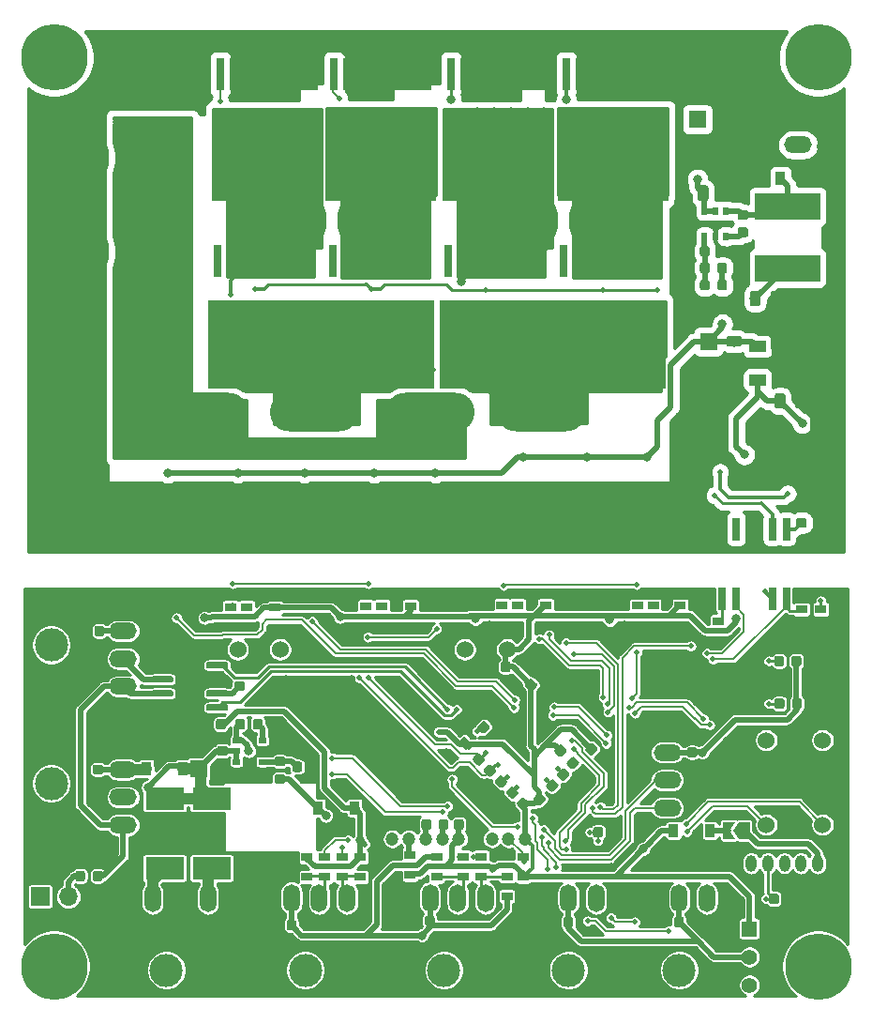
<source format=gbr>
G04 #@! TF.GenerationSoftware,KiCad,Pcbnew,(5.1.4)-1*
G04 #@! TF.CreationDate,2020-03-02T14:57:09+09:00*
G04 #@! TF.ProjectId,SteerMD,53746565-724d-4442-9e6b-696361645f70,rev?*
G04 #@! TF.SameCoordinates,Original*
G04 #@! TF.FileFunction,Copper,L2,Bot*
G04 #@! TF.FilePolarity,Positive*
%FSLAX46Y46*%
G04 Gerber Fmt 4.6, Leading zero omitted, Abs format (unit mm)*
G04 Created by KiCad (PCBNEW (5.1.4)-1) date 2020-03-02 14:57:09*
%MOMM*%
%LPD*%
G04 APERTURE LIST*
%ADD10C,6.000000*%
%ADD11C,1.524000*%
%ADD12C,0.100000*%
%ADD13C,0.875000*%
%ADD14C,1.200000*%
%ADD15O,1.500000X2.500000*%
%ADD16C,3.000000*%
%ADD17O,2.500000X1.500000*%
%ADD18O,1.000000X1.524000*%
%ADD19C,6.500000*%
%ADD20R,0.900000X1.200000*%
%ADD21R,8.000000X3.000000*%
%ADD22R,0.800000X3.000000*%
%ADD23R,10.000000X8.000000*%
%ADD24O,8.000000X3.500000*%
%ADD25R,1.600000X1.600000*%
%ADD26C,1.600000*%
%ADD27C,0.975000*%
%ADD28C,0.300000*%
%ADD29R,1.700000X1.700000*%
%ADD30O,1.700000X1.700000*%
%ADD31R,5.900000X2.450000*%
%ADD32C,0.600000*%
%ADD33R,0.700000X0.510000*%
%ADD34R,0.640000X2.000000*%
%ADD35R,0.510000X0.700000*%
%ADD36C,0.850000*%
%ADD37R,1.500000X1.000000*%
%ADD38R,1.800000X1.000000*%
%ADD39R,1.840000X2.200000*%
%ADD40C,1.000000*%
%ADD41R,3.500000X2.000000*%
%ADD42R,1.397000X1.397000*%
%ADD43C,1.397000*%
%ADD44R,1.000000X0.800000*%
%ADD45C,0.800000*%
%ADD46C,0.500000*%
%ADD47C,1.500000*%
%ADD48C,0.500000*%
%ADD49C,0.250000*%
%ADD50C,0.200000*%
%ADD51C,0.300000*%
%ADD52C,1.000000*%
%ADD53C,0.254000*%
G04 APERTURE END LIST*
D10*
X125000000Y-68750000D03*
X118000000Y-68750000D03*
X104100000Y-68700000D03*
X97100000Y-68700000D03*
D11*
X144890000Y-115590000D03*
X142350000Y-115590000D03*
X139810000Y-115590000D03*
X139810000Y-123210000D03*
X142350000Y-123210000D03*
X144890000Y-123210000D03*
D12*
G36*
X116527691Y-108501053D02*
G01*
X116548926Y-108504203D01*
X116569750Y-108509419D01*
X116589962Y-108516651D01*
X116609368Y-108525830D01*
X116627781Y-108536866D01*
X116645024Y-108549654D01*
X116660930Y-108564070D01*
X116675346Y-108579976D01*
X116688134Y-108597219D01*
X116699170Y-108615632D01*
X116708349Y-108635038D01*
X116715581Y-108655250D01*
X116720797Y-108676074D01*
X116723947Y-108697309D01*
X116725000Y-108718750D01*
X116725000Y-109231250D01*
X116723947Y-109252691D01*
X116720797Y-109273926D01*
X116715581Y-109294750D01*
X116708349Y-109314962D01*
X116699170Y-109334368D01*
X116688134Y-109352781D01*
X116675346Y-109370024D01*
X116660930Y-109385930D01*
X116645024Y-109400346D01*
X116627781Y-109413134D01*
X116609368Y-109424170D01*
X116589962Y-109433349D01*
X116569750Y-109440581D01*
X116548926Y-109445797D01*
X116527691Y-109448947D01*
X116506250Y-109450000D01*
X116068750Y-109450000D01*
X116047309Y-109448947D01*
X116026074Y-109445797D01*
X116005250Y-109440581D01*
X115985038Y-109433349D01*
X115965632Y-109424170D01*
X115947219Y-109413134D01*
X115929976Y-109400346D01*
X115914070Y-109385930D01*
X115899654Y-109370024D01*
X115886866Y-109352781D01*
X115875830Y-109334368D01*
X115866651Y-109314962D01*
X115859419Y-109294750D01*
X115854203Y-109273926D01*
X115851053Y-109252691D01*
X115850000Y-109231250D01*
X115850000Y-108718750D01*
X115851053Y-108697309D01*
X115854203Y-108676074D01*
X115859419Y-108655250D01*
X115866651Y-108635038D01*
X115875830Y-108615632D01*
X115886866Y-108597219D01*
X115899654Y-108579976D01*
X115914070Y-108564070D01*
X115929976Y-108549654D01*
X115947219Y-108536866D01*
X115965632Y-108525830D01*
X115985038Y-108516651D01*
X116005250Y-108509419D01*
X116026074Y-108504203D01*
X116047309Y-108501053D01*
X116068750Y-108500000D01*
X116506250Y-108500000D01*
X116527691Y-108501053D01*
X116527691Y-108501053D01*
G37*
D13*
X116287500Y-108975000D03*
D12*
G36*
X114952691Y-108501053D02*
G01*
X114973926Y-108504203D01*
X114994750Y-108509419D01*
X115014962Y-108516651D01*
X115034368Y-108525830D01*
X115052781Y-108536866D01*
X115070024Y-108549654D01*
X115085930Y-108564070D01*
X115100346Y-108579976D01*
X115113134Y-108597219D01*
X115124170Y-108615632D01*
X115133349Y-108635038D01*
X115140581Y-108655250D01*
X115145797Y-108676074D01*
X115148947Y-108697309D01*
X115150000Y-108718750D01*
X115150000Y-109231250D01*
X115148947Y-109252691D01*
X115145797Y-109273926D01*
X115140581Y-109294750D01*
X115133349Y-109314962D01*
X115124170Y-109334368D01*
X115113134Y-109352781D01*
X115100346Y-109370024D01*
X115085930Y-109385930D01*
X115070024Y-109400346D01*
X115052781Y-109413134D01*
X115034368Y-109424170D01*
X115014962Y-109433349D01*
X114994750Y-109440581D01*
X114973926Y-109445797D01*
X114952691Y-109448947D01*
X114931250Y-109450000D01*
X114493750Y-109450000D01*
X114472309Y-109448947D01*
X114451074Y-109445797D01*
X114430250Y-109440581D01*
X114410038Y-109433349D01*
X114390632Y-109424170D01*
X114372219Y-109413134D01*
X114354976Y-109400346D01*
X114339070Y-109385930D01*
X114324654Y-109370024D01*
X114311866Y-109352781D01*
X114300830Y-109334368D01*
X114291651Y-109314962D01*
X114284419Y-109294750D01*
X114279203Y-109273926D01*
X114276053Y-109252691D01*
X114275000Y-109231250D01*
X114275000Y-108718750D01*
X114276053Y-108697309D01*
X114279203Y-108676074D01*
X114284419Y-108655250D01*
X114291651Y-108635038D01*
X114300830Y-108615632D01*
X114311866Y-108597219D01*
X114324654Y-108579976D01*
X114339070Y-108564070D01*
X114354976Y-108549654D01*
X114372219Y-108536866D01*
X114390632Y-108525830D01*
X114410038Y-108516651D01*
X114430250Y-108509419D01*
X114451074Y-108504203D01*
X114472309Y-108501053D01*
X114493750Y-108500000D01*
X114931250Y-108500000D01*
X114952691Y-108501053D01*
X114952691Y-108501053D01*
G37*
D13*
X114712500Y-108975000D03*
D14*
X118050000Y-124500000D03*
X116550000Y-124500000D03*
X115050000Y-124500000D03*
X113550000Y-124500000D03*
X112050000Y-124500000D03*
X110550000Y-124500000D03*
X109050000Y-124500000D03*
X107550000Y-124500000D03*
X106050000Y-124500000D03*
D15*
X81900000Y-129850000D03*
X84400000Y-129850000D03*
X86900000Y-129850000D03*
X89400000Y-129850000D03*
D16*
X85650000Y-136350000D03*
D12*
G36*
X116851771Y-119789580D02*
G01*
X116873006Y-119792730D01*
X116893830Y-119797946D01*
X116914042Y-119805178D01*
X116933448Y-119814357D01*
X116951861Y-119825393D01*
X116969104Y-119838181D01*
X116985010Y-119852597D01*
X117347403Y-120214990D01*
X117361819Y-120230896D01*
X117374607Y-120248139D01*
X117385643Y-120266552D01*
X117394822Y-120285958D01*
X117402054Y-120306170D01*
X117407270Y-120326994D01*
X117410420Y-120348229D01*
X117411473Y-120369670D01*
X117410420Y-120391111D01*
X117407270Y-120412346D01*
X117402054Y-120433170D01*
X117394822Y-120453382D01*
X117385643Y-120472788D01*
X117374607Y-120491201D01*
X117361819Y-120508444D01*
X117347403Y-120524350D01*
X117038044Y-120833709D01*
X117022138Y-120848125D01*
X117004895Y-120860913D01*
X116986482Y-120871949D01*
X116967076Y-120881128D01*
X116946864Y-120888360D01*
X116926040Y-120893576D01*
X116904805Y-120896726D01*
X116883364Y-120897779D01*
X116861923Y-120896726D01*
X116840688Y-120893576D01*
X116819864Y-120888360D01*
X116799652Y-120881128D01*
X116780246Y-120871949D01*
X116761833Y-120860913D01*
X116744590Y-120848125D01*
X116728684Y-120833709D01*
X116366291Y-120471316D01*
X116351875Y-120455410D01*
X116339087Y-120438167D01*
X116328051Y-120419754D01*
X116318872Y-120400348D01*
X116311640Y-120380136D01*
X116306424Y-120359312D01*
X116303274Y-120338077D01*
X116302221Y-120316636D01*
X116303274Y-120295195D01*
X116306424Y-120273960D01*
X116311640Y-120253136D01*
X116318872Y-120232924D01*
X116328051Y-120213518D01*
X116339087Y-120195105D01*
X116351875Y-120177862D01*
X116366291Y-120161956D01*
X116675650Y-119852597D01*
X116691556Y-119838181D01*
X116708799Y-119825393D01*
X116727212Y-119814357D01*
X116746618Y-119805178D01*
X116766830Y-119797946D01*
X116787654Y-119792730D01*
X116808889Y-119789580D01*
X116830330Y-119788527D01*
X116851771Y-119789580D01*
X116851771Y-119789580D01*
G37*
D13*
X116856847Y-120343153D03*
D12*
G36*
X115738077Y-120903274D02*
G01*
X115759312Y-120906424D01*
X115780136Y-120911640D01*
X115800348Y-120918872D01*
X115819754Y-120928051D01*
X115838167Y-120939087D01*
X115855410Y-120951875D01*
X115871316Y-120966291D01*
X116233709Y-121328684D01*
X116248125Y-121344590D01*
X116260913Y-121361833D01*
X116271949Y-121380246D01*
X116281128Y-121399652D01*
X116288360Y-121419864D01*
X116293576Y-121440688D01*
X116296726Y-121461923D01*
X116297779Y-121483364D01*
X116296726Y-121504805D01*
X116293576Y-121526040D01*
X116288360Y-121546864D01*
X116281128Y-121567076D01*
X116271949Y-121586482D01*
X116260913Y-121604895D01*
X116248125Y-121622138D01*
X116233709Y-121638044D01*
X115924350Y-121947403D01*
X115908444Y-121961819D01*
X115891201Y-121974607D01*
X115872788Y-121985643D01*
X115853382Y-121994822D01*
X115833170Y-122002054D01*
X115812346Y-122007270D01*
X115791111Y-122010420D01*
X115769670Y-122011473D01*
X115748229Y-122010420D01*
X115726994Y-122007270D01*
X115706170Y-122002054D01*
X115685958Y-121994822D01*
X115666552Y-121985643D01*
X115648139Y-121974607D01*
X115630896Y-121961819D01*
X115614990Y-121947403D01*
X115252597Y-121585010D01*
X115238181Y-121569104D01*
X115225393Y-121551861D01*
X115214357Y-121533448D01*
X115205178Y-121514042D01*
X115197946Y-121493830D01*
X115192730Y-121473006D01*
X115189580Y-121451771D01*
X115188527Y-121430330D01*
X115189580Y-121408889D01*
X115192730Y-121387654D01*
X115197946Y-121366830D01*
X115205178Y-121346618D01*
X115214357Y-121327212D01*
X115225393Y-121308799D01*
X115238181Y-121291556D01*
X115252597Y-121275650D01*
X115561956Y-120966291D01*
X115577862Y-120951875D01*
X115595105Y-120939087D01*
X115613518Y-120928051D01*
X115632924Y-120918872D01*
X115653136Y-120911640D01*
X115673960Y-120906424D01*
X115695195Y-120903274D01*
X115716636Y-120902221D01*
X115738077Y-120903274D01*
X115738077Y-120903274D01*
G37*
D13*
X115743153Y-121456847D03*
D17*
X81750000Y-115750000D03*
X81750000Y-118250000D03*
X81750000Y-120750000D03*
X81750000Y-123250000D03*
D16*
X75250000Y-119500000D03*
X75250000Y-107000000D03*
D17*
X81750000Y-110750000D03*
X81750000Y-108250000D03*
X81750000Y-105750000D03*
X81750000Y-103250000D03*
D16*
X98200000Y-136350000D03*
D15*
X101950000Y-129850000D03*
X99450000Y-129850000D03*
X96950000Y-129850000D03*
X94450000Y-129850000D03*
X106950000Y-129850000D03*
X109450000Y-129850000D03*
X111950000Y-129850000D03*
X114450000Y-129850000D03*
D16*
X110700000Y-136350000D03*
D17*
X142700000Y-59400000D03*
X142700000Y-61900000D03*
X130875000Y-121700000D03*
X130875000Y-119200000D03*
X130875000Y-116700000D03*
X130875000Y-114200000D03*
D18*
X145950000Y-126700000D03*
X144450000Y-126700000D03*
X142950000Y-126700000D03*
X141450000Y-126700000D03*
X139950000Y-126700000D03*
X138450000Y-126700000D03*
D19*
X77250000Y-71550000D03*
X84250000Y-71550000D03*
X84250000Y-63050000D03*
X77250000Y-63050000D03*
D12*
G36*
X113241111Y-112764580D02*
G01*
X113262346Y-112767730D01*
X113283170Y-112772946D01*
X113303382Y-112780178D01*
X113322788Y-112789357D01*
X113341201Y-112800393D01*
X113358444Y-112813181D01*
X113374350Y-112827597D01*
X113683709Y-113136956D01*
X113698125Y-113152862D01*
X113710913Y-113170105D01*
X113721949Y-113188518D01*
X113731128Y-113207924D01*
X113738360Y-113228136D01*
X113743576Y-113248960D01*
X113746726Y-113270195D01*
X113747779Y-113291636D01*
X113746726Y-113313077D01*
X113743576Y-113334312D01*
X113738360Y-113355136D01*
X113731128Y-113375348D01*
X113721949Y-113394754D01*
X113710913Y-113413167D01*
X113698125Y-113430410D01*
X113683709Y-113446316D01*
X113321316Y-113808709D01*
X113305410Y-113823125D01*
X113288167Y-113835913D01*
X113269754Y-113846949D01*
X113250348Y-113856128D01*
X113230136Y-113863360D01*
X113209312Y-113868576D01*
X113188077Y-113871726D01*
X113166636Y-113872779D01*
X113145195Y-113871726D01*
X113123960Y-113868576D01*
X113103136Y-113863360D01*
X113082924Y-113856128D01*
X113063518Y-113846949D01*
X113045105Y-113835913D01*
X113027862Y-113823125D01*
X113011956Y-113808709D01*
X112702597Y-113499350D01*
X112688181Y-113483444D01*
X112675393Y-113466201D01*
X112664357Y-113447788D01*
X112655178Y-113428382D01*
X112647946Y-113408170D01*
X112642730Y-113387346D01*
X112639580Y-113366111D01*
X112638527Y-113344670D01*
X112639580Y-113323229D01*
X112642730Y-113301994D01*
X112647946Y-113281170D01*
X112655178Y-113260958D01*
X112664357Y-113241552D01*
X112675393Y-113223139D01*
X112688181Y-113205896D01*
X112702597Y-113189990D01*
X113064990Y-112827597D01*
X113080896Y-112813181D01*
X113098139Y-112800393D01*
X113116552Y-112789357D01*
X113135958Y-112780178D01*
X113156170Y-112772946D01*
X113176994Y-112767730D01*
X113198229Y-112764580D01*
X113219670Y-112763527D01*
X113241111Y-112764580D01*
X113241111Y-112764580D01*
G37*
D13*
X113193153Y-113318153D03*
D12*
G36*
X114354805Y-113878274D02*
G01*
X114376040Y-113881424D01*
X114396864Y-113886640D01*
X114417076Y-113893872D01*
X114436482Y-113903051D01*
X114454895Y-113914087D01*
X114472138Y-113926875D01*
X114488044Y-113941291D01*
X114797403Y-114250650D01*
X114811819Y-114266556D01*
X114824607Y-114283799D01*
X114835643Y-114302212D01*
X114844822Y-114321618D01*
X114852054Y-114341830D01*
X114857270Y-114362654D01*
X114860420Y-114383889D01*
X114861473Y-114405330D01*
X114860420Y-114426771D01*
X114857270Y-114448006D01*
X114852054Y-114468830D01*
X114844822Y-114489042D01*
X114835643Y-114508448D01*
X114824607Y-114526861D01*
X114811819Y-114544104D01*
X114797403Y-114560010D01*
X114435010Y-114922403D01*
X114419104Y-114936819D01*
X114401861Y-114949607D01*
X114383448Y-114960643D01*
X114364042Y-114969822D01*
X114343830Y-114977054D01*
X114323006Y-114982270D01*
X114301771Y-114985420D01*
X114280330Y-114986473D01*
X114258889Y-114985420D01*
X114237654Y-114982270D01*
X114216830Y-114977054D01*
X114196618Y-114969822D01*
X114177212Y-114960643D01*
X114158799Y-114949607D01*
X114141556Y-114936819D01*
X114125650Y-114922403D01*
X113816291Y-114613044D01*
X113801875Y-114597138D01*
X113789087Y-114579895D01*
X113778051Y-114561482D01*
X113768872Y-114542076D01*
X113761640Y-114521864D01*
X113756424Y-114501040D01*
X113753274Y-114479805D01*
X113752221Y-114458364D01*
X113753274Y-114436923D01*
X113756424Y-114415688D01*
X113761640Y-114394864D01*
X113768872Y-114374652D01*
X113778051Y-114355246D01*
X113789087Y-114336833D01*
X113801875Y-114319590D01*
X113816291Y-114303684D01*
X114178684Y-113941291D01*
X114194590Y-113926875D01*
X114211833Y-113914087D01*
X114230246Y-113903051D01*
X114249652Y-113893872D01*
X114269864Y-113886640D01*
X114290688Y-113881424D01*
X114311923Y-113878274D01*
X114333364Y-113877221D01*
X114354805Y-113878274D01*
X114354805Y-113878274D01*
G37*
D13*
X114306847Y-114431847D03*
D20*
X141100000Y-64950000D03*
X137800000Y-64950000D03*
D21*
X95325000Y-55500000D03*
D22*
X90525000Y-55500000D03*
D23*
X94725000Y-63000000D03*
D20*
X87150000Y-118150000D03*
X83850000Y-118150000D03*
D12*
G36*
X79677691Y-127376053D02*
G01*
X79698926Y-127379203D01*
X79719750Y-127384419D01*
X79739962Y-127391651D01*
X79759368Y-127400830D01*
X79777781Y-127411866D01*
X79795024Y-127424654D01*
X79810930Y-127439070D01*
X79825346Y-127454976D01*
X79838134Y-127472219D01*
X79849170Y-127490632D01*
X79858349Y-127510038D01*
X79865581Y-127530250D01*
X79870797Y-127551074D01*
X79873947Y-127572309D01*
X79875000Y-127593750D01*
X79875000Y-128106250D01*
X79873947Y-128127691D01*
X79870797Y-128148926D01*
X79865581Y-128169750D01*
X79858349Y-128189962D01*
X79849170Y-128209368D01*
X79838134Y-128227781D01*
X79825346Y-128245024D01*
X79810930Y-128260930D01*
X79795024Y-128275346D01*
X79777781Y-128288134D01*
X79759368Y-128299170D01*
X79739962Y-128308349D01*
X79719750Y-128315581D01*
X79698926Y-128320797D01*
X79677691Y-128323947D01*
X79656250Y-128325000D01*
X79218750Y-128325000D01*
X79197309Y-128323947D01*
X79176074Y-128320797D01*
X79155250Y-128315581D01*
X79135038Y-128308349D01*
X79115632Y-128299170D01*
X79097219Y-128288134D01*
X79079976Y-128275346D01*
X79064070Y-128260930D01*
X79049654Y-128245024D01*
X79036866Y-128227781D01*
X79025830Y-128209368D01*
X79016651Y-128189962D01*
X79009419Y-128169750D01*
X79004203Y-128148926D01*
X79001053Y-128127691D01*
X79000000Y-128106250D01*
X79000000Y-127593750D01*
X79001053Y-127572309D01*
X79004203Y-127551074D01*
X79009419Y-127530250D01*
X79016651Y-127510038D01*
X79025830Y-127490632D01*
X79036866Y-127472219D01*
X79049654Y-127454976D01*
X79064070Y-127439070D01*
X79079976Y-127424654D01*
X79097219Y-127411866D01*
X79115632Y-127400830D01*
X79135038Y-127391651D01*
X79155250Y-127384419D01*
X79176074Y-127379203D01*
X79197309Y-127376053D01*
X79218750Y-127375000D01*
X79656250Y-127375000D01*
X79677691Y-127376053D01*
X79677691Y-127376053D01*
G37*
D13*
X79437500Y-127850000D03*
D12*
G36*
X78102691Y-127376053D02*
G01*
X78123926Y-127379203D01*
X78144750Y-127384419D01*
X78164962Y-127391651D01*
X78184368Y-127400830D01*
X78202781Y-127411866D01*
X78220024Y-127424654D01*
X78235930Y-127439070D01*
X78250346Y-127454976D01*
X78263134Y-127472219D01*
X78274170Y-127490632D01*
X78283349Y-127510038D01*
X78290581Y-127530250D01*
X78295797Y-127551074D01*
X78298947Y-127572309D01*
X78300000Y-127593750D01*
X78300000Y-128106250D01*
X78298947Y-128127691D01*
X78295797Y-128148926D01*
X78290581Y-128169750D01*
X78283349Y-128189962D01*
X78274170Y-128209368D01*
X78263134Y-128227781D01*
X78250346Y-128245024D01*
X78235930Y-128260930D01*
X78220024Y-128275346D01*
X78202781Y-128288134D01*
X78184368Y-128299170D01*
X78164962Y-128308349D01*
X78144750Y-128315581D01*
X78123926Y-128320797D01*
X78102691Y-128323947D01*
X78081250Y-128325000D01*
X77643750Y-128325000D01*
X77622309Y-128323947D01*
X77601074Y-128320797D01*
X77580250Y-128315581D01*
X77560038Y-128308349D01*
X77540632Y-128299170D01*
X77522219Y-128288134D01*
X77504976Y-128275346D01*
X77489070Y-128260930D01*
X77474654Y-128245024D01*
X77461866Y-128227781D01*
X77450830Y-128209368D01*
X77441651Y-128189962D01*
X77434419Y-128169750D01*
X77429203Y-128148926D01*
X77426053Y-128127691D01*
X77425000Y-128106250D01*
X77425000Y-127593750D01*
X77426053Y-127572309D01*
X77429203Y-127551074D01*
X77434419Y-127530250D01*
X77441651Y-127510038D01*
X77450830Y-127490632D01*
X77461866Y-127472219D01*
X77474654Y-127454976D01*
X77489070Y-127439070D01*
X77504976Y-127424654D01*
X77522219Y-127411866D01*
X77540632Y-127400830D01*
X77560038Y-127391651D01*
X77580250Y-127384419D01*
X77601074Y-127379203D01*
X77622309Y-127376053D01*
X77643750Y-127375000D01*
X78081250Y-127375000D01*
X78102691Y-127376053D01*
X78102691Y-127376053D01*
G37*
D13*
X77862500Y-127850000D03*
D12*
G36*
X115851771Y-118789580D02*
G01*
X115873006Y-118792730D01*
X115893830Y-118797946D01*
X115914042Y-118805178D01*
X115933448Y-118814357D01*
X115951861Y-118825393D01*
X115969104Y-118838181D01*
X115985010Y-118852597D01*
X116347403Y-119214990D01*
X116361819Y-119230896D01*
X116374607Y-119248139D01*
X116385643Y-119266552D01*
X116394822Y-119285958D01*
X116402054Y-119306170D01*
X116407270Y-119326994D01*
X116410420Y-119348229D01*
X116411473Y-119369670D01*
X116410420Y-119391111D01*
X116407270Y-119412346D01*
X116402054Y-119433170D01*
X116394822Y-119453382D01*
X116385643Y-119472788D01*
X116374607Y-119491201D01*
X116361819Y-119508444D01*
X116347403Y-119524350D01*
X116038044Y-119833709D01*
X116022138Y-119848125D01*
X116004895Y-119860913D01*
X115986482Y-119871949D01*
X115967076Y-119881128D01*
X115946864Y-119888360D01*
X115926040Y-119893576D01*
X115904805Y-119896726D01*
X115883364Y-119897779D01*
X115861923Y-119896726D01*
X115840688Y-119893576D01*
X115819864Y-119888360D01*
X115799652Y-119881128D01*
X115780246Y-119871949D01*
X115761833Y-119860913D01*
X115744590Y-119848125D01*
X115728684Y-119833709D01*
X115366291Y-119471316D01*
X115351875Y-119455410D01*
X115339087Y-119438167D01*
X115328051Y-119419754D01*
X115318872Y-119400348D01*
X115311640Y-119380136D01*
X115306424Y-119359312D01*
X115303274Y-119338077D01*
X115302221Y-119316636D01*
X115303274Y-119295195D01*
X115306424Y-119273960D01*
X115311640Y-119253136D01*
X115318872Y-119232924D01*
X115328051Y-119213518D01*
X115339087Y-119195105D01*
X115351875Y-119177862D01*
X115366291Y-119161956D01*
X115675650Y-118852597D01*
X115691556Y-118838181D01*
X115708799Y-118825393D01*
X115727212Y-118814357D01*
X115746618Y-118805178D01*
X115766830Y-118797946D01*
X115787654Y-118792730D01*
X115808889Y-118789580D01*
X115830330Y-118788527D01*
X115851771Y-118789580D01*
X115851771Y-118789580D01*
G37*
D13*
X115856847Y-119343153D03*
D12*
G36*
X114738077Y-119903274D02*
G01*
X114759312Y-119906424D01*
X114780136Y-119911640D01*
X114800348Y-119918872D01*
X114819754Y-119928051D01*
X114838167Y-119939087D01*
X114855410Y-119951875D01*
X114871316Y-119966291D01*
X115233709Y-120328684D01*
X115248125Y-120344590D01*
X115260913Y-120361833D01*
X115271949Y-120380246D01*
X115281128Y-120399652D01*
X115288360Y-120419864D01*
X115293576Y-120440688D01*
X115296726Y-120461923D01*
X115297779Y-120483364D01*
X115296726Y-120504805D01*
X115293576Y-120526040D01*
X115288360Y-120546864D01*
X115281128Y-120567076D01*
X115271949Y-120586482D01*
X115260913Y-120604895D01*
X115248125Y-120622138D01*
X115233709Y-120638044D01*
X114924350Y-120947403D01*
X114908444Y-120961819D01*
X114891201Y-120974607D01*
X114872788Y-120985643D01*
X114853382Y-120994822D01*
X114833170Y-121002054D01*
X114812346Y-121007270D01*
X114791111Y-121010420D01*
X114769670Y-121011473D01*
X114748229Y-121010420D01*
X114726994Y-121007270D01*
X114706170Y-121002054D01*
X114685958Y-120994822D01*
X114666552Y-120985643D01*
X114648139Y-120974607D01*
X114630896Y-120961819D01*
X114614990Y-120947403D01*
X114252597Y-120585010D01*
X114238181Y-120569104D01*
X114225393Y-120551861D01*
X114214357Y-120533448D01*
X114205178Y-120514042D01*
X114197946Y-120493830D01*
X114192730Y-120473006D01*
X114189580Y-120451771D01*
X114188527Y-120430330D01*
X114189580Y-120408889D01*
X114192730Y-120387654D01*
X114197946Y-120366830D01*
X114205178Y-120346618D01*
X114214357Y-120327212D01*
X114225393Y-120308799D01*
X114238181Y-120291556D01*
X114252597Y-120275650D01*
X114561956Y-119966291D01*
X114577862Y-119951875D01*
X114595105Y-119939087D01*
X114613518Y-119928051D01*
X114632924Y-119918872D01*
X114653136Y-119911640D01*
X114673960Y-119906424D01*
X114695195Y-119903274D01*
X114716636Y-119902221D01*
X114738077Y-119903274D01*
X114738077Y-119903274D01*
G37*
D13*
X114743153Y-120456847D03*
D11*
X95910000Y-107400000D03*
X94000000Y-107400000D03*
X92090000Y-107400000D03*
D24*
X89000000Y-86000000D03*
X99000000Y-86000000D03*
X119500000Y-86000000D03*
X109500000Y-86000000D03*
D11*
X112590000Y-107400000D03*
X114500000Y-107400000D03*
X116410000Y-107400000D03*
D12*
G36*
X142327691Y-129426053D02*
G01*
X142348926Y-129429203D01*
X142369750Y-129434419D01*
X142389962Y-129441651D01*
X142409368Y-129450830D01*
X142427781Y-129461866D01*
X142445024Y-129474654D01*
X142460930Y-129489070D01*
X142475346Y-129504976D01*
X142488134Y-129522219D01*
X142499170Y-129540632D01*
X142508349Y-129560038D01*
X142515581Y-129580250D01*
X142520797Y-129601074D01*
X142523947Y-129622309D01*
X142525000Y-129643750D01*
X142525000Y-130156250D01*
X142523947Y-130177691D01*
X142520797Y-130198926D01*
X142515581Y-130219750D01*
X142508349Y-130239962D01*
X142499170Y-130259368D01*
X142488134Y-130277781D01*
X142475346Y-130295024D01*
X142460930Y-130310930D01*
X142445024Y-130325346D01*
X142427781Y-130338134D01*
X142409368Y-130349170D01*
X142389962Y-130358349D01*
X142369750Y-130365581D01*
X142348926Y-130370797D01*
X142327691Y-130373947D01*
X142306250Y-130375000D01*
X141868750Y-130375000D01*
X141847309Y-130373947D01*
X141826074Y-130370797D01*
X141805250Y-130365581D01*
X141785038Y-130358349D01*
X141765632Y-130349170D01*
X141747219Y-130338134D01*
X141729976Y-130325346D01*
X141714070Y-130310930D01*
X141699654Y-130295024D01*
X141686866Y-130277781D01*
X141675830Y-130259368D01*
X141666651Y-130239962D01*
X141659419Y-130219750D01*
X141654203Y-130198926D01*
X141651053Y-130177691D01*
X141650000Y-130156250D01*
X141650000Y-129643750D01*
X141651053Y-129622309D01*
X141654203Y-129601074D01*
X141659419Y-129580250D01*
X141666651Y-129560038D01*
X141675830Y-129540632D01*
X141686866Y-129522219D01*
X141699654Y-129504976D01*
X141714070Y-129489070D01*
X141729976Y-129474654D01*
X141747219Y-129461866D01*
X141765632Y-129450830D01*
X141785038Y-129441651D01*
X141805250Y-129434419D01*
X141826074Y-129429203D01*
X141847309Y-129426053D01*
X141868750Y-129425000D01*
X142306250Y-129425000D01*
X142327691Y-129426053D01*
X142327691Y-129426053D01*
G37*
D13*
X142087500Y-129900000D03*
D12*
G36*
X140752691Y-129426053D02*
G01*
X140773926Y-129429203D01*
X140794750Y-129434419D01*
X140814962Y-129441651D01*
X140834368Y-129450830D01*
X140852781Y-129461866D01*
X140870024Y-129474654D01*
X140885930Y-129489070D01*
X140900346Y-129504976D01*
X140913134Y-129522219D01*
X140924170Y-129540632D01*
X140933349Y-129560038D01*
X140940581Y-129580250D01*
X140945797Y-129601074D01*
X140948947Y-129622309D01*
X140950000Y-129643750D01*
X140950000Y-130156250D01*
X140948947Y-130177691D01*
X140945797Y-130198926D01*
X140940581Y-130219750D01*
X140933349Y-130239962D01*
X140924170Y-130259368D01*
X140913134Y-130277781D01*
X140900346Y-130295024D01*
X140885930Y-130310930D01*
X140870024Y-130325346D01*
X140852781Y-130338134D01*
X140834368Y-130349170D01*
X140814962Y-130358349D01*
X140794750Y-130365581D01*
X140773926Y-130370797D01*
X140752691Y-130373947D01*
X140731250Y-130375000D01*
X140293750Y-130375000D01*
X140272309Y-130373947D01*
X140251074Y-130370797D01*
X140230250Y-130365581D01*
X140210038Y-130358349D01*
X140190632Y-130349170D01*
X140172219Y-130338134D01*
X140154976Y-130325346D01*
X140139070Y-130310930D01*
X140124654Y-130295024D01*
X140111866Y-130277781D01*
X140100830Y-130259368D01*
X140091651Y-130239962D01*
X140084419Y-130219750D01*
X140079203Y-130198926D01*
X140076053Y-130177691D01*
X140075000Y-130156250D01*
X140075000Y-129643750D01*
X140076053Y-129622309D01*
X140079203Y-129601074D01*
X140084419Y-129580250D01*
X140091651Y-129560038D01*
X140100830Y-129540632D01*
X140111866Y-129522219D01*
X140124654Y-129504976D01*
X140139070Y-129489070D01*
X140154976Y-129474654D01*
X140172219Y-129461866D01*
X140190632Y-129450830D01*
X140210038Y-129441651D01*
X140230250Y-129434419D01*
X140251074Y-129429203D01*
X140272309Y-129426053D01*
X140293750Y-129425000D01*
X140731250Y-129425000D01*
X140752691Y-129426053D01*
X140752691Y-129426053D01*
G37*
D13*
X140512500Y-129900000D03*
D12*
G36*
X119391111Y-120364580D02*
G01*
X119412346Y-120367730D01*
X119433170Y-120372946D01*
X119453382Y-120380178D01*
X119472788Y-120389357D01*
X119491201Y-120400393D01*
X119508444Y-120413181D01*
X119524350Y-120427597D01*
X119833709Y-120736956D01*
X119848125Y-120752862D01*
X119860913Y-120770105D01*
X119871949Y-120788518D01*
X119881128Y-120807924D01*
X119888360Y-120828136D01*
X119893576Y-120848960D01*
X119896726Y-120870195D01*
X119897779Y-120891636D01*
X119896726Y-120913077D01*
X119893576Y-120934312D01*
X119888360Y-120955136D01*
X119881128Y-120975348D01*
X119871949Y-120994754D01*
X119860913Y-121013167D01*
X119848125Y-121030410D01*
X119833709Y-121046316D01*
X119471316Y-121408709D01*
X119455410Y-121423125D01*
X119438167Y-121435913D01*
X119419754Y-121446949D01*
X119400348Y-121456128D01*
X119380136Y-121463360D01*
X119359312Y-121468576D01*
X119338077Y-121471726D01*
X119316636Y-121472779D01*
X119295195Y-121471726D01*
X119273960Y-121468576D01*
X119253136Y-121463360D01*
X119232924Y-121456128D01*
X119213518Y-121446949D01*
X119195105Y-121435913D01*
X119177862Y-121423125D01*
X119161956Y-121408709D01*
X118852597Y-121099350D01*
X118838181Y-121083444D01*
X118825393Y-121066201D01*
X118814357Y-121047788D01*
X118805178Y-121028382D01*
X118797946Y-121008170D01*
X118792730Y-120987346D01*
X118789580Y-120966111D01*
X118788527Y-120944670D01*
X118789580Y-120923229D01*
X118792730Y-120901994D01*
X118797946Y-120881170D01*
X118805178Y-120860958D01*
X118814357Y-120841552D01*
X118825393Y-120823139D01*
X118838181Y-120805896D01*
X118852597Y-120789990D01*
X119214990Y-120427597D01*
X119230896Y-120413181D01*
X119248139Y-120400393D01*
X119266552Y-120389357D01*
X119285958Y-120380178D01*
X119306170Y-120372946D01*
X119326994Y-120367730D01*
X119348229Y-120364580D01*
X119369670Y-120363527D01*
X119391111Y-120364580D01*
X119391111Y-120364580D01*
G37*
D13*
X119343153Y-120918153D03*
D12*
G36*
X120504805Y-121478274D02*
G01*
X120526040Y-121481424D01*
X120546864Y-121486640D01*
X120567076Y-121493872D01*
X120586482Y-121503051D01*
X120604895Y-121514087D01*
X120622138Y-121526875D01*
X120638044Y-121541291D01*
X120947403Y-121850650D01*
X120961819Y-121866556D01*
X120974607Y-121883799D01*
X120985643Y-121902212D01*
X120994822Y-121921618D01*
X121002054Y-121941830D01*
X121007270Y-121962654D01*
X121010420Y-121983889D01*
X121011473Y-122005330D01*
X121010420Y-122026771D01*
X121007270Y-122048006D01*
X121002054Y-122068830D01*
X120994822Y-122089042D01*
X120985643Y-122108448D01*
X120974607Y-122126861D01*
X120961819Y-122144104D01*
X120947403Y-122160010D01*
X120585010Y-122522403D01*
X120569104Y-122536819D01*
X120551861Y-122549607D01*
X120533448Y-122560643D01*
X120514042Y-122569822D01*
X120493830Y-122577054D01*
X120473006Y-122582270D01*
X120451771Y-122585420D01*
X120430330Y-122586473D01*
X120408889Y-122585420D01*
X120387654Y-122582270D01*
X120366830Y-122577054D01*
X120346618Y-122569822D01*
X120327212Y-122560643D01*
X120308799Y-122549607D01*
X120291556Y-122536819D01*
X120275650Y-122522403D01*
X119966291Y-122213044D01*
X119951875Y-122197138D01*
X119939087Y-122179895D01*
X119928051Y-122161482D01*
X119918872Y-122142076D01*
X119911640Y-122121864D01*
X119906424Y-122101040D01*
X119903274Y-122079805D01*
X119902221Y-122058364D01*
X119903274Y-122036923D01*
X119906424Y-122015688D01*
X119911640Y-121994864D01*
X119918872Y-121974652D01*
X119928051Y-121955246D01*
X119939087Y-121936833D01*
X119951875Y-121919590D01*
X119966291Y-121903684D01*
X120328684Y-121541291D01*
X120344590Y-121526875D01*
X120361833Y-121514087D01*
X120380246Y-121503051D01*
X120399652Y-121493872D01*
X120419864Y-121486640D01*
X120440688Y-121481424D01*
X120461923Y-121478274D01*
X120483364Y-121477221D01*
X120504805Y-121478274D01*
X120504805Y-121478274D01*
G37*
D13*
X120456847Y-122031847D03*
D12*
G36*
X125204805Y-116978274D02*
G01*
X125226040Y-116981424D01*
X125246864Y-116986640D01*
X125267076Y-116993872D01*
X125286482Y-117003051D01*
X125304895Y-117014087D01*
X125322138Y-117026875D01*
X125338044Y-117041291D01*
X125647403Y-117350650D01*
X125661819Y-117366556D01*
X125674607Y-117383799D01*
X125685643Y-117402212D01*
X125694822Y-117421618D01*
X125702054Y-117441830D01*
X125707270Y-117462654D01*
X125710420Y-117483889D01*
X125711473Y-117505330D01*
X125710420Y-117526771D01*
X125707270Y-117548006D01*
X125702054Y-117568830D01*
X125694822Y-117589042D01*
X125685643Y-117608448D01*
X125674607Y-117626861D01*
X125661819Y-117644104D01*
X125647403Y-117660010D01*
X125285010Y-118022403D01*
X125269104Y-118036819D01*
X125251861Y-118049607D01*
X125233448Y-118060643D01*
X125214042Y-118069822D01*
X125193830Y-118077054D01*
X125173006Y-118082270D01*
X125151771Y-118085420D01*
X125130330Y-118086473D01*
X125108889Y-118085420D01*
X125087654Y-118082270D01*
X125066830Y-118077054D01*
X125046618Y-118069822D01*
X125027212Y-118060643D01*
X125008799Y-118049607D01*
X124991556Y-118036819D01*
X124975650Y-118022403D01*
X124666291Y-117713044D01*
X124651875Y-117697138D01*
X124639087Y-117679895D01*
X124628051Y-117661482D01*
X124618872Y-117642076D01*
X124611640Y-117621864D01*
X124606424Y-117601040D01*
X124603274Y-117579805D01*
X124602221Y-117558364D01*
X124603274Y-117536923D01*
X124606424Y-117515688D01*
X124611640Y-117494864D01*
X124618872Y-117474652D01*
X124628051Y-117455246D01*
X124639087Y-117436833D01*
X124651875Y-117419590D01*
X124666291Y-117403684D01*
X125028684Y-117041291D01*
X125044590Y-117026875D01*
X125061833Y-117014087D01*
X125080246Y-117003051D01*
X125099652Y-116993872D01*
X125119864Y-116986640D01*
X125140688Y-116981424D01*
X125161923Y-116978274D01*
X125183364Y-116977221D01*
X125204805Y-116978274D01*
X125204805Y-116978274D01*
G37*
D13*
X125156847Y-117531847D03*
D12*
G36*
X124091111Y-115864580D02*
G01*
X124112346Y-115867730D01*
X124133170Y-115872946D01*
X124153382Y-115880178D01*
X124172788Y-115889357D01*
X124191201Y-115900393D01*
X124208444Y-115913181D01*
X124224350Y-115927597D01*
X124533709Y-116236956D01*
X124548125Y-116252862D01*
X124560913Y-116270105D01*
X124571949Y-116288518D01*
X124581128Y-116307924D01*
X124588360Y-116328136D01*
X124593576Y-116348960D01*
X124596726Y-116370195D01*
X124597779Y-116391636D01*
X124596726Y-116413077D01*
X124593576Y-116434312D01*
X124588360Y-116455136D01*
X124581128Y-116475348D01*
X124571949Y-116494754D01*
X124560913Y-116513167D01*
X124548125Y-116530410D01*
X124533709Y-116546316D01*
X124171316Y-116908709D01*
X124155410Y-116923125D01*
X124138167Y-116935913D01*
X124119754Y-116946949D01*
X124100348Y-116956128D01*
X124080136Y-116963360D01*
X124059312Y-116968576D01*
X124038077Y-116971726D01*
X124016636Y-116972779D01*
X123995195Y-116971726D01*
X123973960Y-116968576D01*
X123953136Y-116963360D01*
X123932924Y-116956128D01*
X123913518Y-116946949D01*
X123895105Y-116935913D01*
X123877862Y-116923125D01*
X123861956Y-116908709D01*
X123552597Y-116599350D01*
X123538181Y-116583444D01*
X123525393Y-116566201D01*
X123514357Y-116547788D01*
X123505178Y-116528382D01*
X123497946Y-116508170D01*
X123492730Y-116487346D01*
X123489580Y-116466111D01*
X123488527Y-116444670D01*
X123489580Y-116423229D01*
X123492730Y-116401994D01*
X123497946Y-116381170D01*
X123505178Y-116360958D01*
X123514357Y-116341552D01*
X123525393Y-116323139D01*
X123538181Y-116305896D01*
X123552597Y-116289990D01*
X123914990Y-115927597D01*
X123930896Y-115913181D01*
X123948139Y-115900393D01*
X123966552Y-115889357D01*
X123985958Y-115880178D01*
X124006170Y-115872946D01*
X124026994Y-115867730D01*
X124048229Y-115864580D01*
X124069670Y-115863527D01*
X124091111Y-115864580D01*
X124091111Y-115864580D01*
G37*
D13*
X124043153Y-116418153D03*
D12*
G36*
X79827691Y-105276053D02*
G01*
X79848926Y-105279203D01*
X79869750Y-105284419D01*
X79889962Y-105291651D01*
X79909368Y-105300830D01*
X79927781Y-105311866D01*
X79945024Y-105324654D01*
X79960930Y-105339070D01*
X79975346Y-105354976D01*
X79988134Y-105372219D01*
X79999170Y-105390632D01*
X80008349Y-105410038D01*
X80015581Y-105430250D01*
X80020797Y-105451074D01*
X80023947Y-105472309D01*
X80025000Y-105493750D01*
X80025000Y-106006250D01*
X80023947Y-106027691D01*
X80020797Y-106048926D01*
X80015581Y-106069750D01*
X80008349Y-106089962D01*
X79999170Y-106109368D01*
X79988134Y-106127781D01*
X79975346Y-106145024D01*
X79960930Y-106160930D01*
X79945024Y-106175346D01*
X79927781Y-106188134D01*
X79909368Y-106199170D01*
X79889962Y-106208349D01*
X79869750Y-106215581D01*
X79848926Y-106220797D01*
X79827691Y-106223947D01*
X79806250Y-106225000D01*
X79368750Y-106225000D01*
X79347309Y-106223947D01*
X79326074Y-106220797D01*
X79305250Y-106215581D01*
X79285038Y-106208349D01*
X79265632Y-106199170D01*
X79247219Y-106188134D01*
X79229976Y-106175346D01*
X79214070Y-106160930D01*
X79199654Y-106145024D01*
X79186866Y-106127781D01*
X79175830Y-106109368D01*
X79166651Y-106089962D01*
X79159419Y-106069750D01*
X79154203Y-106048926D01*
X79151053Y-106027691D01*
X79150000Y-106006250D01*
X79150000Y-105493750D01*
X79151053Y-105472309D01*
X79154203Y-105451074D01*
X79159419Y-105430250D01*
X79166651Y-105410038D01*
X79175830Y-105390632D01*
X79186866Y-105372219D01*
X79199654Y-105354976D01*
X79214070Y-105339070D01*
X79229976Y-105324654D01*
X79247219Y-105311866D01*
X79265632Y-105300830D01*
X79285038Y-105291651D01*
X79305250Y-105284419D01*
X79326074Y-105279203D01*
X79347309Y-105276053D01*
X79368750Y-105275000D01*
X79806250Y-105275000D01*
X79827691Y-105276053D01*
X79827691Y-105276053D01*
G37*
D13*
X79587500Y-105750000D03*
D12*
G36*
X78252691Y-105276053D02*
G01*
X78273926Y-105279203D01*
X78294750Y-105284419D01*
X78314962Y-105291651D01*
X78334368Y-105300830D01*
X78352781Y-105311866D01*
X78370024Y-105324654D01*
X78385930Y-105339070D01*
X78400346Y-105354976D01*
X78413134Y-105372219D01*
X78424170Y-105390632D01*
X78433349Y-105410038D01*
X78440581Y-105430250D01*
X78445797Y-105451074D01*
X78448947Y-105472309D01*
X78450000Y-105493750D01*
X78450000Y-106006250D01*
X78448947Y-106027691D01*
X78445797Y-106048926D01*
X78440581Y-106069750D01*
X78433349Y-106089962D01*
X78424170Y-106109368D01*
X78413134Y-106127781D01*
X78400346Y-106145024D01*
X78385930Y-106160930D01*
X78370024Y-106175346D01*
X78352781Y-106188134D01*
X78334368Y-106199170D01*
X78314962Y-106208349D01*
X78294750Y-106215581D01*
X78273926Y-106220797D01*
X78252691Y-106223947D01*
X78231250Y-106225000D01*
X77793750Y-106225000D01*
X77772309Y-106223947D01*
X77751074Y-106220797D01*
X77730250Y-106215581D01*
X77710038Y-106208349D01*
X77690632Y-106199170D01*
X77672219Y-106188134D01*
X77654976Y-106175346D01*
X77639070Y-106160930D01*
X77624654Y-106145024D01*
X77611866Y-106127781D01*
X77600830Y-106109368D01*
X77591651Y-106089962D01*
X77584419Y-106069750D01*
X77579203Y-106048926D01*
X77576053Y-106027691D01*
X77575000Y-106006250D01*
X77575000Y-105493750D01*
X77576053Y-105472309D01*
X77579203Y-105451074D01*
X77584419Y-105430250D01*
X77591651Y-105410038D01*
X77600830Y-105390632D01*
X77611866Y-105372219D01*
X77624654Y-105354976D01*
X77639070Y-105339070D01*
X77654976Y-105324654D01*
X77672219Y-105311866D01*
X77690632Y-105300830D01*
X77710038Y-105291651D01*
X77730250Y-105284419D01*
X77751074Y-105279203D01*
X77772309Y-105276053D01*
X77793750Y-105275000D01*
X78231250Y-105275000D01*
X78252691Y-105276053D01*
X78252691Y-105276053D01*
G37*
D13*
X78012500Y-105750000D03*
D12*
G36*
X119614270Y-108889259D02*
G01*
X119635338Y-108893378D01*
X119655901Y-108899542D01*
X119675761Y-108907692D01*
X119694726Y-108917750D01*
X119712614Y-108929618D01*
X119729253Y-108943182D01*
X120110115Y-109286112D01*
X120125345Y-109301242D01*
X120139017Y-109317792D01*
X120151002Y-109335602D01*
X120161184Y-109354501D01*
X120169464Y-109374307D01*
X120175762Y-109394829D01*
X120180019Y-109415870D01*
X120182193Y-109437227D01*
X120182263Y-109458694D01*
X120180229Y-109480064D01*
X120176110Y-109501132D01*
X120169946Y-109521695D01*
X120161796Y-109541555D01*
X120151738Y-109560520D01*
X120139870Y-109578409D01*
X120126306Y-109595047D01*
X119833562Y-109920173D01*
X119818432Y-109935402D01*
X119801883Y-109949075D01*
X119784073Y-109961060D01*
X119765174Y-109971241D01*
X119745368Y-109979521D01*
X119724845Y-109985820D01*
X119703805Y-109990077D01*
X119682448Y-109992251D01*
X119660981Y-109992321D01*
X119639610Y-109990287D01*
X119618542Y-109986168D01*
X119597979Y-109980004D01*
X119578119Y-109971854D01*
X119559154Y-109961796D01*
X119541266Y-109949928D01*
X119524627Y-109936364D01*
X119143765Y-109593434D01*
X119128535Y-109578304D01*
X119114863Y-109561754D01*
X119102878Y-109543944D01*
X119092696Y-109525045D01*
X119084416Y-109505239D01*
X119078118Y-109484717D01*
X119073861Y-109463676D01*
X119071687Y-109442319D01*
X119071617Y-109420852D01*
X119073651Y-109399482D01*
X119077770Y-109378414D01*
X119083934Y-109357851D01*
X119092084Y-109337991D01*
X119102142Y-109319026D01*
X119114010Y-109301137D01*
X119127574Y-109284499D01*
X119420318Y-108959373D01*
X119435448Y-108944144D01*
X119451997Y-108930471D01*
X119469807Y-108918486D01*
X119488706Y-108908305D01*
X119508512Y-108900025D01*
X119529035Y-108893726D01*
X119550075Y-108889469D01*
X119571432Y-108887295D01*
X119592899Y-108887225D01*
X119614270Y-108889259D01*
X119614270Y-108889259D01*
G37*
D13*
X119626940Y-109439773D03*
D12*
G36*
X118560390Y-110059713D02*
G01*
X118581458Y-110063832D01*
X118602021Y-110069996D01*
X118621881Y-110078146D01*
X118640846Y-110088204D01*
X118658734Y-110100072D01*
X118675373Y-110113636D01*
X119056235Y-110456566D01*
X119071465Y-110471696D01*
X119085137Y-110488246D01*
X119097122Y-110506056D01*
X119107304Y-110524955D01*
X119115584Y-110544761D01*
X119121882Y-110565283D01*
X119126139Y-110586324D01*
X119128313Y-110607681D01*
X119128383Y-110629148D01*
X119126349Y-110650518D01*
X119122230Y-110671586D01*
X119116066Y-110692149D01*
X119107916Y-110712009D01*
X119097858Y-110730974D01*
X119085990Y-110748863D01*
X119072426Y-110765501D01*
X118779682Y-111090627D01*
X118764552Y-111105856D01*
X118748003Y-111119529D01*
X118730193Y-111131514D01*
X118711294Y-111141695D01*
X118691488Y-111149975D01*
X118670965Y-111156274D01*
X118649925Y-111160531D01*
X118628568Y-111162705D01*
X118607101Y-111162775D01*
X118585730Y-111160741D01*
X118564662Y-111156622D01*
X118544099Y-111150458D01*
X118524239Y-111142308D01*
X118505274Y-111132250D01*
X118487386Y-111120382D01*
X118470747Y-111106818D01*
X118089885Y-110763888D01*
X118074655Y-110748758D01*
X118060983Y-110732208D01*
X118048998Y-110714398D01*
X118038816Y-110695499D01*
X118030536Y-110675693D01*
X118024238Y-110655171D01*
X118019981Y-110634130D01*
X118017807Y-110612773D01*
X118017737Y-110591306D01*
X118019771Y-110569936D01*
X118023890Y-110548868D01*
X118030054Y-110528305D01*
X118038204Y-110508445D01*
X118048262Y-110489480D01*
X118060130Y-110471591D01*
X118073694Y-110454953D01*
X118366438Y-110129827D01*
X118381568Y-110114598D01*
X118398117Y-110100925D01*
X118415927Y-110088940D01*
X118434826Y-110078759D01*
X118454632Y-110070479D01*
X118475155Y-110064180D01*
X118496195Y-110059923D01*
X118517552Y-110057749D01*
X118539019Y-110057679D01*
X118560390Y-110059713D01*
X118560390Y-110059713D01*
G37*
D13*
X118573060Y-110610227D03*
D12*
G36*
X116738077Y-121903274D02*
G01*
X116759312Y-121906424D01*
X116780136Y-121911640D01*
X116800348Y-121918872D01*
X116819754Y-121928051D01*
X116838167Y-121939087D01*
X116855410Y-121951875D01*
X116871316Y-121966291D01*
X117233709Y-122328684D01*
X117248125Y-122344590D01*
X117260913Y-122361833D01*
X117271949Y-122380246D01*
X117281128Y-122399652D01*
X117288360Y-122419864D01*
X117293576Y-122440688D01*
X117296726Y-122461923D01*
X117297779Y-122483364D01*
X117296726Y-122504805D01*
X117293576Y-122526040D01*
X117288360Y-122546864D01*
X117281128Y-122567076D01*
X117271949Y-122586482D01*
X117260913Y-122604895D01*
X117248125Y-122622138D01*
X117233709Y-122638044D01*
X116924350Y-122947403D01*
X116908444Y-122961819D01*
X116891201Y-122974607D01*
X116872788Y-122985643D01*
X116853382Y-122994822D01*
X116833170Y-123002054D01*
X116812346Y-123007270D01*
X116791111Y-123010420D01*
X116769670Y-123011473D01*
X116748229Y-123010420D01*
X116726994Y-123007270D01*
X116706170Y-123002054D01*
X116685958Y-122994822D01*
X116666552Y-122985643D01*
X116648139Y-122974607D01*
X116630896Y-122961819D01*
X116614990Y-122947403D01*
X116252597Y-122585010D01*
X116238181Y-122569104D01*
X116225393Y-122551861D01*
X116214357Y-122533448D01*
X116205178Y-122514042D01*
X116197946Y-122493830D01*
X116192730Y-122473006D01*
X116189580Y-122451771D01*
X116188527Y-122430330D01*
X116189580Y-122408889D01*
X116192730Y-122387654D01*
X116197946Y-122366830D01*
X116205178Y-122346618D01*
X116214357Y-122327212D01*
X116225393Y-122308799D01*
X116238181Y-122291556D01*
X116252597Y-122275650D01*
X116561956Y-121966291D01*
X116577862Y-121951875D01*
X116595105Y-121939087D01*
X116613518Y-121928051D01*
X116632924Y-121918872D01*
X116653136Y-121911640D01*
X116673960Y-121906424D01*
X116695195Y-121903274D01*
X116716636Y-121902221D01*
X116738077Y-121903274D01*
X116738077Y-121903274D01*
G37*
D13*
X116743153Y-122456847D03*
D12*
G36*
X117851771Y-120789580D02*
G01*
X117873006Y-120792730D01*
X117893830Y-120797946D01*
X117914042Y-120805178D01*
X117933448Y-120814357D01*
X117951861Y-120825393D01*
X117969104Y-120838181D01*
X117985010Y-120852597D01*
X118347403Y-121214990D01*
X118361819Y-121230896D01*
X118374607Y-121248139D01*
X118385643Y-121266552D01*
X118394822Y-121285958D01*
X118402054Y-121306170D01*
X118407270Y-121326994D01*
X118410420Y-121348229D01*
X118411473Y-121369670D01*
X118410420Y-121391111D01*
X118407270Y-121412346D01*
X118402054Y-121433170D01*
X118394822Y-121453382D01*
X118385643Y-121472788D01*
X118374607Y-121491201D01*
X118361819Y-121508444D01*
X118347403Y-121524350D01*
X118038044Y-121833709D01*
X118022138Y-121848125D01*
X118004895Y-121860913D01*
X117986482Y-121871949D01*
X117967076Y-121881128D01*
X117946864Y-121888360D01*
X117926040Y-121893576D01*
X117904805Y-121896726D01*
X117883364Y-121897779D01*
X117861923Y-121896726D01*
X117840688Y-121893576D01*
X117819864Y-121888360D01*
X117799652Y-121881128D01*
X117780246Y-121871949D01*
X117761833Y-121860913D01*
X117744590Y-121848125D01*
X117728684Y-121833709D01*
X117366291Y-121471316D01*
X117351875Y-121455410D01*
X117339087Y-121438167D01*
X117328051Y-121419754D01*
X117318872Y-121400348D01*
X117311640Y-121380136D01*
X117306424Y-121359312D01*
X117303274Y-121338077D01*
X117302221Y-121316636D01*
X117303274Y-121295195D01*
X117306424Y-121273960D01*
X117311640Y-121253136D01*
X117318872Y-121232924D01*
X117328051Y-121213518D01*
X117339087Y-121195105D01*
X117351875Y-121177862D01*
X117366291Y-121161956D01*
X117675650Y-120852597D01*
X117691556Y-120838181D01*
X117708799Y-120825393D01*
X117727212Y-120814357D01*
X117746618Y-120805178D01*
X117766830Y-120797946D01*
X117787654Y-120792730D01*
X117808889Y-120789580D01*
X117830330Y-120788527D01*
X117851771Y-120789580D01*
X117851771Y-120789580D01*
G37*
D13*
X117856847Y-121343153D03*
D12*
G36*
X79727691Y-117801053D02*
G01*
X79748926Y-117804203D01*
X79769750Y-117809419D01*
X79789962Y-117816651D01*
X79809368Y-117825830D01*
X79827781Y-117836866D01*
X79845024Y-117849654D01*
X79860930Y-117864070D01*
X79875346Y-117879976D01*
X79888134Y-117897219D01*
X79899170Y-117915632D01*
X79908349Y-117935038D01*
X79915581Y-117955250D01*
X79920797Y-117976074D01*
X79923947Y-117997309D01*
X79925000Y-118018750D01*
X79925000Y-118456250D01*
X79923947Y-118477691D01*
X79920797Y-118498926D01*
X79915581Y-118519750D01*
X79908349Y-118539962D01*
X79899170Y-118559368D01*
X79888134Y-118577781D01*
X79875346Y-118595024D01*
X79860930Y-118610930D01*
X79845024Y-118625346D01*
X79827781Y-118638134D01*
X79809368Y-118649170D01*
X79789962Y-118658349D01*
X79769750Y-118665581D01*
X79748926Y-118670797D01*
X79727691Y-118673947D01*
X79706250Y-118675000D01*
X79193750Y-118675000D01*
X79172309Y-118673947D01*
X79151074Y-118670797D01*
X79130250Y-118665581D01*
X79110038Y-118658349D01*
X79090632Y-118649170D01*
X79072219Y-118638134D01*
X79054976Y-118625346D01*
X79039070Y-118610930D01*
X79024654Y-118595024D01*
X79011866Y-118577781D01*
X79000830Y-118559368D01*
X78991651Y-118539962D01*
X78984419Y-118519750D01*
X78979203Y-118498926D01*
X78976053Y-118477691D01*
X78975000Y-118456250D01*
X78975000Y-118018750D01*
X78976053Y-117997309D01*
X78979203Y-117976074D01*
X78984419Y-117955250D01*
X78991651Y-117935038D01*
X79000830Y-117915632D01*
X79011866Y-117897219D01*
X79024654Y-117879976D01*
X79039070Y-117864070D01*
X79054976Y-117849654D01*
X79072219Y-117836866D01*
X79090632Y-117825830D01*
X79110038Y-117816651D01*
X79130250Y-117809419D01*
X79151074Y-117804203D01*
X79172309Y-117801053D01*
X79193750Y-117800000D01*
X79706250Y-117800000D01*
X79727691Y-117801053D01*
X79727691Y-117801053D01*
G37*
D13*
X79450000Y-118237500D03*
D12*
G36*
X79727691Y-116226053D02*
G01*
X79748926Y-116229203D01*
X79769750Y-116234419D01*
X79789962Y-116241651D01*
X79809368Y-116250830D01*
X79827781Y-116261866D01*
X79845024Y-116274654D01*
X79860930Y-116289070D01*
X79875346Y-116304976D01*
X79888134Y-116322219D01*
X79899170Y-116340632D01*
X79908349Y-116360038D01*
X79915581Y-116380250D01*
X79920797Y-116401074D01*
X79923947Y-116422309D01*
X79925000Y-116443750D01*
X79925000Y-116881250D01*
X79923947Y-116902691D01*
X79920797Y-116923926D01*
X79915581Y-116944750D01*
X79908349Y-116964962D01*
X79899170Y-116984368D01*
X79888134Y-117002781D01*
X79875346Y-117020024D01*
X79860930Y-117035930D01*
X79845024Y-117050346D01*
X79827781Y-117063134D01*
X79809368Y-117074170D01*
X79789962Y-117083349D01*
X79769750Y-117090581D01*
X79748926Y-117095797D01*
X79727691Y-117098947D01*
X79706250Y-117100000D01*
X79193750Y-117100000D01*
X79172309Y-117098947D01*
X79151074Y-117095797D01*
X79130250Y-117090581D01*
X79110038Y-117083349D01*
X79090632Y-117074170D01*
X79072219Y-117063134D01*
X79054976Y-117050346D01*
X79039070Y-117035930D01*
X79024654Y-117020024D01*
X79011866Y-117002781D01*
X79000830Y-116984368D01*
X78991651Y-116964962D01*
X78984419Y-116944750D01*
X78979203Y-116923926D01*
X78976053Y-116902691D01*
X78975000Y-116881250D01*
X78975000Y-116443750D01*
X78976053Y-116422309D01*
X78979203Y-116401074D01*
X78984419Y-116380250D01*
X78991651Y-116360038D01*
X79000830Y-116340632D01*
X79011866Y-116322219D01*
X79024654Y-116304976D01*
X79039070Y-116289070D01*
X79054976Y-116274654D01*
X79072219Y-116261866D01*
X79090632Y-116250830D01*
X79110038Y-116241651D01*
X79130250Y-116234419D01*
X79151074Y-116229203D01*
X79172309Y-116226053D01*
X79193750Y-116225000D01*
X79706250Y-116225000D01*
X79727691Y-116226053D01*
X79727691Y-116226053D01*
G37*
D13*
X79450000Y-116662500D03*
D12*
G36*
X133402691Y-114676053D02*
G01*
X133423926Y-114679203D01*
X133444750Y-114684419D01*
X133464962Y-114691651D01*
X133484368Y-114700830D01*
X133502781Y-114711866D01*
X133520024Y-114724654D01*
X133535930Y-114739070D01*
X133550346Y-114754976D01*
X133563134Y-114772219D01*
X133574170Y-114790632D01*
X133583349Y-114810038D01*
X133590581Y-114830250D01*
X133595797Y-114851074D01*
X133598947Y-114872309D01*
X133600000Y-114893750D01*
X133600000Y-115331250D01*
X133598947Y-115352691D01*
X133595797Y-115373926D01*
X133590581Y-115394750D01*
X133583349Y-115414962D01*
X133574170Y-115434368D01*
X133563134Y-115452781D01*
X133550346Y-115470024D01*
X133535930Y-115485930D01*
X133520024Y-115500346D01*
X133502781Y-115513134D01*
X133484368Y-115524170D01*
X133464962Y-115533349D01*
X133444750Y-115540581D01*
X133423926Y-115545797D01*
X133402691Y-115548947D01*
X133381250Y-115550000D01*
X132868750Y-115550000D01*
X132847309Y-115548947D01*
X132826074Y-115545797D01*
X132805250Y-115540581D01*
X132785038Y-115533349D01*
X132765632Y-115524170D01*
X132747219Y-115513134D01*
X132729976Y-115500346D01*
X132714070Y-115485930D01*
X132699654Y-115470024D01*
X132686866Y-115452781D01*
X132675830Y-115434368D01*
X132666651Y-115414962D01*
X132659419Y-115394750D01*
X132654203Y-115373926D01*
X132651053Y-115352691D01*
X132650000Y-115331250D01*
X132650000Y-114893750D01*
X132651053Y-114872309D01*
X132654203Y-114851074D01*
X132659419Y-114830250D01*
X132666651Y-114810038D01*
X132675830Y-114790632D01*
X132686866Y-114772219D01*
X132699654Y-114754976D01*
X132714070Y-114739070D01*
X132729976Y-114724654D01*
X132747219Y-114711866D01*
X132765632Y-114700830D01*
X132785038Y-114691651D01*
X132805250Y-114684419D01*
X132826074Y-114679203D01*
X132847309Y-114676053D01*
X132868750Y-114675000D01*
X133381250Y-114675000D01*
X133402691Y-114676053D01*
X133402691Y-114676053D01*
G37*
D13*
X133125000Y-115112500D03*
D12*
G36*
X133402691Y-116251053D02*
G01*
X133423926Y-116254203D01*
X133444750Y-116259419D01*
X133464962Y-116266651D01*
X133484368Y-116275830D01*
X133502781Y-116286866D01*
X133520024Y-116299654D01*
X133535930Y-116314070D01*
X133550346Y-116329976D01*
X133563134Y-116347219D01*
X133574170Y-116365632D01*
X133583349Y-116385038D01*
X133590581Y-116405250D01*
X133595797Y-116426074D01*
X133598947Y-116447309D01*
X133600000Y-116468750D01*
X133600000Y-116906250D01*
X133598947Y-116927691D01*
X133595797Y-116948926D01*
X133590581Y-116969750D01*
X133583349Y-116989962D01*
X133574170Y-117009368D01*
X133563134Y-117027781D01*
X133550346Y-117045024D01*
X133535930Y-117060930D01*
X133520024Y-117075346D01*
X133502781Y-117088134D01*
X133484368Y-117099170D01*
X133464962Y-117108349D01*
X133444750Y-117115581D01*
X133423926Y-117120797D01*
X133402691Y-117123947D01*
X133381250Y-117125000D01*
X132868750Y-117125000D01*
X132847309Y-117123947D01*
X132826074Y-117120797D01*
X132805250Y-117115581D01*
X132785038Y-117108349D01*
X132765632Y-117099170D01*
X132747219Y-117088134D01*
X132729976Y-117075346D01*
X132714070Y-117060930D01*
X132699654Y-117045024D01*
X132686866Y-117027781D01*
X132675830Y-117009368D01*
X132666651Y-116989962D01*
X132659419Y-116969750D01*
X132654203Y-116948926D01*
X132651053Y-116927691D01*
X132650000Y-116906250D01*
X132650000Y-116468750D01*
X132651053Y-116447309D01*
X132654203Y-116426074D01*
X132659419Y-116405250D01*
X132666651Y-116385038D01*
X132675830Y-116365632D01*
X132686866Y-116347219D01*
X132699654Y-116329976D01*
X132714070Y-116314070D01*
X132729976Y-116299654D01*
X132747219Y-116286866D01*
X132765632Y-116275830D01*
X132785038Y-116266651D01*
X132805250Y-116259419D01*
X132826074Y-116254203D01*
X132847309Y-116251053D01*
X132868750Y-116250000D01*
X133381250Y-116250000D01*
X133402691Y-116251053D01*
X133402691Y-116251053D01*
G37*
D13*
X133125000Y-116687500D03*
D12*
G36*
X122177691Y-131526053D02*
G01*
X122198926Y-131529203D01*
X122219750Y-131534419D01*
X122239962Y-131541651D01*
X122259368Y-131550830D01*
X122277781Y-131561866D01*
X122295024Y-131574654D01*
X122310930Y-131589070D01*
X122325346Y-131604976D01*
X122338134Y-131622219D01*
X122349170Y-131640632D01*
X122358349Y-131660038D01*
X122365581Y-131680250D01*
X122370797Y-131701074D01*
X122373947Y-131722309D01*
X122375000Y-131743750D01*
X122375000Y-132256250D01*
X122373947Y-132277691D01*
X122370797Y-132298926D01*
X122365581Y-132319750D01*
X122358349Y-132339962D01*
X122349170Y-132359368D01*
X122338134Y-132377781D01*
X122325346Y-132395024D01*
X122310930Y-132410930D01*
X122295024Y-132425346D01*
X122277781Y-132438134D01*
X122259368Y-132449170D01*
X122239962Y-132458349D01*
X122219750Y-132465581D01*
X122198926Y-132470797D01*
X122177691Y-132473947D01*
X122156250Y-132475000D01*
X121718750Y-132475000D01*
X121697309Y-132473947D01*
X121676074Y-132470797D01*
X121655250Y-132465581D01*
X121635038Y-132458349D01*
X121615632Y-132449170D01*
X121597219Y-132438134D01*
X121579976Y-132425346D01*
X121564070Y-132410930D01*
X121549654Y-132395024D01*
X121536866Y-132377781D01*
X121525830Y-132359368D01*
X121516651Y-132339962D01*
X121509419Y-132319750D01*
X121504203Y-132298926D01*
X121501053Y-132277691D01*
X121500000Y-132256250D01*
X121500000Y-131743750D01*
X121501053Y-131722309D01*
X121504203Y-131701074D01*
X121509419Y-131680250D01*
X121516651Y-131660038D01*
X121525830Y-131640632D01*
X121536866Y-131622219D01*
X121549654Y-131604976D01*
X121564070Y-131589070D01*
X121579976Y-131574654D01*
X121597219Y-131561866D01*
X121615632Y-131550830D01*
X121635038Y-131541651D01*
X121655250Y-131534419D01*
X121676074Y-131529203D01*
X121697309Y-131526053D01*
X121718750Y-131525000D01*
X122156250Y-131525000D01*
X122177691Y-131526053D01*
X122177691Y-131526053D01*
G37*
D13*
X121937500Y-132000000D03*
D12*
G36*
X120602691Y-131526053D02*
G01*
X120623926Y-131529203D01*
X120644750Y-131534419D01*
X120664962Y-131541651D01*
X120684368Y-131550830D01*
X120702781Y-131561866D01*
X120720024Y-131574654D01*
X120735930Y-131589070D01*
X120750346Y-131604976D01*
X120763134Y-131622219D01*
X120774170Y-131640632D01*
X120783349Y-131660038D01*
X120790581Y-131680250D01*
X120795797Y-131701074D01*
X120798947Y-131722309D01*
X120800000Y-131743750D01*
X120800000Y-132256250D01*
X120798947Y-132277691D01*
X120795797Y-132298926D01*
X120790581Y-132319750D01*
X120783349Y-132339962D01*
X120774170Y-132359368D01*
X120763134Y-132377781D01*
X120750346Y-132395024D01*
X120735930Y-132410930D01*
X120720024Y-132425346D01*
X120702781Y-132438134D01*
X120684368Y-132449170D01*
X120664962Y-132458349D01*
X120644750Y-132465581D01*
X120623926Y-132470797D01*
X120602691Y-132473947D01*
X120581250Y-132475000D01*
X120143750Y-132475000D01*
X120122309Y-132473947D01*
X120101074Y-132470797D01*
X120080250Y-132465581D01*
X120060038Y-132458349D01*
X120040632Y-132449170D01*
X120022219Y-132438134D01*
X120004976Y-132425346D01*
X119989070Y-132410930D01*
X119974654Y-132395024D01*
X119961866Y-132377781D01*
X119950830Y-132359368D01*
X119941651Y-132339962D01*
X119934419Y-132319750D01*
X119929203Y-132298926D01*
X119926053Y-132277691D01*
X119925000Y-132256250D01*
X119925000Y-131743750D01*
X119926053Y-131722309D01*
X119929203Y-131701074D01*
X119934419Y-131680250D01*
X119941651Y-131660038D01*
X119950830Y-131640632D01*
X119961866Y-131622219D01*
X119974654Y-131604976D01*
X119989070Y-131589070D01*
X120004976Y-131574654D01*
X120022219Y-131561866D01*
X120040632Y-131550830D01*
X120060038Y-131541651D01*
X120080250Y-131534419D01*
X120101074Y-131529203D01*
X120122309Y-131526053D01*
X120143750Y-131525000D01*
X120581250Y-131525000D01*
X120602691Y-131526053D01*
X120602691Y-131526053D01*
G37*
D13*
X120362500Y-132000000D03*
D12*
G36*
X136077691Y-74076053D02*
G01*
X136098926Y-74079203D01*
X136119750Y-74084419D01*
X136139962Y-74091651D01*
X136159368Y-74100830D01*
X136177781Y-74111866D01*
X136195024Y-74124654D01*
X136210930Y-74139070D01*
X136225346Y-74154976D01*
X136238134Y-74172219D01*
X136249170Y-74190632D01*
X136258349Y-74210038D01*
X136265581Y-74230250D01*
X136270797Y-74251074D01*
X136273947Y-74272309D01*
X136275000Y-74293750D01*
X136275000Y-74806250D01*
X136273947Y-74827691D01*
X136270797Y-74848926D01*
X136265581Y-74869750D01*
X136258349Y-74889962D01*
X136249170Y-74909368D01*
X136238134Y-74927781D01*
X136225346Y-74945024D01*
X136210930Y-74960930D01*
X136195024Y-74975346D01*
X136177781Y-74988134D01*
X136159368Y-74999170D01*
X136139962Y-75008349D01*
X136119750Y-75015581D01*
X136098926Y-75020797D01*
X136077691Y-75023947D01*
X136056250Y-75025000D01*
X135618750Y-75025000D01*
X135597309Y-75023947D01*
X135576074Y-75020797D01*
X135555250Y-75015581D01*
X135535038Y-75008349D01*
X135515632Y-74999170D01*
X135497219Y-74988134D01*
X135479976Y-74975346D01*
X135464070Y-74960930D01*
X135449654Y-74945024D01*
X135436866Y-74927781D01*
X135425830Y-74909368D01*
X135416651Y-74889962D01*
X135409419Y-74869750D01*
X135404203Y-74848926D01*
X135401053Y-74827691D01*
X135400000Y-74806250D01*
X135400000Y-74293750D01*
X135401053Y-74272309D01*
X135404203Y-74251074D01*
X135409419Y-74230250D01*
X135416651Y-74210038D01*
X135425830Y-74190632D01*
X135436866Y-74172219D01*
X135449654Y-74154976D01*
X135464070Y-74139070D01*
X135479976Y-74124654D01*
X135497219Y-74111866D01*
X135515632Y-74100830D01*
X135535038Y-74091651D01*
X135555250Y-74084419D01*
X135576074Y-74079203D01*
X135597309Y-74076053D01*
X135618750Y-74075000D01*
X136056250Y-74075000D01*
X136077691Y-74076053D01*
X136077691Y-74076053D01*
G37*
D13*
X135837500Y-74550000D03*
D12*
G36*
X134502691Y-74076053D02*
G01*
X134523926Y-74079203D01*
X134544750Y-74084419D01*
X134564962Y-74091651D01*
X134584368Y-74100830D01*
X134602781Y-74111866D01*
X134620024Y-74124654D01*
X134635930Y-74139070D01*
X134650346Y-74154976D01*
X134663134Y-74172219D01*
X134674170Y-74190632D01*
X134683349Y-74210038D01*
X134690581Y-74230250D01*
X134695797Y-74251074D01*
X134698947Y-74272309D01*
X134700000Y-74293750D01*
X134700000Y-74806250D01*
X134698947Y-74827691D01*
X134695797Y-74848926D01*
X134690581Y-74869750D01*
X134683349Y-74889962D01*
X134674170Y-74909368D01*
X134663134Y-74927781D01*
X134650346Y-74945024D01*
X134635930Y-74960930D01*
X134620024Y-74975346D01*
X134602781Y-74988134D01*
X134584368Y-74999170D01*
X134564962Y-75008349D01*
X134544750Y-75015581D01*
X134523926Y-75020797D01*
X134502691Y-75023947D01*
X134481250Y-75025000D01*
X134043750Y-75025000D01*
X134022309Y-75023947D01*
X134001074Y-75020797D01*
X133980250Y-75015581D01*
X133960038Y-75008349D01*
X133940632Y-74999170D01*
X133922219Y-74988134D01*
X133904976Y-74975346D01*
X133889070Y-74960930D01*
X133874654Y-74945024D01*
X133861866Y-74927781D01*
X133850830Y-74909368D01*
X133841651Y-74889962D01*
X133834419Y-74869750D01*
X133829203Y-74848926D01*
X133826053Y-74827691D01*
X133825000Y-74806250D01*
X133825000Y-74293750D01*
X133826053Y-74272309D01*
X133829203Y-74251074D01*
X133834419Y-74230250D01*
X133841651Y-74210038D01*
X133850830Y-74190632D01*
X133861866Y-74172219D01*
X133874654Y-74154976D01*
X133889070Y-74139070D01*
X133904976Y-74124654D01*
X133922219Y-74111866D01*
X133940632Y-74100830D01*
X133960038Y-74091651D01*
X133980250Y-74084419D01*
X134001074Y-74079203D01*
X134022309Y-74076053D01*
X134043750Y-74075000D01*
X134481250Y-74075000D01*
X134502691Y-74076053D01*
X134502691Y-74076053D01*
G37*
D13*
X134262500Y-74550000D03*
D12*
G36*
X137977691Y-69351053D02*
G01*
X137998926Y-69354203D01*
X138019750Y-69359419D01*
X138039962Y-69366651D01*
X138059368Y-69375830D01*
X138077781Y-69386866D01*
X138095024Y-69399654D01*
X138110930Y-69414070D01*
X138125346Y-69429976D01*
X138138134Y-69447219D01*
X138149170Y-69465632D01*
X138158349Y-69485038D01*
X138165581Y-69505250D01*
X138170797Y-69526074D01*
X138173947Y-69547309D01*
X138175000Y-69568750D01*
X138175000Y-70006250D01*
X138173947Y-70027691D01*
X138170797Y-70048926D01*
X138165581Y-70069750D01*
X138158349Y-70089962D01*
X138149170Y-70109368D01*
X138138134Y-70127781D01*
X138125346Y-70145024D01*
X138110930Y-70160930D01*
X138095024Y-70175346D01*
X138077781Y-70188134D01*
X138059368Y-70199170D01*
X138039962Y-70208349D01*
X138019750Y-70215581D01*
X137998926Y-70220797D01*
X137977691Y-70223947D01*
X137956250Y-70225000D01*
X137443750Y-70225000D01*
X137422309Y-70223947D01*
X137401074Y-70220797D01*
X137380250Y-70215581D01*
X137360038Y-70208349D01*
X137340632Y-70199170D01*
X137322219Y-70188134D01*
X137304976Y-70175346D01*
X137289070Y-70160930D01*
X137274654Y-70145024D01*
X137261866Y-70127781D01*
X137250830Y-70109368D01*
X137241651Y-70089962D01*
X137234419Y-70069750D01*
X137229203Y-70048926D01*
X137226053Y-70027691D01*
X137225000Y-70006250D01*
X137225000Y-69568750D01*
X137226053Y-69547309D01*
X137229203Y-69526074D01*
X137234419Y-69505250D01*
X137241651Y-69485038D01*
X137250830Y-69465632D01*
X137261866Y-69447219D01*
X137274654Y-69429976D01*
X137289070Y-69414070D01*
X137304976Y-69399654D01*
X137322219Y-69386866D01*
X137340632Y-69375830D01*
X137360038Y-69366651D01*
X137380250Y-69359419D01*
X137401074Y-69354203D01*
X137422309Y-69351053D01*
X137443750Y-69350000D01*
X137956250Y-69350000D01*
X137977691Y-69351053D01*
X137977691Y-69351053D01*
G37*
D13*
X137700000Y-69787500D03*
D12*
G36*
X137977691Y-67776053D02*
G01*
X137998926Y-67779203D01*
X138019750Y-67784419D01*
X138039962Y-67791651D01*
X138059368Y-67800830D01*
X138077781Y-67811866D01*
X138095024Y-67824654D01*
X138110930Y-67839070D01*
X138125346Y-67854976D01*
X138138134Y-67872219D01*
X138149170Y-67890632D01*
X138158349Y-67910038D01*
X138165581Y-67930250D01*
X138170797Y-67951074D01*
X138173947Y-67972309D01*
X138175000Y-67993750D01*
X138175000Y-68431250D01*
X138173947Y-68452691D01*
X138170797Y-68473926D01*
X138165581Y-68494750D01*
X138158349Y-68514962D01*
X138149170Y-68534368D01*
X138138134Y-68552781D01*
X138125346Y-68570024D01*
X138110930Y-68585930D01*
X138095024Y-68600346D01*
X138077781Y-68613134D01*
X138059368Y-68624170D01*
X138039962Y-68633349D01*
X138019750Y-68640581D01*
X137998926Y-68645797D01*
X137977691Y-68648947D01*
X137956250Y-68650000D01*
X137443750Y-68650000D01*
X137422309Y-68648947D01*
X137401074Y-68645797D01*
X137380250Y-68640581D01*
X137360038Y-68633349D01*
X137340632Y-68624170D01*
X137322219Y-68613134D01*
X137304976Y-68600346D01*
X137289070Y-68585930D01*
X137274654Y-68570024D01*
X137261866Y-68552781D01*
X137250830Y-68534368D01*
X137241651Y-68514962D01*
X137234419Y-68494750D01*
X137229203Y-68473926D01*
X137226053Y-68452691D01*
X137225000Y-68431250D01*
X137225000Y-67993750D01*
X137226053Y-67972309D01*
X137229203Y-67951074D01*
X137234419Y-67930250D01*
X137241651Y-67910038D01*
X137250830Y-67890632D01*
X137261866Y-67872219D01*
X137274654Y-67854976D01*
X137289070Y-67839070D01*
X137304976Y-67824654D01*
X137322219Y-67811866D01*
X137340632Y-67800830D01*
X137360038Y-67791651D01*
X137380250Y-67784419D01*
X137401074Y-67779203D01*
X137422309Y-67776053D01*
X137443750Y-67775000D01*
X137956250Y-67775000D01*
X137977691Y-67776053D01*
X137977691Y-67776053D01*
G37*
D13*
X137700000Y-68212500D03*
D25*
X133600000Y-59600000D03*
D26*
X136100000Y-59600000D03*
D12*
G36*
X139080142Y-75051174D02*
G01*
X139103803Y-75054684D01*
X139127007Y-75060496D01*
X139149529Y-75068554D01*
X139171153Y-75078782D01*
X139191670Y-75091079D01*
X139210883Y-75105329D01*
X139228607Y-75121393D01*
X139244671Y-75139117D01*
X139258921Y-75158330D01*
X139271218Y-75178847D01*
X139281446Y-75200471D01*
X139289504Y-75222993D01*
X139295316Y-75246197D01*
X139298826Y-75269858D01*
X139300000Y-75293750D01*
X139300000Y-76206250D01*
X139298826Y-76230142D01*
X139295316Y-76253803D01*
X139289504Y-76277007D01*
X139281446Y-76299529D01*
X139271218Y-76321153D01*
X139258921Y-76341670D01*
X139244671Y-76360883D01*
X139228607Y-76378607D01*
X139210883Y-76394671D01*
X139191670Y-76408921D01*
X139171153Y-76421218D01*
X139149529Y-76431446D01*
X139127007Y-76439504D01*
X139103803Y-76445316D01*
X139080142Y-76448826D01*
X139056250Y-76450000D01*
X138568750Y-76450000D01*
X138544858Y-76448826D01*
X138521197Y-76445316D01*
X138497993Y-76439504D01*
X138475471Y-76431446D01*
X138453847Y-76421218D01*
X138433330Y-76408921D01*
X138414117Y-76394671D01*
X138396393Y-76378607D01*
X138380329Y-76360883D01*
X138366079Y-76341670D01*
X138353782Y-76321153D01*
X138343554Y-76299529D01*
X138335496Y-76277007D01*
X138329684Y-76253803D01*
X138326174Y-76230142D01*
X138325000Y-76206250D01*
X138325000Y-75293750D01*
X138326174Y-75269858D01*
X138329684Y-75246197D01*
X138335496Y-75222993D01*
X138343554Y-75200471D01*
X138353782Y-75178847D01*
X138366079Y-75158330D01*
X138380329Y-75139117D01*
X138396393Y-75121393D01*
X138414117Y-75105329D01*
X138433330Y-75091079D01*
X138453847Y-75078782D01*
X138475471Y-75068554D01*
X138497993Y-75060496D01*
X138521197Y-75054684D01*
X138544858Y-75051174D01*
X138568750Y-75050000D01*
X139056250Y-75050000D01*
X139080142Y-75051174D01*
X139080142Y-75051174D01*
G37*
D27*
X138812500Y-75750000D03*
D12*
G36*
X140955142Y-75051174D02*
G01*
X140978803Y-75054684D01*
X141002007Y-75060496D01*
X141024529Y-75068554D01*
X141046153Y-75078782D01*
X141066670Y-75091079D01*
X141085883Y-75105329D01*
X141103607Y-75121393D01*
X141119671Y-75139117D01*
X141133921Y-75158330D01*
X141146218Y-75178847D01*
X141156446Y-75200471D01*
X141164504Y-75222993D01*
X141170316Y-75246197D01*
X141173826Y-75269858D01*
X141175000Y-75293750D01*
X141175000Y-76206250D01*
X141173826Y-76230142D01*
X141170316Y-76253803D01*
X141164504Y-76277007D01*
X141156446Y-76299529D01*
X141146218Y-76321153D01*
X141133921Y-76341670D01*
X141119671Y-76360883D01*
X141103607Y-76378607D01*
X141085883Y-76394671D01*
X141066670Y-76408921D01*
X141046153Y-76421218D01*
X141024529Y-76431446D01*
X141002007Y-76439504D01*
X140978803Y-76445316D01*
X140955142Y-76448826D01*
X140931250Y-76450000D01*
X140443750Y-76450000D01*
X140419858Y-76448826D01*
X140396197Y-76445316D01*
X140372993Y-76439504D01*
X140350471Y-76431446D01*
X140328847Y-76421218D01*
X140308330Y-76408921D01*
X140289117Y-76394671D01*
X140271393Y-76378607D01*
X140255329Y-76360883D01*
X140241079Y-76341670D01*
X140228782Y-76321153D01*
X140218554Y-76299529D01*
X140210496Y-76277007D01*
X140204684Y-76253803D01*
X140201174Y-76230142D01*
X140200000Y-76206250D01*
X140200000Y-75293750D01*
X140201174Y-75269858D01*
X140204684Y-75246197D01*
X140210496Y-75222993D01*
X140218554Y-75200471D01*
X140228782Y-75178847D01*
X140241079Y-75158330D01*
X140255329Y-75139117D01*
X140271393Y-75121393D01*
X140289117Y-75105329D01*
X140308330Y-75091079D01*
X140328847Y-75078782D01*
X140350471Y-75068554D01*
X140372993Y-75060496D01*
X140396197Y-75054684D01*
X140419858Y-75051174D01*
X140443750Y-75050000D01*
X140931250Y-75050000D01*
X140955142Y-75051174D01*
X140955142Y-75051174D01*
G37*
D27*
X140687500Y-75750000D03*
D12*
G36*
X137380142Y-79126174D02*
G01*
X137403803Y-79129684D01*
X137427007Y-79135496D01*
X137449529Y-79143554D01*
X137471153Y-79153782D01*
X137491670Y-79166079D01*
X137510883Y-79180329D01*
X137528607Y-79196393D01*
X137544671Y-79214117D01*
X137558921Y-79233330D01*
X137571218Y-79253847D01*
X137581446Y-79275471D01*
X137589504Y-79297993D01*
X137595316Y-79321197D01*
X137598826Y-79344858D01*
X137600000Y-79368750D01*
X137600000Y-79856250D01*
X137598826Y-79880142D01*
X137595316Y-79903803D01*
X137589504Y-79927007D01*
X137581446Y-79949529D01*
X137571218Y-79971153D01*
X137558921Y-79991670D01*
X137544671Y-80010883D01*
X137528607Y-80028607D01*
X137510883Y-80044671D01*
X137491670Y-80058921D01*
X137471153Y-80071218D01*
X137449529Y-80081446D01*
X137427007Y-80089504D01*
X137403803Y-80095316D01*
X137380142Y-80098826D01*
X137356250Y-80100000D01*
X136443750Y-80100000D01*
X136419858Y-80098826D01*
X136396197Y-80095316D01*
X136372993Y-80089504D01*
X136350471Y-80081446D01*
X136328847Y-80071218D01*
X136308330Y-80058921D01*
X136289117Y-80044671D01*
X136271393Y-80028607D01*
X136255329Y-80010883D01*
X136241079Y-79991670D01*
X136228782Y-79971153D01*
X136218554Y-79949529D01*
X136210496Y-79927007D01*
X136204684Y-79903803D01*
X136201174Y-79880142D01*
X136200000Y-79856250D01*
X136200000Y-79368750D01*
X136201174Y-79344858D01*
X136204684Y-79321197D01*
X136210496Y-79297993D01*
X136218554Y-79275471D01*
X136228782Y-79253847D01*
X136241079Y-79233330D01*
X136255329Y-79214117D01*
X136271393Y-79196393D01*
X136289117Y-79180329D01*
X136308330Y-79166079D01*
X136328847Y-79153782D01*
X136350471Y-79143554D01*
X136372993Y-79135496D01*
X136396197Y-79129684D01*
X136419858Y-79126174D01*
X136443750Y-79125000D01*
X137356250Y-79125000D01*
X137380142Y-79126174D01*
X137380142Y-79126174D01*
G37*
D27*
X136900000Y-79612500D03*
D12*
G36*
X137380142Y-81001174D02*
G01*
X137403803Y-81004684D01*
X137427007Y-81010496D01*
X137449529Y-81018554D01*
X137471153Y-81028782D01*
X137491670Y-81041079D01*
X137510883Y-81055329D01*
X137528607Y-81071393D01*
X137544671Y-81089117D01*
X137558921Y-81108330D01*
X137571218Y-81128847D01*
X137581446Y-81150471D01*
X137589504Y-81172993D01*
X137595316Y-81196197D01*
X137598826Y-81219858D01*
X137600000Y-81243750D01*
X137600000Y-81731250D01*
X137598826Y-81755142D01*
X137595316Y-81778803D01*
X137589504Y-81802007D01*
X137581446Y-81824529D01*
X137571218Y-81846153D01*
X137558921Y-81866670D01*
X137544671Y-81885883D01*
X137528607Y-81903607D01*
X137510883Y-81919671D01*
X137491670Y-81933921D01*
X137471153Y-81946218D01*
X137449529Y-81956446D01*
X137427007Y-81964504D01*
X137403803Y-81970316D01*
X137380142Y-81973826D01*
X137356250Y-81975000D01*
X136443750Y-81975000D01*
X136419858Y-81973826D01*
X136396197Y-81970316D01*
X136372993Y-81964504D01*
X136350471Y-81956446D01*
X136328847Y-81946218D01*
X136308330Y-81933921D01*
X136289117Y-81919671D01*
X136271393Y-81903607D01*
X136255329Y-81885883D01*
X136241079Y-81866670D01*
X136228782Y-81846153D01*
X136218554Y-81824529D01*
X136210496Y-81802007D01*
X136204684Y-81778803D01*
X136201174Y-81755142D01*
X136200000Y-81731250D01*
X136200000Y-81243750D01*
X136201174Y-81219858D01*
X136204684Y-81196197D01*
X136210496Y-81172993D01*
X136218554Y-81150471D01*
X136228782Y-81128847D01*
X136241079Y-81108330D01*
X136255329Y-81089117D01*
X136271393Y-81071393D01*
X136289117Y-81055329D01*
X136308330Y-81041079D01*
X136328847Y-81028782D01*
X136350471Y-81018554D01*
X136372993Y-81010496D01*
X136396197Y-81004684D01*
X136419858Y-81001174D01*
X136443750Y-81000000D01*
X137356250Y-81000000D01*
X137380142Y-81001174D01*
X137380142Y-81001174D01*
G37*
D27*
X136900000Y-81487500D03*
D12*
G36*
X143205142Y-84301174D02*
G01*
X143228803Y-84304684D01*
X143252007Y-84310496D01*
X143274529Y-84318554D01*
X143296153Y-84328782D01*
X143316670Y-84341079D01*
X143335883Y-84355329D01*
X143353607Y-84371393D01*
X143369671Y-84389117D01*
X143383921Y-84408330D01*
X143396218Y-84428847D01*
X143406446Y-84450471D01*
X143414504Y-84472993D01*
X143420316Y-84496197D01*
X143423826Y-84519858D01*
X143425000Y-84543750D01*
X143425000Y-85456250D01*
X143423826Y-85480142D01*
X143420316Y-85503803D01*
X143414504Y-85527007D01*
X143406446Y-85549529D01*
X143396218Y-85571153D01*
X143383921Y-85591670D01*
X143369671Y-85610883D01*
X143353607Y-85628607D01*
X143335883Y-85644671D01*
X143316670Y-85658921D01*
X143296153Y-85671218D01*
X143274529Y-85681446D01*
X143252007Y-85689504D01*
X143228803Y-85695316D01*
X143205142Y-85698826D01*
X143181250Y-85700000D01*
X142693750Y-85700000D01*
X142669858Y-85698826D01*
X142646197Y-85695316D01*
X142622993Y-85689504D01*
X142600471Y-85681446D01*
X142578847Y-85671218D01*
X142558330Y-85658921D01*
X142539117Y-85644671D01*
X142521393Y-85628607D01*
X142505329Y-85610883D01*
X142491079Y-85591670D01*
X142478782Y-85571153D01*
X142468554Y-85549529D01*
X142460496Y-85527007D01*
X142454684Y-85503803D01*
X142451174Y-85480142D01*
X142450000Y-85456250D01*
X142450000Y-84543750D01*
X142451174Y-84519858D01*
X142454684Y-84496197D01*
X142460496Y-84472993D01*
X142468554Y-84450471D01*
X142478782Y-84428847D01*
X142491079Y-84408330D01*
X142505329Y-84389117D01*
X142521393Y-84371393D01*
X142539117Y-84355329D01*
X142558330Y-84341079D01*
X142578847Y-84328782D01*
X142600471Y-84318554D01*
X142622993Y-84310496D01*
X142646197Y-84304684D01*
X142669858Y-84301174D01*
X142693750Y-84300000D01*
X143181250Y-84300000D01*
X143205142Y-84301174D01*
X143205142Y-84301174D01*
G37*
D27*
X142937500Y-85000000D03*
D12*
G36*
X141330142Y-84301174D02*
G01*
X141353803Y-84304684D01*
X141377007Y-84310496D01*
X141399529Y-84318554D01*
X141421153Y-84328782D01*
X141441670Y-84341079D01*
X141460883Y-84355329D01*
X141478607Y-84371393D01*
X141494671Y-84389117D01*
X141508921Y-84408330D01*
X141521218Y-84428847D01*
X141531446Y-84450471D01*
X141539504Y-84472993D01*
X141545316Y-84496197D01*
X141548826Y-84519858D01*
X141550000Y-84543750D01*
X141550000Y-85456250D01*
X141548826Y-85480142D01*
X141545316Y-85503803D01*
X141539504Y-85527007D01*
X141531446Y-85549529D01*
X141521218Y-85571153D01*
X141508921Y-85591670D01*
X141494671Y-85610883D01*
X141478607Y-85628607D01*
X141460883Y-85644671D01*
X141441670Y-85658921D01*
X141421153Y-85671218D01*
X141399529Y-85681446D01*
X141377007Y-85689504D01*
X141353803Y-85695316D01*
X141330142Y-85698826D01*
X141306250Y-85700000D01*
X140818750Y-85700000D01*
X140794858Y-85698826D01*
X140771197Y-85695316D01*
X140747993Y-85689504D01*
X140725471Y-85681446D01*
X140703847Y-85671218D01*
X140683330Y-85658921D01*
X140664117Y-85644671D01*
X140646393Y-85628607D01*
X140630329Y-85610883D01*
X140616079Y-85591670D01*
X140603782Y-85571153D01*
X140593554Y-85549529D01*
X140585496Y-85527007D01*
X140579684Y-85503803D01*
X140576174Y-85480142D01*
X140575000Y-85456250D01*
X140575000Y-84543750D01*
X140576174Y-84519858D01*
X140579684Y-84496197D01*
X140585496Y-84472993D01*
X140593554Y-84450471D01*
X140603782Y-84428847D01*
X140616079Y-84408330D01*
X140630329Y-84389117D01*
X140646393Y-84371393D01*
X140664117Y-84355329D01*
X140683330Y-84341079D01*
X140703847Y-84328782D01*
X140725471Y-84318554D01*
X140747993Y-84310496D01*
X140771197Y-84304684D01*
X140794858Y-84301174D01*
X140818750Y-84300000D01*
X141306250Y-84300000D01*
X141330142Y-84301174D01*
X141330142Y-84301174D01*
G37*
D27*
X141062500Y-85000000D03*
D25*
X88550000Y-118200000D03*
D26*
X88550000Y-115700000D03*
D20*
X134750000Y-123750000D03*
X131450000Y-123750000D03*
X102650000Y-121700000D03*
X99350000Y-121700000D03*
D28*
X136375000Y-123750000D03*
D12*
G36*
X135875000Y-123000000D02*
G01*
X137025000Y-123000000D01*
X136525000Y-123750000D01*
X137025000Y-124500000D01*
X135875000Y-124500000D01*
X135875000Y-123000000D01*
X135875000Y-123000000D01*
G37*
D28*
X137825000Y-123750000D03*
D12*
G36*
X136825000Y-123750000D02*
G01*
X137325000Y-123000000D01*
X138325000Y-123000000D01*
X138325000Y-124500000D01*
X137325000Y-124500000D01*
X136825000Y-123750000D01*
X136825000Y-123750000D01*
G37*
D29*
X74250000Y-129700000D03*
D30*
X76790000Y-129700000D03*
D31*
X141750000Y-73025000D03*
X141750000Y-67475000D03*
D16*
X121950000Y-136350000D03*
D15*
X124450000Y-129850000D03*
X121950000Y-129850000D03*
X119450000Y-129850000D03*
D12*
G36*
X141202691Y-107986053D02*
G01*
X141223926Y-107989203D01*
X141244750Y-107994419D01*
X141264962Y-108001651D01*
X141284368Y-108010830D01*
X141302781Y-108021866D01*
X141320024Y-108034654D01*
X141335930Y-108049070D01*
X141350346Y-108064976D01*
X141363134Y-108082219D01*
X141374170Y-108100632D01*
X141383349Y-108120038D01*
X141390581Y-108140250D01*
X141395797Y-108161074D01*
X141398947Y-108182309D01*
X141400000Y-108203750D01*
X141400000Y-108716250D01*
X141398947Y-108737691D01*
X141395797Y-108758926D01*
X141390581Y-108779750D01*
X141383349Y-108799962D01*
X141374170Y-108819368D01*
X141363134Y-108837781D01*
X141350346Y-108855024D01*
X141335930Y-108870930D01*
X141320024Y-108885346D01*
X141302781Y-108898134D01*
X141284368Y-108909170D01*
X141264962Y-108918349D01*
X141244750Y-108925581D01*
X141223926Y-108930797D01*
X141202691Y-108933947D01*
X141181250Y-108935000D01*
X140743750Y-108935000D01*
X140722309Y-108933947D01*
X140701074Y-108930797D01*
X140680250Y-108925581D01*
X140660038Y-108918349D01*
X140640632Y-108909170D01*
X140622219Y-108898134D01*
X140604976Y-108885346D01*
X140589070Y-108870930D01*
X140574654Y-108855024D01*
X140561866Y-108837781D01*
X140550830Y-108819368D01*
X140541651Y-108799962D01*
X140534419Y-108779750D01*
X140529203Y-108758926D01*
X140526053Y-108737691D01*
X140525000Y-108716250D01*
X140525000Y-108203750D01*
X140526053Y-108182309D01*
X140529203Y-108161074D01*
X140534419Y-108140250D01*
X140541651Y-108120038D01*
X140550830Y-108100632D01*
X140561866Y-108082219D01*
X140574654Y-108064976D01*
X140589070Y-108049070D01*
X140604976Y-108034654D01*
X140622219Y-108021866D01*
X140640632Y-108010830D01*
X140660038Y-108001651D01*
X140680250Y-107994419D01*
X140701074Y-107989203D01*
X140722309Y-107986053D01*
X140743750Y-107985000D01*
X141181250Y-107985000D01*
X141202691Y-107986053D01*
X141202691Y-107986053D01*
G37*
D13*
X140962500Y-108460000D03*
D12*
G36*
X142777691Y-107986053D02*
G01*
X142798926Y-107989203D01*
X142819750Y-107994419D01*
X142839962Y-108001651D01*
X142859368Y-108010830D01*
X142877781Y-108021866D01*
X142895024Y-108034654D01*
X142910930Y-108049070D01*
X142925346Y-108064976D01*
X142938134Y-108082219D01*
X142949170Y-108100632D01*
X142958349Y-108120038D01*
X142965581Y-108140250D01*
X142970797Y-108161074D01*
X142973947Y-108182309D01*
X142975000Y-108203750D01*
X142975000Y-108716250D01*
X142973947Y-108737691D01*
X142970797Y-108758926D01*
X142965581Y-108779750D01*
X142958349Y-108799962D01*
X142949170Y-108819368D01*
X142938134Y-108837781D01*
X142925346Y-108855024D01*
X142910930Y-108870930D01*
X142895024Y-108885346D01*
X142877781Y-108898134D01*
X142859368Y-108909170D01*
X142839962Y-108918349D01*
X142819750Y-108925581D01*
X142798926Y-108930797D01*
X142777691Y-108933947D01*
X142756250Y-108935000D01*
X142318750Y-108935000D01*
X142297309Y-108933947D01*
X142276074Y-108930797D01*
X142255250Y-108925581D01*
X142235038Y-108918349D01*
X142215632Y-108909170D01*
X142197219Y-108898134D01*
X142179976Y-108885346D01*
X142164070Y-108870930D01*
X142149654Y-108855024D01*
X142136866Y-108837781D01*
X142125830Y-108819368D01*
X142116651Y-108799962D01*
X142109419Y-108779750D01*
X142104203Y-108758926D01*
X142101053Y-108737691D01*
X142100000Y-108716250D01*
X142100000Y-108203750D01*
X142101053Y-108182309D01*
X142104203Y-108161074D01*
X142109419Y-108140250D01*
X142116651Y-108120038D01*
X142125830Y-108100632D01*
X142136866Y-108082219D01*
X142149654Y-108064976D01*
X142164070Y-108049070D01*
X142179976Y-108034654D01*
X142197219Y-108021866D01*
X142215632Y-108010830D01*
X142235038Y-108001651D01*
X142255250Y-107994419D01*
X142276074Y-107989203D01*
X142297309Y-107986053D01*
X142318750Y-107985000D01*
X142756250Y-107985000D01*
X142777691Y-107986053D01*
X142777691Y-107986053D01*
G37*
D13*
X142537500Y-108460000D03*
D12*
G36*
X141252691Y-111816053D02*
G01*
X141273926Y-111819203D01*
X141294750Y-111824419D01*
X141314962Y-111831651D01*
X141334368Y-111840830D01*
X141352781Y-111851866D01*
X141370024Y-111864654D01*
X141385930Y-111879070D01*
X141400346Y-111894976D01*
X141413134Y-111912219D01*
X141424170Y-111930632D01*
X141433349Y-111950038D01*
X141440581Y-111970250D01*
X141445797Y-111991074D01*
X141448947Y-112012309D01*
X141450000Y-112033750D01*
X141450000Y-112546250D01*
X141448947Y-112567691D01*
X141445797Y-112588926D01*
X141440581Y-112609750D01*
X141433349Y-112629962D01*
X141424170Y-112649368D01*
X141413134Y-112667781D01*
X141400346Y-112685024D01*
X141385930Y-112700930D01*
X141370024Y-112715346D01*
X141352781Y-112728134D01*
X141334368Y-112739170D01*
X141314962Y-112748349D01*
X141294750Y-112755581D01*
X141273926Y-112760797D01*
X141252691Y-112763947D01*
X141231250Y-112765000D01*
X140793750Y-112765000D01*
X140772309Y-112763947D01*
X140751074Y-112760797D01*
X140730250Y-112755581D01*
X140710038Y-112748349D01*
X140690632Y-112739170D01*
X140672219Y-112728134D01*
X140654976Y-112715346D01*
X140639070Y-112700930D01*
X140624654Y-112685024D01*
X140611866Y-112667781D01*
X140600830Y-112649368D01*
X140591651Y-112629962D01*
X140584419Y-112609750D01*
X140579203Y-112588926D01*
X140576053Y-112567691D01*
X140575000Y-112546250D01*
X140575000Y-112033750D01*
X140576053Y-112012309D01*
X140579203Y-111991074D01*
X140584419Y-111970250D01*
X140591651Y-111950038D01*
X140600830Y-111930632D01*
X140611866Y-111912219D01*
X140624654Y-111894976D01*
X140639070Y-111879070D01*
X140654976Y-111864654D01*
X140672219Y-111851866D01*
X140690632Y-111840830D01*
X140710038Y-111831651D01*
X140730250Y-111824419D01*
X140751074Y-111819203D01*
X140772309Y-111816053D01*
X140793750Y-111815000D01*
X141231250Y-111815000D01*
X141252691Y-111816053D01*
X141252691Y-111816053D01*
G37*
D13*
X141012500Y-112290000D03*
D12*
G36*
X142827691Y-111816053D02*
G01*
X142848926Y-111819203D01*
X142869750Y-111824419D01*
X142889962Y-111831651D01*
X142909368Y-111840830D01*
X142927781Y-111851866D01*
X142945024Y-111864654D01*
X142960930Y-111879070D01*
X142975346Y-111894976D01*
X142988134Y-111912219D01*
X142999170Y-111930632D01*
X143008349Y-111950038D01*
X143015581Y-111970250D01*
X143020797Y-111991074D01*
X143023947Y-112012309D01*
X143025000Y-112033750D01*
X143025000Y-112546250D01*
X143023947Y-112567691D01*
X143020797Y-112588926D01*
X143015581Y-112609750D01*
X143008349Y-112629962D01*
X142999170Y-112649368D01*
X142988134Y-112667781D01*
X142975346Y-112685024D01*
X142960930Y-112700930D01*
X142945024Y-112715346D01*
X142927781Y-112728134D01*
X142909368Y-112739170D01*
X142889962Y-112748349D01*
X142869750Y-112755581D01*
X142848926Y-112760797D01*
X142827691Y-112763947D01*
X142806250Y-112765000D01*
X142368750Y-112765000D01*
X142347309Y-112763947D01*
X142326074Y-112760797D01*
X142305250Y-112755581D01*
X142285038Y-112748349D01*
X142265632Y-112739170D01*
X142247219Y-112728134D01*
X142229976Y-112715346D01*
X142214070Y-112700930D01*
X142199654Y-112685024D01*
X142186866Y-112667781D01*
X142175830Y-112649368D01*
X142166651Y-112629962D01*
X142159419Y-112609750D01*
X142154203Y-112588926D01*
X142151053Y-112567691D01*
X142150000Y-112546250D01*
X142150000Y-112033750D01*
X142151053Y-112012309D01*
X142154203Y-111991074D01*
X142159419Y-111970250D01*
X142166651Y-111950038D01*
X142175830Y-111930632D01*
X142186866Y-111912219D01*
X142199654Y-111894976D01*
X142214070Y-111879070D01*
X142229976Y-111864654D01*
X142247219Y-111851866D01*
X142265632Y-111840830D01*
X142285038Y-111831651D01*
X142305250Y-111824419D01*
X142326074Y-111819203D01*
X142347309Y-111816053D01*
X142368750Y-111815000D01*
X142806250Y-111815000D01*
X142827691Y-111816053D01*
X142827691Y-111816053D01*
G37*
D13*
X142587500Y-112290000D03*
D12*
G36*
X121291111Y-115989580D02*
G01*
X121312346Y-115992730D01*
X121333170Y-115997946D01*
X121353382Y-116005178D01*
X121372788Y-116014357D01*
X121391201Y-116025393D01*
X121408444Y-116038181D01*
X121424350Y-116052597D01*
X121733709Y-116361956D01*
X121748125Y-116377862D01*
X121760913Y-116395105D01*
X121771949Y-116413518D01*
X121781128Y-116432924D01*
X121788360Y-116453136D01*
X121793576Y-116473960D01*
X121796726Y-116495195D01*
X121797779Y-116516636D01*
X121796726Y-116538077D01*
X121793576Y-116559312D01*
X121788360Y-116580136D01*
X121781128Y-116600348D01*
X121771949Y-116619754D01*
X121760913Y-116638167D01*
X121748125Y-116655410D01*
X121733709Y-116671316D01*
X121371316Y-117033709D01*
X121355410Y-117048125D01*
X121338167Y-117060913D01*
X121319754Y-117071949D01*
X121300348Y-117081128D01*
X121280136Y-117088360D01*
X121259312Y-117093576D01*
X121238077Y-117096726D01*
X121216636Y-117097779D01*
X121195195Y-117096726D01*
X121173960Y-117093576D01*
X121153136Y-117088360D01*
X121132924Y-117081128D01*
X121113518Y-117071949D01*
X121095105Y-117060913D01*
X121077862Y-117048125D01*
X121061956Y-117033709D01*
X120752597Y-116724350D01*
X120738181Y-116708444D01*
X120725393Y-116691201D01*
X120714357Y-116672788D01*
X120705178Y-116653382D01*
X120697946Y-116633170D01*
X120692730Y-116612346D01*
X120689580Y-116591111D01*
X120688527Y-116569670D01*
X120689580Y-116548229D01*
X120692730Y-116526994D01*
X120697946Y-116506170D01*
X120705178Y-116485958D01*
X120714357Y-116466552D01*
X120725393Y-116448139D01*
X120738181Y-116430896D01*
X120752597Y-116414990D01*
X121114990Y-116052597D01*
X121130896Y-116038181D01*
X121148139Y-116025393D01*
X121166552Y-116014357D01*
X121185958Y-116005178D01*
X121206170Y-115997946D01*
X121226994Y-115992730D01*
X121248229Y-115989580D01*
X121269670Y-115988527D01*
X121291111Y-115989580D01*
X121291111Y-115989580D01*
G37*
D13*
X121243153Y-116543153D03*
D12*
G36*
X122404805Y-117103274D02*
G01*
X122426040Y-117106424D01*
X122446864Y-117111640D01*
X122467076Y-117118872D01*
X122486482Y-117128051D01*
X122504895Y-117139087D01*
X122522138Y-117151875D01*
X122538044Y-117166291D01*
X122847403Y-117475650D01*
X122861819Y-117491556D01*
X122874607Y-117508799D01*
X122885643Y-117527212D01*
X122894822Y-117546618D01*
X122902054Y-117566830D01*
X122907270Y-117587654D01*
X122910420Y-117608889D01*
X122911473Y-117630330D01*
X122910420Y-117651771D01*
X122907270Y-117673006D01*
X122902054Y-117693830D01*
X122894822Y-117714042D01*
X122885643Y-117733448D01*
X122874607Y-117751861D01*
X122861819Y-117769104D01*
X122847403Y-117785010D01*
X122485010Y-118147403D01*
X122469104Y-118161819D01*
X122451861Y-118174607D01*
X122433448Y-118185643D01*
X122414042Y-118194822D01*
X122393830Y-118202054D01*
X122373006Y-118207270D01*
X122351771Y-118210420D01*
X122330330Y-118211473D01*
X122308889Y-118210420D01*
X122287654Y-118207270D01*
X122266830Y-118202054D01*
X122246618Y-118194822D01*
X122227212Y-118185643D01*
X122208799Y-118174607D01*
X122191556Y-118161819D01*
X122175650Y-118147403D01*
X121866291Y-117838044D01*
X121851875Y-117822138D01*
X121839087Y-117804895D01*
X121828051Y-117786482D01*
X121818872Y-117767076D01*
X121811640Y-117746864D01*
X121806424Y-117726040D01*
X121803274Y-117704805D01*
X121802221Y-117683364D01*
X121803274Y-117661923D01*
X121806424Y-117640688D01*
X121811640Y-117619864D01*
X121818872Y-117599652D01*
X121828051Y-117580246D01*
X121839087Y-117561833D01*
X121851875Y-117544590D01*
X121866291Y-117528684D01*
X122228684Y-117166291D01*
X122244590Y-117151875D01*
X122261833Y-117139087D01*
X122280246Y-117128051D01*
X122299652Y-117118872D01*
X122319864Y-117111640D01*
X122340688Y-117106424D01*
X122361923Y-117103274D01*
X122383364Y-117102221D01*
X122404805Y-117103274D01*
X122404805Y-117103274D01*
G37*
D13*
X122356847Y-117656847D03*
D12*
G36*
X134502691Y-72526053D02*
G01*
X134523926Y-72529203D01*
X134544750Y-72534419D01*
X134564962Y-72541651D01*
X134584368Y-72550830D01*
X134602781Y-72561866D01*
X134620024Y-72574654D01*
X134635930Y-72589070D01*
X134650346Y-72604976D01*
X134663134Y-72622219D01*
X134674170Y-72640632D01*
X134683349Y-72660038D01*
X134690581Y-72680250D01*
X134695797Y-72701074D01*
X134698947Y-72722309D01*
X134700000Y-72743750D01*
X134700000Y-73256250D01*
X134698947Y-73277691D01*
X134695797Y-73298926D01*
X134690581Y-73319750D01*
X134683349Y-73339962D01*
X134674170Y-73359368D01*
X134663134Y-73377781D01*
X134650346Y-73395024D01*
X134635930Y-73410930D01*
X134620024Y-73425346D01*
X134602781Y-73438134D01*
X134584368Y-73449170D01*
X134564962Y-73458349D01*
X134544750Y-73465581D01*
X134523926Y-73470797D01*
X134502691Y-73473947D01*
X134481250Y-73475000D01*
X134043750Y-73475000D01*
X134022309Y-73473947D01*
X134001074Y-73470797D01*
X133980250Y-73465581D01*
X133960038Y-73458349D01*
X133940632Y-73449170D01*
X133922219Y-73438134D01*
X133904976Y-73425346D01*
X133889070Y-73410930D01*
X133874654Y-73395024D01*
X133861866Y-73377781D01*
X133850830Y-73359368D01*
X133841651Y-73339962D01*
X133834419Y-73319750D01*
X133829203Y-73298926D01*
X133826053Y-73277691D01*
X133825000Y-73256250D01*
X133825000Y-72743750D01*
X133826053Y-72722309D01*
X133829203Y-72701074D01*
X133834419Y-72680250D01*
X133841651Y-72660038D01*
X133850830Y-72640632D01*
X133861866Y-72622219D01*
X133874654Y-72604976D01*
X133889070Y-72589070D01*
X133904976Y-72574654D01*
X133922219Y-72561866D01*
X133940632Y-72550830D01*
X133960038Y-72541651D01*
X133980250Y-72534419D01*
X134001074Y-72529203D01*
X134022309Y-72526053D01*
X134043750Y-72525000D01*
X134481250Y-72525000D01*
X134502691Y-72526053D01*
X134502691Y-72526053D01*
G37*
D13*
X134262500Y-73000000D03*
D12*
G36*
X136077691Y-72526053D02*
G01*
X136098926Y-72529203D01*
X136119750Y-72534419D01*
X136139962Y-72541651D01*
X136159368Y-72550830D01*
X136177781Y-72561866D01*
X136195024Y-72574654D01*
X136210930Y-72589070D01*
X136225346Y-72604976D01*
X136238134Y-72622219D01*
X136249170Y-72640632D01*
X136258349Y-72660038D01*
X136265581Y-72680250D01*
X136270797Y-72701074D01*
X136273947Y-72722309D01*
X136275000Y-72743750D01*
X136275000Y-73256250D01*
X136273947Y-73277691D01*
X136270797Y-73298926D01*
X136265581Y-73319750D01*
X136258349Y-73339962D01*
X136249170Y-73359368D01*
X136238134Y-73377781D01*
X136225346Y-73395024D01*
X136210930Y-73410930D01*
X136195024Y-73425346D01*
X136177781Y-73438134D01*
X136159368Y-73449170D01*
X136139962Y-73458349D01*
X136119750Y-73465581D01*
X136098926Y-73470797D01*
X136077691Y-73473947D01*
X136056250Y-73475000D01*
X135618750Y-73475000D01*
X135597309Y-73473947D01*
X135576074Y-73470797D01*
X135555250Y-73465581D01*
X135535038Y-73458349D01*
X135515632Y-73449170D01*
X135497219Y-73438134D01*
X135479976Y-73425346D01*
X135464070Y-73410930D01*
X135449654Y-73395024D01*
X135436866Y-73377781D01*
X135425830Y-73359368D01*
X135416651Y-73339962D01*
X135409419Y-73319750D01*
X135404203Y-73298926D01*
X135401053Y-73277691D01*
X135400000Y-73256250D01*
X135400000Y-72743750D01*
X135401053Y-72722309D01*
X135404203Y-72701074D01*
X135409419Y-72680250D01*
X135416651Y-72660038D01*
X135425830Y-72640632D01*
X135436866Y-72622219D01*
X135449654Y-72604976D01*
X135464070Y-72589070D01*
X135479976Y-72574654D01*
X135497219Y-72561866D01*
X135515632Y-72550830D01*
X135535038Y-72541651D01*
X135555250Y-72534419D01*
X135576074Y-72529203D01*
X135597309Y-72526053D01*
X135618750Y-72525000D01*
X136056250Y-72525000D01*
X136077691Y-72526053D01*
X136077691Y-72526053D01*
G37*
D13*
X135837500Y-73000000D03*
D12*
G36*
X134502691Y-71026053D02*
G01*
X134523926Y-71029203D01*
X134544750Y-71034419D01*
X134564962Y-71041651D01*
X134584368Y-71050830D01*
X134602781Y-71061866D01*
X134620024Y-71074654D01*
X134635930Y-71089070D01*
X134650346Y-71104976D01*
X134663134Y-71122219D01*
X134674170Y-71140632D01*
X134683349Y-71160038D01*
X134690581Y-71180250D01*
X134695797Y-71201074D01*
X134698947Y-71222309D01*
X134700000Y-71243750D01*
X134700000Y-71756250D01*
X134698947Y-71777691D01*
X134695797Y-71798926D01*
X134690581Y-71819750D01*
X134683349Y-71839962D01*
X134674170Y-71859368D01*
X134663134Y-71877781D01*
X134650346Y-71895024D01*
X134635930Y-71910930D01*
X134620024Y-71925346D01*
X134602781Y-71938134D01*
X134584368Y-71949170D01*
X134564962Y-71958349D01*
X134544750Y-71965581D01*
X134523926Y-71970797D01*
X134502691Y-71973947D01*
X134481250Y-71975000D01*
X134043750Y-71975000D01*
X134022309Y-71973947D01*
X134001074Y-71970797D01*
X133980250Y-71965581D01*
X133960038Y-71958349D01*
X133940632Y-71949170D01*
X133922219Y-71938134D01*
X133904976Y-71925346D01*
X133889070Y-71910930D01*
X133874654Y-71895024D01*
X133861866Y-71877781D01*
X133850830Y-71859368D01*
X133841651Y-71839962D01*
X133834419Y-71819750D01*
X133829203Y-71798926D01*
X133826053Y-71777691D01*
X133825000Y-71756250D01*
X133825000Y-71243750D01*
X133826053Y-71222309D01*
X133829203Y-71201074D01*
X133834419Y-71180250D01*
X133841651Y-71160038D01*
X133850830Y-71140632D01*
X133861866Y-71122219D01*
X133874654Y-71104976D01*
X133889070Y-71089070D01*
X133904976Y-71074654D01*
X133922219Y-71061866D01*
X133940632Y-71050830D01*
X133960038Y-71041651D01*
X133980250Y-71034419D01*
X134001074Y-71029203D01*
X134022309Y-71026053D01*
X134043750Y-71025000D01*
X134481250Y-71025000D01*
X134502691Y-71026053D01*
X134502691Y-71026053D01*
G37*
D13*
X134262500Y-71500000D03*
D12*
G36*
X136077691Y-71026053D02*
G01*
X136098926Y-71029203D01*
X136119750Y-71034419D01*
X136139962Y-71041651D01*
X136159368Y-71050830D01*
X136177781Y-71061866D01*
X136195024Y-71074654D01*
X136210930Y-71089070D01*
X136225346Y-71104976D01*
X136238134Y-71122219D01*
X136249170Y-71140632D01*
X136258349Y-71160038D01*
X136265581Y-71180250D01*
X136270797Y-71201074D01*
X136273947Y-71222309D01*
X136275000Y-71243750D01*
X136275000Y-71756250D01*
X136273947Y-71777691D01*
X136270797Y-71798926D01*
X136265581Y-71819750D01*
X136258349Y-71839962D01*
X136249170Y-71859368D01*
X136238134Y-71877781D01*
X136225346Y-71895024D01*
X136210930Y-71910930D01*
X136195024Y-71925346D01*
X136177781Y-71938134D01*
X136159368Y-71949170D01*
X136139962Y-71958349D01*
X136119750Y-71965581D01*
X136098926Y-71970797D01*
X136077691Y-71973947D01*
X136056250Y-71975000D01*
X135618750Y-71975000D01*
X135597309Y-71973947D01*
X135576074Y-71970797D01*
X135555250Y-71965581D01*
X135535038Y-71958349D01*
X135515632Y-71949170D01*
X135497219Y-71938134D01*
X135479976Y-71925346D01*
X135464070Y-71910930D01*
X135449654Y-71895024D01*
X135436866Y-71877781D01*
X135425830Y-71859368D01*
X135416651Y-71839962D01*
X135409419Y-71819750D01*
X135404203Y-71798926D01*
X135401053Y-71777691D01*
X135400000Y-71756250D01*
X135400000Y-71243750D01*
X135401053Y-71222309D01*
X135404203Y-71201074D01*
X135409419Y-71180250D01*
X135416651Y-71160038D01*
X135425830Y-71140632D01*
X135436866Y-71122219D01*
X135449654Y-71104976D01*
X135464070Y-71089070D01*
X135479976Y-71074654D01*
X135497219Y-71061866D01*
X135515632Y-71050830D01*
X135535038Y-71041651D01*
X135555250Y-71034419D01*
X135576074Y-71029203D01*
X135597309Y-71026053D01*
X135618750Y-71025000D01*
X136056250Y-71025000D01*
X136077691Y-71026053D01*
X136077691Y-71026053D01*
G37*
D13*
X135837500Y-71500000D03*
D12*
G36*
X96177691Y-118651053D02*
G01*
X96198926Y-118654203D01*
X96219750Y-118659419D01*
X96239962Y-118666651D01*
X96259368Y-118675830D01*
X96277781Y-118686866D01*
X96295024Y-118699654D01*
X96310930Y-118714070D01*
X96325346Y-118729976D01*
X96338134Y-118747219D01*
X96349170Y-118765632D01*
X96358349Y-118785038D01*
X96365581Y-118805250D01*
X96370797Y-118826074D01*
X96373947Y-118847309D01*
X96375000Y-118868750D01*
X96375000Y-119306250D01*
X96373947Y-119327691D01*
X96370797Y-119348926D01*
X96365581Y-119369750D01*
X96358349Y-119389962D01*
X96349170Y-119409368D01*
X96338134Y-119427781D01*
X96325346Y-119445024D01*
X96310930Y-119460930D01*
X96295024Y-119475346D01*
X96277781Y-119488134D01*
X96259368Y-119499170D01*
X96239962Y-119508349D01*
X96219750Y-119515581D01*
X96198926Y-119520797D01*
X96177691Y-119523947D01*
X96156250Y-119525000D01*
X95643750Y-119525000D01*
X95622309Y-119523947D01*
X95601074Y-119520797D01*
X95580250Y-119515581D01*
X95560038Y-119508349D01*
X95540632Y-119499170D01*
X95522219Y-119488134D01*
X95504976Y-119475346D01*
X95489070Y-119460930D01*
X95474654Y-119445024D01*
X95461866Y-119427781D01*
X95450830Y-119409368D01*
X95441651Y-119389962D01*
X95434419Y-119369750D01*
X95429203Y-119348926D01*
X95426053Y-119327691D01*
X95425000Y-119306250D01*
X95425000Y-118868750D01*
X95426053Y-118847309D01*
X95429203Y-118826074D01*
X95434419Y-118805250D01*
X95441651Y-118785038D01*
X95450830Y-118765632D01*
X95461866Y-118747219D01*
X95474654Y-118729976D01*
X95489070Y-118714070D01*
X95504976Y-118699654D01*
X95522219Y-118686866D01*
X95540632Y-118675830D01*
X95560038Y-118666651D01*
X95580250Y-118659419D01*
X95601074Y-118654203D01*
X95622309Y-118651053D01*
X95643750Y-118650000D01*
X96156250Y-118650000D01*
X96177691Y-118651053D01*
X96177691Y-118651053D01*
G37*
D13*
X95900000Y-119087500D03*
D12*
G36*
X96177691Y-117076053D02*
G01*
X96198926Y-117079203D01*
X96219750Y-117084419D01*
X96239962Y-117091651D01*
X96259368Y-117100830D01*
X96277781Y-117111866D01*
X96295024Y-117124654D01*
X96310930Y-117139070D01*
X96325346Y-117154976D01*
X96338134Y-117172219D01*
X96349170Y-117190632D01*
X96358349Y-117210038D01*
X96365581Y-117230250D01*
X96370797Y-117251074D01*
X96373947Y-117272309D01*
X96375000Y-117293750D01*
X96375000Y-117731250D01*
X96373947Y-117752691D01*
X96370797Y-117773926D01*
X96365581Y-117794750D01*
X96358349Y-117814962D01*
X96349170Y-117834368D01*
X96338134Y-117852781D01*
X96325346Y-117870024D01*
X96310930Y-117885930D01*
X96295024Y-117900346D01*
X96277781Y-117913134D01*
X96259368Y-117924170D01*
X96239962Y-117933349D01*
X96219750Y-117940581D01*
X96198926Y-117945797D01*
X96177691Y-117948947D01*
X96156250Y-117950000D01*
X95643750Y-117950000D01*
X95622309Y-117948947D01*
X95601074Y-117945797D01*
X95580250Y-117940581D01*
X95560038Y-117933349D01*
X95540632Y-117924170D01*
X95522219Y-117913134D01*
X95504976Y-117900346D01*
X95489070Y-117885930D01*
X95474654Y-117870024D01*
X95461866Y-117852781D01*
X95450830Y-117834368D01*
X95441651Y-117814962D01*
X95434419Y-117794750D01*
X95429203Y-117773926D01*
X95426053Y-117752691D01*
X95425000Y-117731250D01*
X95425000Y-117293750D01*
X95426053Y-117272309D01*
X95429203Y-117251074D01*
X95434419Y-117230250D01*
X95441651Y-117210038D01*
X95450830Y-117190632D01*
X95461866Y-117172219D01*
X95474654Y-117154976D01*
X95489070Y-117139070D01*
X95504976Y-117124654D01*
X95522219Y-117111866D01*
X95540632Y-117100830D01*
X95560038Y-117091651D01*
X95580250Y-117084419D01*
X95601074Y-117079203D01*
X95622309Y-117076053D01*
X95643750Y-117075000D01*
X96156250Y-117075000D01*
X96177691Y-117076053D01*
X96177691Y-117076053D01*
G37*
D13*
X95900000Y-117512500D03*
D12*
G36*
X97702691Y-117526053D02*
G01*
X97723926Y-117529203D01*
X97744750Y-117534419D01*
X97764962Y-117541651D01*
X97784368Y-117550830D01*
X97802781Y-117561866D01*
X97820024Y-117574654D01*
X97835930Y-117589070D01*
X97850346Y-117604976D01*
X97863134Y-117622219D01*
X97874170Y-117640632D01*
X97883349Y-117660038D01*
X97890581Y-117680250D01*
X97895797Y-117701074D01*
X97898947Y-117722309D01*
X97900000Y-117743750D01*
X97900000Y-118256250D01*
X97898947Y-118277691D01*
X97895797Y-118298926D01*
X97890581Y-118319750D01*
X97883349Y-118339962D01*
X97874170Y-118359368D01*
X97863134Y-118377781D01*
X97850346Y-118395024D01*
X97835930Y-118410930D01*
X97820024Y-118425346D01*
X97802781Y-118438134D01*
X97784368Y-118449170D01*
X97764962Y-118458349D01*
X97744750Y-118465581D01*
X97723926Y-118470797D01*
X97702691Y-118473947D01*
X97681250Y-118475000D01*
X97243750Y-118475000D01*
X97222309Y-118473947D01*
X97201074Y-118470797D01*
X97180250Y-118465581D01*
X97160038Y-118458349D01*
X97140632Y-118449170D01*
X97122219Y-118438134D01*
X97104976Y-118425346D01*
X97089070Y-118410930D01*
X97074654Y-118395024D01*
X97061866Y-118377781D01*
X97050830Y-118359368D01*
X97041651Y-118339962D01*
X97034419Y-118319750D01*
X97029203Y-118298926D01*
X97026053Y-118277691D01*
X97025000Y-118256250D01*
X97025000Y-117743750D01*
X97026053Y-117722309D01*
X97029203Y-117701074D01*
X97034419Y-117680250D01*
X97041651Y-117660038D01*
X97050830Y-117640632D01*
X97061866Y-117622219D01*
X97074654Y-117604976D01*
X97089070Y-117589070D01*
X97104976Y-117574654D01*
X97122219Y-117561866D01*
X97140632Y-117550830D01*
X97160038Y-117541651D01*
X97180250Y-117534419D01*
X97201074Y-117529203D01*
X97222309Y-117526053D01*
X97243750Y-117525000D01*
X97681250Y-117525000D01*
X97702691Y-117526053D01*
X97702691Y-117526053D01*
G37*
D13*
X97462500Y-118000000D03*
D12*
G36*
X99277691Y-117526053D02*
G01*
X99298926Y-117529203D01*
X99319750Y-117534419D01*
X99339962Y-117541651D01*
X99359368Y-117550830D01*
X99377781Y-117561866D01*
X99395024Y-117574654D01*
X99410930Y-117589070D01*
X99425346Y-117604976D01*
X99438134Y-117622219D01*
X99449170Y-117640632D01*
X99458349Y-117660038D01*
X99465581Y-117680250D01*
X99470797Y-117701074D01*
X99473947Y-117722309D01*
X99475000Y-117743750D01*
X99475000Y-118256250D01*
X99473947Y-118277691D01*
X99470797Y-118298926D01*
X99465581Y-118319750D01*
X99458349Y-118339962D01*
X99449170Y-118359368D01*
X99438134Y-118377781D01*
X99425346Y-118395024D01*
X99410930Y-118410930D01*
X99395024Y-118425346D01*
X99377781Y-118438134D01*
X99359368Y-118449170D01*
X99339962Y-118458349D01*
X99319750Y-118465581D01*
X99298926Y-118470797D01*
X99277691Y-118473947D01*
X99256250Y-118475000D01*
X98818750Y-118475000D01*
X98797309Y-118473947D01*
X98776074Y-118470797D01*
X98755250Y-118465581D01*
X98735038Y-118458349D01*
X98715632Y-118449170D01*
X98697219Y-118438134D01*
X98679976Y-118425346D01*
X98664070Y-118410930D01*
X98649654Y-118395024D01*
X98636866Y-118377781D01*
X98625830Y-118359368D01*
X98616651Y-118339962D01*
X98609419Y-118319750D01*
X98604203Y-118298926D01*
X98601053Y-118277691D01*
X98600000Y-118256250D01*
X98600000Y-117743750D01*
X98601053Y-117722309D01*
X98604203Y-117701074D01*
X98609419Y-117680250D01*
X98616651Y-117660038D01*
X98625830Y-117640632D01*
X98636866Y-117622219D01*
X98649654Y-117604976D01*
X98664070Y-117589070D01*
X98679976Y-117574654D01*
X98697219Y-117561866D01*
X98715632Y-117550830D01*
X98735038Y-117541651D01*
X98755250Y-117534419D01*
X98776074Y-117529203D01*
X98797309Y-117526053D01*
X98818750Y-117525000D01*
X99256250Y-117525000D01*
X99277691Y-117526053D01*
X99277691Y-117526053D01*
G37*
D13*
X99037500Y-118000000D03*
D12*
G36*
X143277691Y-93976053D02*
G01*
X143298926Y-93979203D01*
X143319750Y-93984419D01*
X143339962Y-93991651D01*
X143359368Y-94000830D01*
X143377781Y-94011866D01*
X143395024Y-94024654D01*
X143410930Y-94039070D01*
X143425346Y-94054976D01*
X143438134Y-94072219D01*
X143449170Y-94090632D01*
X143458349Y-94110038D01*
X143465581Y-94130250D01*
X143470797Y-94151074D01*
X143473947Y-94172309D01*
X143475000Y-94193750D01*
X143475000Y-94631250D01*
X143473947Y-94652691D01*
X143470797Y-94673926D01*
X143465581Y-94694750D01*
X143458349Y-94714962D01*
X143449170Y-94734368D01*
X143438134Y-94752781D01*
X143425346Y-94770024D01*
X143410930Y-94785930D01*
X143395024Y-94800346D01*
X143377781Y-94813134D01*
X143359368Y-94824170D01*
X143339962Y-94833349D01*
X143319750Y-94840581D01*
X143298926Y-94845797D01*
X143277691Y-94848947D01*
X143256250Y-94850000D01*
X142743750Y-94850000D01*
X142722309Y-94848947D01*
X142701074Y-94845797D01*
X142680250Y-94840581D01*
X142660038Y-94833349D01*
X142640632Y-94824170D01*
X142622219Y-94813134D01*
X142604976Y-94800346D01*
X142589070Y-94785930D01*
X142574654Y-94770024D01*
X142561866Y-94752781D01*
X142550830Y-94734368D01*
X142541651Y-94714962D01*
X142534419Y-94694750D01*
X142529203Y-94673926D01*
X142526053Y-94652691D01*
X142525000Y-94631250D01*
X142525000Y-94193750D01*
X142526053Y-94172309D01*
X142529203Y-94151074D01*
X142534419Y-94130250D01*
X142541651Y-94110038D01*
X142550830Y-94090632D01*
X142561866Y-94072219D01*
X142574654Y-94054976D01*
X142589070Y-94039070D01*
X142604976Y-94024654D01*
X142622219Y-94011866D01*
X142640632Y-94000830D01*
X142660038Y-93991651D01*
X142680250Y-93984419D01*
X142701074Y-93979203D01*
X142722309Y-93976053D01*
X142743750Y-93975000D01*
X143256250Y-93975000D01*
X143277691Y-93976053D01*
X143277691Y-93976053D01*
G37*
D13*
X143000000Y-94412500D03*
D12*
G36*
X143277691Y-95551053D02*
G01*
X143298926Y-95554203D01*
X143319750Y-95559419D01*
X143339962Y-95566651D01*
X143359368Y-95575830D01*
X143377781Y-95586866D01*
X143395024Y-95599654D01*
X143410930Y-95614070D01*
X143425346Y-95629976D01*
X143438134Y-95647219D01*
X143449170Y-95665632D01*
X143458349Y-95685038D01*
X143465581Y-95705250D01*
X143470797Y-95726074D01*
X143473947Y-95747309D01*
X143475000Y-95768750D01*
X143475000Y-96206250D01*
X143473947Y-96227691D01*
X143470797Y-96248926D01*
X143465581Y-96269750D01*
X143458349Y-96289962D01*
X143449170Y-96309368D01*
X143438134Y-96327781D01*
X143425346Y-96345024D01*
X143410930Y-96360930D01*
X143395024Y-96375346D01*
X143377781Y-96388134D01*
X143359368Y-96399170D01*
X143339962Y-96408349D01*
X143319750Y-96415581D01*
X143298926Y-96420797D01*
X143277691Y-96423947D01*
X143256250Y-96425000D01*
X142743750Y-96425000D01*
X142722309Y-96423947D01*
X142701074Y-96420797D01*
X142680250Y-96415581D01*
X142660038Y-96408349D01*
X142640632Y-96399170D01*
X142622219Y-96388134D01*
X142604976Y-96375346D01*
X142589070Y-96360930D01*
X142574654Y-96345024D01*
X142561866Y-96327781D01*
X142550830Y-96309368D01*
X142541651Y-96289962D01*
X142534419Y-96269750D01*
X142529203Y-96248926D01*
X142526053Y-96227691D01*
X142525000Y-96206250D01*
X142525000Y-95768750D01*
X142526053Y-95747309D01*
X142529203Y-95726074D01*
X142534419Y-95705250D01*
X142541651Y-95685038D01*
X142550830Y-95665632D01*
X142561866Y-95647219D01*
X142574654Y-95629976D01*
X142589070Y-95614070D01*
X142604976Y-95599654D01*
X142622219Y-95586866D01*
X142640632Y-95575830D01*
X142660038Y-95566651D01*
X142680250Y-95559419D01*
X142701074Y-95554203D01*
X142722309Y-95551053D01*
X142743750Y-95550000D01*
X143256250Y-95550000D01*
X143277691Y-95551053D01*
X143277691Y-95551053D01*
G37*
D13*
X143000000Y-95987500D03*
D12*
G36*
X86114703Y-108545722D02*
G01*
X86129264Y-108547882D01*
X86143543Y-108551459D01*
X86157403Y-108556418D01*
X86170710Y-108562712D01*
X86183336Y-108570280D01*
X86195159Y-108579048D01*
X86206066Y-108588934D01*
X86215952Y-108599841D01*
X86224720Y-108611664D01*
X86232288Y-108624290D01*
X86238582Y-108637597D01*
X86243541Y-108651457D01*
X86247118Y-108665736D01*
X86249278Y-108680297D01*
X86250000Y-108695000D01*
X86250000Y-108995000D01*
X86249278Y-109009703D01*
X86247118Y-109024264D01*
X86243541Y-109038543D01*
X86238582Y-109052403D01*
X86232288Y-109065710D01*
X86224720Y-109078336D01*
X86215952Y-109090159D01*
X86206066Y-109101066D01*
X86195159Y-109110952D01*
X86183336Y-109119720D01*
X86170710Y-109127288D01*
X86157403Y-109133582D01*
X86143543Y-109138541D01*
X86129264Y-109142118D01*
X86114703Y-109144278D01*
X86100000Y-109145000D01*
X84450000Y-109145000D01*
X84435297Y-109144278D01*
X84420736Y-109142118D01*
X84406457Y-109138541D01*
X84392597Y-109133582D01*
X84379290Y-109127288D01*
X84366664Y-109119720D01*
X84354841Y-109110952D01*
X84343934Y-109101066D01*
X84334048Y-109090159D01*
X84325280Y-109078336D01*
X84317712Y-109065710D01*
X84311418Y-109052403D01*
X84306459Y-109038543D01*
X84302882Y-109024264D01*
X84300722Y-109009703D01*
X84300000Y-108995000D01*
X84300000Y-108695000D01*
X84300722Y-108680297D01*
X84302882Y-108665736D01*
X84306459Y-108651457D01*
X84311418Y-108637597D01*
X84317712Y-108624290D01*
X84325280Y-108611664D01*
X84334048Y-108599841D01*
X84343934Y-108588934D01*
X84354841Y-108579048D01*
X84366664Y-108570280D01*
X84379290Y-108562712D01*
X84392597Y-108556418D01*
X84406457Y-108551459D01*
X84420736Y-108547882D01*
X84435297Y-108545722D01*
X84450000Y-108545000D01*
X86100000Y-108545000D01*
X86114703Y-108545722D01*
X86114703Y-108545722D01*
G37*
D32*
X85275000Y-108845000D03*
D12*
G36*
X86114703Y-109815722D02*
G01*
X86129264Y-109817882D01*
X86143543Y-109821459D01*
X86157403Y-109826418D01*
X86170710Y-109832712D01*
X86183336Y-109840280D01*
X86195159Y-109849048D01*
X86206066Y-109858934D01*
X86215952Y-109869841D01*
X86224720Y-109881664D01*
X86232288Y-109894290D01*
X86238582Y-109907597D01*
X86243541Y-109921457D01*
X86247118Y-109935736D01*
X86249278Y-109950297D01*
X86250000Y-109965000D01*
X86250000Y-110265000D01*
X86249278Y-110279703D01*
X86247118Y-110294264D01*
X86243541Y-110308543D01*
X86238582Y-110322403D01*
X86232288Y-110335710D01*
X86224720Y-110348336D01*
X86215952Y-110360159D01*
X86206066Y-110371066D01*
X86195159Y-110380952D01*
X86183336Y-110389720D01*
X86170710Y-110397288D01*
X86157403Y-110403582D01*
X86143543Y-110408541D01*
X86129264Y-110412118D01*
X86114703Y-110414278D01*
X86100000Y-110415000D01*
X84450000Y-110415000D01*
X84435297Y-110414278D01*
X84420736Y-110412118D01*
X84406457Y-110408541D01*
X84392597Y-110403582D01*
X84379290Y-110397288D01*
X84366664Y-110389720D01*
X84354841Y-110380952D01*
X84343934Y-110371066D01*
X84334048Y-110360159D01*
X84325280Y-110348336D01*
X84317712Y-110335710D01*
X84311418Y-110322403D01*
X84306459Y-110308543D01*
X84302882Y-110294264D01*
X84300722Y-110279703D01*
X84300000Y-110265000D01*
X84300000Y-109965000D01*
X84300722Y-109950297D01*
X84302882Y-109935736D01*
X84306459Y-109921457D01*
X84311418Y-109907597D01*
X84317712Y-109894290D01*
X84325280Y-109881664D01*
X84334048Y-109869841D01*
X84343934Y-109858934D01*
X84354841Y-109849048D01*
X84366664Y-109840280D01*
X84379290Y-109832712D01*
X84392597Y-109826418D01*
X84406457Y-109821459D01*
X84420736Y-109817882D01*
X84435297Y-109815722D01*
X84450000Y-109815000D01*
X86100000Y-109815000D01*
X86114703Y-109815722D01*
X86114703Y-109815722D01*
G37*
D32*
X85275000Y-110115000D03*
D12*
G36*
X86114703Y-111085722D02*
G01*
X86129264Y-111087882D01*
X86143543Y-111091459D01*
X86157403Y-111096418D01*
X86170710Y-111102712D01*
X86183336Y-111110280D01*
X86195159Y-111119048D01*
X86206066Y-111128934D01*
X86215952Y-111139841D01*
X86224720Y-111151664D01*
X86232288Y-111164290D01*
X86238582Y-111177597D01*
X86243541Y-111191457D01*
X86247118Y-111205736D01*
X86249278Y-111220297D01*
X86250000Y-111235000D01*
X86250000Y-111535000D01*
X86249278Y-111549703D01*
X86247118Y-111564264D01*
X86243541Y-111578543D01*
X86238582Y-111592403D01*
X86232288Y-111605710D01*
X86224720Y-111618336D01*
X86215952Y-111630159D01*
X86206066Y-111641066D01*
X86195159Y-111650952D01*
X86183336Y-111659720D01*
X86170710Y-111667288D01*
X86157403Y-111673582D01*
X86143543Y-111678541D01*
X86129264Y-111682118D01*
X86114703Y-111684278D01*
X86100000Y-111685000D01*
X84450000Y-111685000D01*
X84435297Y-111684278D01*
X84420736Y-111682118D01*
X84406457Y-111678541D01*
X84392597Y-111673582D01*
X84379290Y-111667288D01*
X84366664Y-111659720D01*
X84354841Y-111650952D01*
X84343934Y-111641066D01*
X84334048Y-111630159D01*
X84325280Y-111618336D01*
X84317712Y-111605710D01*
X84311418Y-111592403D01*
X84306459Y-111578543D01*
X84302882Y-111564264D01*
X84300722Y-111549703D01*
X84300000Y-111535000D01*
X84300000Y-111235000D01*
X84300722Y-111220297D01*
X84302882Y-111205736D01*
X84306459Y-111191457D01*
X84311418Y-111177597D01*
X84317712Y-111164290D01*
X84325280Y-111151664D01*
X84334048Y-111139841D01*
X84343934Y-111128934D01*
X84354841Y-111119048D01*
X84366664Y-111110280D01*
X84379290Y-111102712D01*
X84392597Y-111096418D01*
X84406457Y-111091459D01*
X84420736Y-111087882D01*
X84435297Y-111085722D01*
X84450000Y-111085000D01*
X86100000Y-111085000D01*
X86114703Y-111085722D01*
X86114703Y-111085722D01*
G37*
D32*
X85275000Y-111385000D03*
D12*
G36*
X86114703Y-112355722D02*
G01*
X86129264Y-112357882D01*
X86143543Y-112361459D01*
X86157403Y-112366418D01*
X86170710Y-112372712D01*
X86183336Y-112380280D01*
X86195159Y-112389048D01*
X86206066Y-112398934D01*
X86215952Y-112409841D01*
X86224720Y-112421664D01*
X86232288Y-112434290D01*
X86238582Y-112447597D01*
X86243541Y-112461457D01*
X86247118Y-112475736D01*
X86249278Y-112490297D01*
X86250000Y-112505000D01*
X86250000Y-112805000D01*
X86249278Y-112819703D01*
X86247118Y-112834264D01*
X86243541Y-112848543D01*
X86238582Y-112862403D01*
X86232288Y-112875710D01*
X86224720Y-112888336D01*
X86215952Y-112900159D01*
X86206066Y-112911066D01*
X86195159Y-112920952D01*
X86183336Y-112929720D01*
X86170710Y-112937288D01*
X86157403Y-112943582D01*
X86143543Y-112948541D01*
X86129264Y-112952118D01*
X86114703Y-112954278D01*
X86100000Y-112955000D01*
X84450000Y-112955000D01*
X84435297Y-112954278D01*
X84420736Y-112952118D01*
X84406457Y-112948541D01*
X84392597Y-112943582D01*
X84379290Y-112937288D01*
X84366664Y-112929720D01*
X84354841Y-112920952D01*
X84343934Y-112911066D01*
X84334048Y-112900159D01*
X84325280Y-112888336D01*
X84317712Y-112875710D01*
X84311418Y-112862403D01*
X84306459Y-112848543D01*
X84302882Y-112834264D01*
X84300722Y-112819703D01*
X84300000Y-112805000D01*
X84300000Y-112505000D01*
X84300722Y-112490297D01*
X84302882Y-112475736D01*
X84306459Y-112461457D01*
X84311418Y-112447597D01*
X84317712Y-112434290D01*
X84325280Y-112421664D01*
X84334048Y-112409841D01*
X84343934Y-112398934D01*
X84354841Y-112389048D01*
X84366664Y-112380280D01*
X84379290Y-112372712D01*
X84392597Y-112366418D01*
X84406457Y-112361459D01*
X84420736Y-112357882D01*
X84435297Y-112355722D01*
X84450000Y-112355000D01*
X86100000Y-112355000D01*
X86114703Y-112355722D01*
X86114703Y-112355722D01*
G37*
D32*
X85275000Y-112655000D03*
D12*
G36*
X91064703Y-112355722D02*
G01*
X91079264Y-112357882D01*
X91093543Y-112361459D01*
X91107403Y-112366418D01*
X91120710Y-112372712D01*
X91133336Y-112380280D01*
X91145159Y-112389048D01*
X91156066Y-112398934D01*
X91165952Y-112409841D01*
X91174720Y-112421664D01*
X91182288Y-112434290D01*
X91188582Y-112447597D01*
X91193541Y-112461457D01*
X91197118Y-112475736D01*
X91199278Y-112490297D01*
X91200000Y-112505000D01*
X91200000Y-112805000D01*
X91199278Y-112819703D01*
X91197118Y-112834264D01*
X91193541Y-112848543D01*
X91188582Y-112862403D01*
X91182288Y-112875710D01*
X91174720Y-112888336D01*
X91165952Y-112900159D01*
X91156066Y-112911066D01*
X91145159Y-112920952D01*
X91133336Y-112929720D01*
X91120710Y-112937288D01*
X91107403Y-112943582D01*
X91093543Y-112948541D01*
X91079264Y-112952118D01*
X91064703Y-112954278D01*
X91050000Y-112955000D01*
X89400000Y-112955000D01*
X89385297Y-112954278D01*
X89370736Y-112952118D01*
X89356457Y-112948541D01*
X89342597Y-112943582D01*
X89329290Y-112937288D01*
X89316664Y-112929720D01*
X89304841Y-112920952D01*
X89293934Y-112911066D01*
X89284048Y-112900159D01*
X89275280Y-112888336D01*
X89267712Y-112875710D01*
X89261418Y-112862403D01*
X89256459Y-112848543D01*
X89252882Y-112834264D01*
X89250722Y-112819703D01*
X89250000Y-112805000D01*
X89250000Y-112505000D01*
X89250722Y-112490297D01*
X89252882Y-112475736D01*
X89256459Y-112461457D01*
X89261418Y-112447597D01*
X89267712Y-112434290D01*
X89275280Y-112421664D01*
X89284048Y-112409841D01*
X89293934Y-112398934D01*
X89304841Y-112389048D01*
X89316664Y-112380280D01*
X89329290Y-112372712D01*
X89342597Y-112366418D01*
X89356457Y-112361459D01*
X89370736Y-112357882D01*
X89385297Y-112355722D01*
X89400000Y-112355000D01*
X91050000Y-112355000D01*
X91064703Y-112355722D01*
X91064703Y-112355722D01*
G37*
D32*
X90225000Y-112655000D03*
D12*
G36*
X91064703Y-111085722D02*
G01*
X91079264Y-111087882D01*
X91093543Y-111091459D01*
X91107403Y-111096418D01*
X91120710Y-111102712D01*
X91133336Y-111110280D01*
X91145159Y-111119048D01*
X91156066Y-111128934D01*
X91165952Y-111139841D01*
X91174720Y-111151664D01*
X91182288Y-111164290D01*
X91188582Y-111177597D01*
X91193541Y-111191457D01*
X91197118Y-111205736D01*
X91199278Y-111220297D01*
X91200000Y-111235000D01*
X91200000Y-111535000D01*
X91199278Y-111549703D01*
X91197118Y-111564264D01*
X91193541Y-111578543D01*
X91188582Y-111592403D01*
X91182288Y-111605710D01*
X91174720Y-111618336D01*
X91165952Y-111630159D01*
X91156066Y-111641066D01*
X91145159Y-111650952D01*
X91133336Y-111659720D01*
X91120710Y-111667288D01*
X91107403Y-111673582D01*
X91093543Y-111678541D01*
X91079264Y-111682118D01*
X91064703Y-111684278D01*
X91050000Y-111685000D01*
X89400000Y-111685000D01*
X89385297Y-111684278D01*
X89370736Y-111682118D01*
X89356457Y-111678541D01*
X89342597Y-111673582D01*
X89329290Y-111667288D01*
X89316664Y-111659720D01*
X89304841Y-111650952D01*
X89293934Y-111641066D01*
X89284048Y-111630159D01*
X89275280Y-111618336D01*
X89267712Y-111605710D01*
X89261418Y-111592403D01*
X89256459Y-111578543D01*
X89252882Y-111564264D01*
X89250722Y-111549703D01*
X89250000Y-111535000D01*
X89250000Y-111235000D01*
X89250722Y-111220297D01*
X89252882Y-111205736D01*
X89256459Y-111191457D01*
X89261418Y-111177597D01*
X89267712Y-111164290D01*
X89275280Y-111151664D01*
X89284048Y-111139841D01*
X89293934Y-111128934D01*
X89304841Y-111119048D01*
X89316664Y-111110280D01*
X89329290Y-111102712D01*
X89342597Y-111096418D01*
X89356457Y-111091459D01*
X89370736Y-111087882D01*
X89385297Y-111085722D01*
X89400000Y-111085000D01*
X91050000Y-111085000D01*
X91064703Y-111085722D01*
X91064703Y-111085722D01*
G37*
D32*
X90225000Y-111385000D03*
D12*
G36*
X91064703Y-109815722D02*
G01*
X91079264Y-109817882D01*
X91093543Y-109821459D01*
X91107403Y-109826418D01*
X91120710Y-109832712D01*
X91133336Y-109840280D01*
X91145159Y-109849048D01*
X91156066Y-109858934D01*
X91165952Y-109869841D01*
X91174720Y-109881664D01*
X91182288Y-109894290D01*
X91188582Y-109907597D01*
X91193541Y-109921457D01*
X91197118Y-109935736D01*
X91199278Y-109950297D01*
X91200000Y-109965000D01*
X91200000Y-110265000D01*
X91199278Y-110279703D01*
X91197118Y-110294264D01*
X91193541Y-110308543D01*
X91188582Y-110322403D01*
X91182288Y-110335710D01*
X91174720Y-110348336D01*
X91165952Y-110360159D01*
X91156066Y-110371066D01*
X91145159Y-110380952D01*
X91133336Y-110389720D01*
X91120710Y-110397288D01*
X91107403Y-110403582D01*
X91093543Y-110408541D01*
X91079264Y-110412118D01*
X91064703Y-110414278D01*
X91050000Y-110415000D01*
X89400000Y-110415000D01*
X89385297Y-110414278D01*
X89370736Y-110412118D01*
X89356457Y-110408541D01*
X89342597Y-110403582D01*
X89329290Y-110397288D01*
X89316664Y-110389720D01*
X89304841Y-110380952D01*
X89293934Y-110371066D01*
X89284048Y-110360159D01*
X89275280Y-110348336D01*
X89267712Y-110335710D01*
X89261418Y-110322403D01*
X89256459Y-110308543D01*
X89252882Y-110294264D01*
X89250722Y-110279703D01*
X89250000Y-110265000D01*
X89250000Y-109965000D01*
X89250722Y-109950297D01*
X89252882Y-109935736D01*
X89256459Y-109921457D01*
X89261418Y-109907597D01*
X89267712Y-109894290D01*
X89275280Y-109881664D01*
X89284048Y-109869841D01*
X89293934Y-109858934D01*
X89304841Y-109849048D01*
X89316664Y-109840280D01*
X89329290Y-109832712D01*
X89342597Y-109826418D01*
X89356457Y-109821459D01*
X89370736Y-109817882D01*
X89385297Y-109815722D01*
X89400000Y-109815000D01*
X91050000Y-109815000D01*
X91064703Y-109815722D01*
X91064703Y-109815722D01*
G37*
D32*
X90225000Y-110115000D03*
D12*
G36*
X91064703Y-108545722D02*
G01*
X91079264Y-108547882D01*
X91093543Y-108551459D01*
X91107403Y-108556418D01*
X91120710Y-108562712D01*
X91133336Y-108570280D01*
X91145159Y-108579048D01*
X91156066Y-108588934D01*
X91165952Y-108599841D01*
X91174720Y-108611664D01*
X91182288Y-108624290D01*
X91188582Y-108637597D01*
X91193541Y-108651457D01*
X91197118Y-108665736D01*
X91199278Y-108680297D01*
X91200000Y-108695000D01*
X91200000Y-108995000D01*
X91199278Y-109009703D01*
X91197118Y-109024264D01*
X91193541Y-109038543D01*
X91188582Y-109052403D01*
X91182288Y-109065710D01*
X91174720Y-109078336D01*
X91165952Y-109090159D01*
X91156066Y-109101066D01*
X91145159Y-109110952D01*
X91133336Y-109119720D01*
X91120710Y-109127288D01*
X91107403Y-109133582D01*
X91093543Y-109138541D01*
X91079264Y-109142118D01*
X91064703Y-109144278D01*
X91050000Y-109145000D01*
X89400000Y-109145000D01*
X89385297Y-109144278D01*
X89370736Y-109142118D01*
X89356457Y-109138541D01*
X89342597Y-109133582D01*
X89329290Y-109127288D01*
X89316664Y-109119720D01*
X89304841Y-109110952D01*
X89293934Y-109101066D01*
X89284048Y-109090159D01*
X89275280Y-109078336D01*
X89267712Y-109065710D01*
X89261418Y-109052403D01*
X89256459Y-109038543D01*
X89252882Y-109024264D01*
X89250722Y-109009703D01*
X89250000Y-108995000D01*
X89250000Y-108695000D01*
X89250722Y-108680297D01*
X89252882Y-108665736D01*
X89256459Y-108651457D01*
X89261418Y-108637597D01*
X89267712Y-108624290D01*
X89275280Y-108611664D01*
X89284048Y-108599841D01*
X89293934Y-108588934D01*
X89304841Y-108579048D01*
X89316664Y-108570280D01*
X89329290Y-108562712D01*
X89342597Y-108556418D01*
X89356457Y-108551459D01*
X89370736Y-108547882D01*
X89385297Y-108545722D01*
X89400000Y-108545000D01*
X91050000Y-108545000D01*
X91064703Y-108545722D01*
X91064703Y-108545722D01*
G37*
D32*
X90225000Y-108845000D03*
D33*
X94310000Y-115650000D03*
X94310000Y-116600000D03*
X94310000Y-117550000D03*
X91990000Y-117550000D03*
X91990000Y-116600000D03*
X91990000Y-115650000D03*
D34*
X137085000Y-102850000D03*
X135815000Y-102850000D03*
X135815000Y-96550000D03*
X137085000Y-96550000D03*
D35*
X136150000Y-67840000D03*
X135200000Y-67840000D03*
X134250000Y-67840000D03*
X134250000Y-70160000D03*
X135200000Y-70160000D03*
X136150000Y-70160000D03*
D36*
X143167000Y-81600000D03*
D12*
G36*
X143592000Y-82100000D02*
G01*
X142742000Y-82700000D01*
X142742000Y-80500000D01*
X143592000Y-81100000D01*
X143592000Y-82100000D01*
X143592000Y-82100000D01*
G37*
D37*
X139020000Y-83100000D03*
D38*
X139166500Y-81600000D03*
D37*
X139020000Y-80100000D03*
D39*
X141833500Y-81600000D03*
D40*
X140423800Y-81600000D03*
D12*
G36*
X139923800Y-81200000D02*
G01*
X140923800Y-80500000D01*
X140923800Y-82700000D01*
X139923800Y-82000000D01*
X139923800Y-81200000D01*
X139923800Y-81200000D01*
G37*
D34*
X140365000Y-102850000D03*
X141635000Y-102850000D03*
X141635000Y-96550000D03*
X140365000Y-96550000D03*
D12*
G36*
X134380142Y-65551174D02*
G01*
X134403803Y-65554684D01*
X134427007Y-65560496D01*
X134449529Y-65568554D01*
X134471153Y-65578782D01*
X134491670Y-65591079D01*
X134510883Y-65605329D01*
X134528607Y-65621393D01*
X134544671Y-65639117D01*
X134558921Y-65658330D01*
X134571218Y-65678847D01*
X134581446Y-65700471D01*
X134589504Y-65722993D01*
X134595316Y-65746197D01*
X134598826Y-65769858D01*
X134600000Y-65793750D01*
X134600000Y-66706250D01*
X134598826Y-66730142D01*
X134595316Y-66753803D01*
X134589504Y-66777007D01*
X134581446Y-66799529D01*
X134571218Y-66821153D01*
X134558921Y-66841670D01*
X134544671Y-66860883D01*
X134528607Y-66878607D01*
X134510883Y-66894671D01*
X134491670Y-66908921D01*
X134471153Y-66921218D01*
X134449529Y-66931446D01*
X134427007Y-66939504D01*
X134403803Y-66945316D01*
X134380142Y-66948826D01*
X134356250Y-66950000D01*
X133868750Y-66950000D01*
X133844858Y-66948826D01*
X133821197Y-66945316D01*
X133797993Y-66939504D01*
X133775471Y-66931446D01*
X133753847Y-66921218D01*
X133733330Y-66908921D01*
X133714117Y-66894671D01*
X133696393Y-66878607D01*
X133680329Y-66860883D01*
X133666079Y-66841670D01*
X133653782Y-66821153D01*
X133643554Y-66799529D01*
X133635496Y-66777007D01*
X133629684Y-66753803D01*
X133626174Y-66730142D01*
X133625000Y-66706250D01*
X133625000Y-65793750D01*
X133626174Y-65769858D01*
X133629684Y-65746197D01*
X133635496Y-65722993D01*
X133643554Y-65700471D01*
X133653782Y-65678847D01*
X133666079Y-65658330D01*
X133680329Y-65639117D01*
X133696393Y-65621393D01*
X133714117Y-65605329D01*
X133733330Y-65591079D01*
X133753847Y-65578782D01*
X133775471Y-65568554D01*
X133797993Y-65560496D01*
X133821197Y-65554684D01*
X133844858Y-65551174D01*
X133868750Y-65550000D01*
X134356250Y-65550000D01*
X134380142Y-65551174D01*
X134380142Y-65551174D01*
G37*
D27*
X134112500Y-66250000D03*
D12*
G36*
X136255142Y-65551174D02*
G01*
X136278803Y-65554684D01*
X136302007Y-65560496D01*
X136324529Y-65568554D01*
X136346153Y-65578782D01*
X136366670Y-65591079D01*
X136385883Y-65605329D01*
X136403607Y-65621393D01*
X136419671Y-65639117D01*
X136433921Y-65658330D01*
X136446218Y-65678847D01*
X136456446Y-65700471D01*
X136464504Y-65722993D01*
X136470316Y-65746197D01*
X136473826Y-65769858D01*
X136475000Y-65793750D01*
X136475000Y-66706250D01*
X136473826Y-66730142D01*
X136470316Y-66753803D01*
X136464504Y-66777007D01*
X136456446Y-66799529D01*
X136446218Y-66821153D01*
X136433921Y-66841670D01*
X136419671Y-66860883D01*
X136403607Y-66878607D01*
X136385883Y-66894671D01*
X136366670Y-66908921D01*
X136346153Y-66921218D01*
X136324529Y-66931446D01*
X136302007Y-66939504D01*
X136278803Y-66945316D01*
X136255142Y-66948826D01*
X136231250Y-66950000D01*
X135743750Y-66950000D01*
X135719858Y-66948826D01*
X135696197Y-66945316D01*
X135672993Y-66939504D01*
X135650471Y-66931446D01*
X135628847Y-66921218D01*
X135608330Y-66908921D01*
X135589117Y-66894671D01*
X135571393Y-66878607D01*
X135555329Y-66860883D01*
X135541079Y-66841670D01*
X135528782Y-66821153D01*
X135518554Y-66799529D01*
X135510496Y-66777007D01*
X135504684Y-66753803D01*
X135501174Y-66730142D01*
X135500000Y-66706250D01*
X135500000Y-65793750D01*
X135501174Y-65769858D01*
X135504684Y-65746197D01*
X135510496Y-65722993D01*
X135518554Y-65700471D01*
X135528782Y-65678847D01*
X135541079Y-65658330D01*
X135555329Y-65639117D01*
X135571393Y-65621393D01*
X135589117Y-65605329D01*
X135608330Y-65591079D01*
X135628847Y-65578782D01*
X135650471Y-65568554D01*
X135672993Y-65560496D01*
X135696197Y-65554684D01*
X135719858Y-65551174D01*
X135743750Y-65550000D01*
X136231250Y-65550000D01*
X136255142Y-65551174D01*
X136255142Y-65551174D01*
G37*
D27*
X135987500Y-66250000D03*
D12*
G36*
X95602691Y-131826053D02*
G01*
X95623926Y-131829203D01*
X95644750Y-131834419D01*
X95664962Y-131841651D01*
X95684368Y-131850830D01*
X95702781Y-131861866D01*
X95720024Y-131874654D01*
X95735930Y-131889070D01*
X95750346Y-131904976D01*
X95763134Y-131922219D01*
X95774170Y-131940632D01*
X95783349Y-131960038D01*
X95790581Y-131980250D01*
X95795797Y-132001074D01*
X95798947Y-132022309D01*
X95800000Y-132043750D01*
X95800000Y-132556250D01*
X95798947Y-132577691D01*
X95795797Y-132598926D01*
X95790581Y-132619750D01*
X95783349Y-132639962D01*
X95774170Y-132659368D01*
X95763134Y-132677781D01*
X95750346Y-132695024D01*
X95735930Y-132710930D01*
X95720024Y-132725346D01*
X95702781Y-132738134D01*
X95684368Y-132749170D01*
X95664962Y-132758349D01*
X95644750Y-132765581D01*
X95623926Y-132770797D01*
X95602691Y-132773947D01*
X95581250Y-132775000D01*
X95143750Y-132775000D01*
X95122309Y-132773947D01*
X95101074Y-132770797D01*
X95080250Y-132765581D01*
X95060038Y-132758349D01*
X95040632Y-132749170D01*
X95022219Y-132738134D01*
X95004976Y-132725346D01*
X94989070Y-132710930D01*
X94974654Y-132695024D01*
X94961866Y-132677781D01*
X94950830Y-132659368D01*
X94941651Y-132639962D01*
X94934419Y-132619750D01*
X94929203Y-132598926D01*
X94926053Y-132577691D01*
X94925000Y-132556250D01*
X94925000Y-132043750D01*
X94926053Y-132022309D01*
X94929203Y-132001074D01*
X94934419Y-131980250D01*
X94941651Y-131960038D01*
X94950830Y-131940632D01*
X94961866Y-131922219D01*
X94974654Y-131904976D01*
X94989070Y-131889070D01*
X95004976Y-131874654D01*
X95022219Y-131861866D01*
X95040632Y-131850830D01*
X95060038Y-131841651D01*
X95080250Y-131834419D01*
X95101074Y-131829203D01*
X95122309Y-131826053D01*
X95143750Y-131825000D01*
X95581250Y-131825000D01*
X95602691Y-131826053D01*
X95602691Y-131826053D01*
G37*
D13*
X95362500Y-132300000D03*
D12*
G36*
X97177691Y-131826053D02*
G01*
X97198926Y-131829203D01*
X97219750Y-131834419D01*
X97239962Y-131841651D01*
X97259368Y-131850830D01*
X97277781Y-131861866D01*
X97295024Y-131874654D01*
X97310930Y-131889070D01*
X97325346Y-131904976D01*
X97338134Y-131922219D01*
X97349170Y-131940632D01*
X97358349Y-131960038D01*
X97365581Y-131980250D01*
X97370797Y-132001074D01*
X97373947Y-132022309D01*
X97375000Y-132043750D01*
X97375000Y-132556250D01*
X97373947Y-132577691D01*
X97370797Y-132598926D01*
X97365581Y-132619750D01*
X97358349Y-132639962D01*
X97349170Y-132659368D01*
X97338134Y-132677781D01*
X97325346Y-132695024D01*
X97310930Y-132710930D01*
X97295024Y-132725346D01*
X97277781Y-132738134D01*
X97259368Y-132749170D01*
X97239962Y-132758349D01*
X97219750Y-132765581D01*
X97198926Y-132770797D01*
X97177691Y-132773947D01*
X97156250Y-132775000D01*
X96718750Y-132775000D01*
X96697309Y-132773947D01*
X96676074Y-132770797D01*
X96655250Y-132765581D01*
X96635038Y-132758349D01*
X96615632Y-132749170D01*
X96597219Y-132738134D01*
X96579976Y-132725346D01*
X96564070Y-132710930D01*
X96549654Y-132695024D01*
X96536866Y-132677781D01*
X96525830Y-132659368D01*
X96516651Y-132639962D01*
X96509419Y-132619750D01*
X96504203Y-132598926D01*
X96501053Y-132577691D01*
X96500000Y-132556250D01*
X96500000Y-132043750D01*
X96501053Y-132022309D01*
X96504203Y-132001074D01*
X96509419Y-131980250D01*
X96516651Y-131960038D01*
X96525830Y-131940632D01*
X96536866Y-131922219D01*
X96549654Y-131904976D01*
X96564070Y-131889070D01*
X96579976Y-131874654D01*
X96597219Y-131861866D01*
X96615632Y-131850830D01*
X96635038Y-131841651D01*
X96655250Y-131834419D01*
X96676074Y-131829203D01*
X96697309Y-131826053D01*
X96718750Y-131825000D01*
X97156250Y-131825000D01*
X97177691Y-131826053D01*
X97177691Y-131826053D01*
G37*
D13*
X96937500Y-132300000D03*
D12*
G36*
X90977691Y-116126053D02*
G01*
X90998926Y-116129203D01*
X91019750Y-116134419D01*
X91039962Y-116141651D01*
X91059368Y-116150830D01*
X91077781Y-116161866D01*
X91095024Y-116174654D01*
X91110930Y-116189070D01*
X91125346Y-116204976D01*
X91138134Y-116222219D01*
X91149170Y-116240632D01*
X91158349Y-116260038D01*
X91165581Y-116280250D01*
X91170797Y-116301074D01*
X91173947Y-116322309D01*
X91175000Y-116343750D01*
X91175000Y-116781250D01*
X91173947Y-116802691D01*
X91170797Y-116823926D01*
X91165581Y-116844750D01*
X91158349Y-116864962D01*
X91149170Y-116884368D01*
X91138134Y-116902781D01*
X91125346Y-116920024D01*
X91110930Y-116935930D01*
X91095024Y-116950346D01*
X91077781Y-116963134D01*
X91059368Y-116974170D01*
X91039962Y-116983349D01*
X91019750Y-116990581D01*
X90998926Y-116995797D01*
X90977691Y-116998947D01*
X90956250Y-117000000D01*
X90443750Y-117000000D01*
X90422309Y-116998947D01*
X90401074Y-116995797D01*
X90380250Y-116990581D01*
X90360038Y-116983349D01*
X90340632Y-116974170D01*
X90322219Y-116963134D01*
X90304976Y-116950346D01*
X90289070Y-116935930D01*
X90274654Y-116920024D01*
X90261866Y-116902781D01*
X90250830Y-116884368D01*
X90241651Y-116864962D01*
X90234419Y-116844750D01*
X90229203Y-116823926D01*
X90226053Y-116802691D01*
X90225000Y-116781250D01*
X90225000Y-116343750D01*
X90226053Y-116322309D01*
X90229203Y-116301074D01*
X90234419Y-116280250D01*
X90241651Y-116260038D01*
X90250830Y-116240632D01*
X90261866Y-116222219D01*
X90274654Y-116204976D01*
X90289070Y-116189070D01*
X90304976Y-116174654D01*
X90322219Y-116161866D01*
X90340632Y-116150830D01*
X90360038Y-116141651D01*
X90380250Y-116134419D01*
X90401074Y-116129203D01*
X90422309Y-116126053D01*
X90443750Y-116125000D01*
X90956250Y-116125000D01*
X90977691Y-116126053D01*
X90977691Y-116126053D01*
G37*
D13*
X90700000Y-116562500D03*
D12*
G36*
X90977691Y-117701053D02*
G01*
X90998926Y-117704203D01*
X91019750Y-117709419D01*
X91039962Y-117716651D01*
X91059368Y-117725830D01*
X91077781Y-117736866D01*
X91095024Y-117749654D01*
X91110930Y-117764070D01*
X91125346Y-117779976D01*
X91138134Y-117797219D01*
X91149170Y-117815632D01*
X91158349Y-117835038D01*
X91165581Y-117855250D01*
X91170797Y-117876074D01*
X91173947Y-117897309D01*
X91175000Y-117918750D01*
X91175000Y-118356250D01*
X91173947Y-118377691D01*
X91170797Y-118398926D01*
X91165581Y-118419750D01*
X91158349Y-118439962D01*
X91149170Y-118459368D01*
X91138134Y-118477781D01*
X91125346Y-118495024D01*
X91110930Y-118510930D01*
X91095024Y-118525346D01*
X91077781Y-118538134D01*
X91059368Y-118549170D01*
X91039962Y-118558349D01*
X91019750Y-118565581D01*
X90998926Y-118570797D01*
X90977691Y-118573947D01*
X90956250Y-118575000D01*
X90443750Y-118575000D01*
X90422309Y-118573947D01*
X90401074Y-118570797D01*
X90380250Y-118565581D01*
X90360038Y-118558349D01*
X90340632Y-118549170D01*
X90322219Y-118538134D01*
X90304976Y-118525346D01*
X90289070Y-118510930D01*
X90274654Y-118495024D01*
X90261866Y-118477781D01*
X90250830Y-118459368D01*
X90241651Y-118439962D01*
X90234419Y-118419750D01*
X90229203Y-118398926D01*
X90226053Y-118377691D01*
X90225000Y-118356250D01*
X90225000Y-117918750D01*
X90226053Y-117897309D01*
X90229203Y-117876074D01*
X90234419Y-117855250D01*
X90241651Y-117835038D01*
X90250830Y-117815632D01*
X90261866Y-117797219D01*
X90274654Y-117779976D01*
X90289070Y-117764070D01*
X90304976Y-117749654D01*
X90322219Y-117736866D01*
X90340632Y-117725830D01*
X90360038Y-117716651D01*
X90380250Y-117709419D01*
X90401074Y-117704203D01*
X90422309Y-117701053D01*
X90443750Y-117700000D01*
X90956250Y-117700000D01*
X90977691Y-117701053D01*
X90977691Y-117701053D01*
G37*
D13*
X90700000Y-118137500D03*
D12*
G36*
X92552691Y-113676053D02*
G01*
X92573926Y-113679203D01*
X92594750Y-113684419D01*
X92614962Y-113691651D01*
X92634368Y-113700830D01*
X92652781Y-113711866D01*
X92670024Y-113724654D01*
X92685930Y-113739070D01*
X92700346Y-113754976D01*
X92713134Y-113772219D01*
X92724170Y-113790632D01*
X92733349Y-113810038D01*
X92740581Y-113830250D01*
X92745797Y-113851074D01*
X92748947Y-113872309D01*
X92750000Y-113893750D01*
X92750000Y-114406250D01*
X92748947Y-114427691D01*
X92745797Y-114448926D01*
X92740581Y-114469750D01*
X92733349Y-114489962D01*
X92724170Y-114509368D01*
X92713134Y-114527781D01*
X92700346Y-114545024D01*
X92685930Y-114560930D01*
X92670024Y-114575346D01*
X92652781Y-114588134D01*
X92634368Y-114599170D01*
X92614962Y-114608349D01*
X92594750Y-114615581D01*
X92573926Y-114620797D01*
X92552691Y-114623947D01*
X92531250Y-114625000D01*
X92093750Y-114625000D01*
X92072309Y-114623947D01*
X92051074Y-114620797D01*
X92030250Y-114615581D01*
X92010038Y-114608349D01*
X91990632Y-114599170D01*
X91972219Y-114588134D01*
X91954976Y-114575346D01*
X91939070Y-114560930D01*
X91924654Y-114545024D01*
X91911866Y-114527781D01*
X91900830Y-114509368D01*
X91891651Y-114489962D01*
X91884419Y-114469750D01*
X91879203Y-114448926D01*
X91876053Y-114427691D01*
X91875000Y-114406250D01*
X91875000Y-113893750D01*
X91876053Y-113872309D01*
X91879203Y-113851074D01*
X91884419Y-113830250D01*
X91891651Y-113810038D01*
X91900830Y-113790632D01*
X91911866Y-113772219D01*
X91924654Y-113754976D01*
X91939070Y-113739070D01*
X91954976Y-113724654D01*
X91972219Y-113711866D01*
X91990632Y-113700830D01*
X92010038Y-113691651D01*
X92030250Y-113684419D01*
X92051074Y-113679203D01*
X92072309Y-113676053D01*
X92093750Y-113675000D01*
X92531250Y-113675000D01*
X92552691Y-113676053D01*
X92552691Y-113676053D01*
G37*
D13*
X92312500Y-114150000D03*
D12*
G36*
X94127691Y-113676053D02*
G01*
X94148926Y-113679203D01*
X94169750Y-113684419D01*
X94189962Y-113691651D01*
X94209368Y-113700830D01*
X94227781Y-113711866D01*
X94245024Y-113724654D01*
X94260930Y-113739070D01*
X94275346Y-113754976D01*
X94288134Y-113772219D01*
X94299170Y-113790632D01*
X94308349Y-113810038D01*
X94315581Y-113830250D01*
X94320797Y-113851074D01*
X94323947Y-113872309D01*
X94325000Y-113893750D01*
X94325000Y-114406250D01*
X94323947Y-114427691D01*
X94320797Y-114448926D01*
X94315581Y-114469750D01*
X94308349Y-114489962D01*
X94299170Y-114509368D01*
X94288134Y-114527781D01*
X94275346Y-114545024D01*
X94260930Y-114560930D01*
X94245024Y-114575346D01*
X94227781Y-114588134D01*
X94209368Y-114599170D01*
X94189962Y-114608349D01*
X94169750Y-114615581D01*
X94148926Y-114620797D01*
X94127691Y-114623947D01*
X94106250Y-114625000D01*
X93668750Y-114625000D01*
X93647309Y-114623947D01*
X93626074Y-114620797D01*
X93605250Y-114615581D01*
X93585038Y-114608349D01*
X93565632Y-114599170D01*
X93547219Y-114588134D01*
X93529976Y-114575346D01*
X93514070Y-114560930D01*
X93499654Y-114545024D01*
X93486866Y-114527781D01*
X93475830Y-114509368D01*
X93466651Y-114489962D01*
X93459419Y-114469750D01*
X93454203Y-114448926D01*
X93451053Y-114427691D01*
X93450000Y-114406250D01*
X93450000Y-113893750D01*
X93451053Y-113872309D01*
X93454203Y-113851074D01*
X93459419Y-113830250D01*
X93466651Y-113810038D01*
X93475830Y-113790632D01*
X93486866Y-113772219D01*
X93499654Y-113754976D01*
X93514070Y-113739070D01*
X93529976Y-113724654D01*
X93547219Y-113711866D01*
X93565632Y-113700830D01*
X93585038Y-113691651D01*
X93605250Y-113684419D01*
X93626074Y-113679203D01*
X93647309Y-113676053D01*
X93668750Y-113675000D01*
X94106250Y-113675000D01*
X94127691Y-113676053D01*
X94127691Y-113676053D01*
G37*
D13*
X93887500Y-114150000D03*
D12*
G36*
X92527691Y-110301053D02*
G01*
X92548926Y-110304203D01*
X92569750Y-110309419D01*
X92589962Y-110316651D01*
X92609368Y-110325830D01*
X92627781Y-110336866D01*
X92645024Y-110349654D01*
X92660930Y-110364070D01*
X92675346Y-110379976D01*
X92688134Y-110397219D01*
X92699170Y-110415632D01*
X92708349Y-110435038D01*
X92715581Y-110455250D01*
X92720797Y-110476074D01*
X92723947Y-110497309D01*
X92725000Y-110518750D01*
X92725000Y-110956250D01*
X92723947Y-110977691D01*
X92720797Y-110998926D01*
X92715581Y-111019750D01*
X92708349Y-111039962D01*
X92699170Y-111059368D01*
X92688134Y-111077781D01*
X92675346Y-111095024D01*
X92660930Y-111110930D01*
X92645024Y-111125346D01*
X92627781Y-111138134D01*
X92609368Y-111149170D01*
X92589962Y-111158349D01*
X92569750Y-111165581D01*
X92548926Y-111170797D01*
X92527691Y-111173947D01*
X92506250Y-111175000D01*
X91993750Y-111175000D01*
X91972309Y-111173947D01*
X91951074Y-111170797D01*
X91930250Y-111165581D01*
X91910038Y-111158349D01*
X91890632Y-111149170D01*
X91872219Y-111138134D01*
X91854976Y-111125346D01*
X91839070Y-111110930D01*
X91824654Y-111095024D01*
X91811866Y-111077781D01*
X91800830Y-111059368D01*
X91791651Y-111039962D01*
X91784419Y-111019750D01*
X91779203Y-110998926D01*
X91776053Y-110977691D01*
X91775000Y-110956250D01*
X91775000Y-110518750D01*
X91776053Y-110497309D01*
X91779203Y-110476074D01*
X91784419Y-110455250D01*
X91791651Y-110435038D01*
X91800830Y-110415632D01*
X91811866Y-110397219D01*
X91824654Y-110379976D01*
X91839070Y-110364070D01*
X91854976Y-110349654D01*
X91872219Y-110336866D01*
X91890632Y-110325830D01*
X91910038Y-110316651D01*
X91930250Y-110309419D01*
X91951074Y-110304203D01*
X91972309Y-110301053D01*
X91993750Y-110300000D01*
X92506250Y-110300000D01*
X92527691Y-110301053D01*
X92527691Y-110301053D01*
G37*
D13*
X92250000Y-110737500D03*
D12*
G36*
X92527691Y-108726053D02*
G01*
X92548926Y-108729203D01*
X92569750Y-108734419D01*
X92589962Y-108741651D01*
X92609368Y-108750830D01*
X92627781Y-108761866D01*
X92645024Y-108774654D01*
X92660930Y-108789070D01*
X92675346Y-108804976D01*
X92688134Y-108822219D01*
X92699170Y-108840632D01*
X92708349Y-108860038D01*
X92715581Y-108880250D01*
X92720797Y-108901074D01*
X92723947Y-108922309D01*
X92725000Y-108943750D01*
X92725000Y-109381250D01*
X92723947Y-109402691D01*
X92720797Y-109423926D01*
X92715581Y-109444750D01*
X92708349Y-109464962D01*
X92699170Y-109484368D01*
X92688134Y-109502781D01*
X92675346Y-109520024D01*
X92660930Y-109535930D01*
X92645024Y-109550346D01*
X92627781Y-109563134D01*
X92609368Y-109574170D01*
X92589962Y-109583349D01*
X92569750Y-109590581D01*
X92548926Y-109595797D01*
X92527691Y-109598947D01*
X92506250Y-109600000D01*
X91993750Y-109600000D01*
X91972309Y-109598947D01*
X91951074Y-109595797D01*
X91930250Y-109590581D01*
X91910038Y-109583349D01*
X91890632Y-109574170D01*
X91872219Y-109563134D01*
X91854976Y-109550346D01*
X91839070Y-109535930D01*
X91824654Y-109520024D01*
X91811866Y-109502781D01*
X91800830Y-109484368D01*
X91791651Y-109464962D01*
X91784419Y-109444750D01*
X91779203Y-109423926D01*
X91776053Y-109402691D01*
X91775000Y-109381250D01*
X91775000Y-108943750D01*
X91776053Y-108922309D01*
X91779203Y-108901074D01*
X91784419Y-108880250D01*
X91791651Y-108860038D01*
X91800830Y-108840632D01*
X91811866Y-108822219D01*
X91824654Y-108804976D01*
X91839070Y-108789070D01*
X91854976Y-108774654D01*
X91872219Y-108761866D01*
X91890632Y-108750830D01*
X91910038Y-108741651D01*
X91930250Y-108734419D01*
X91951074Y-108729203D01*
X91972309Y-108726053D01*
X91993750Y-108725000D01*
X92506250Y-108725000D01*
X92527691Y-108726053D01*
X92527691Y-108726053D01*
G37*
D13*
X92250000Y-109162500D03*
D12*
G36*
X81855142Y-59651174D02*
G01*
X81878803Y-59654684D01*
X81902007Y-59660496D01*
X81924529Y-59668554D01*
X81946153Y-59678782D01*
X81966670Y-59691079D01*
X81985883Y-59705329D01*
X82003607Y-59721393D01*
X82019671Y-59739117D01*
X82033921Y-59758330D01*
X82046218Y-59778847D01*
X82056446Y-59800471D01*
X82064504Y-59822993D01*
X82070316Y-59846197D01*
X82073826Y-59869858D01*
X82075000Y-59893750D01*
X82075000Y-60806250D01*
X82073826Y-60830142D01*
X82070316Y-60853803D01*
X82064504Y-60877007D01*
X82056446Y-60899529D01*
X82046218Y-60921153D01*
X82033921Y-60941670D01*
X82019671Y-60960883D01*
X82003607Y-60978607D01*
X81985883Y-60994671D01*
X81966670Y-61008921D01*
X81946153Y-61021218D01*
X81924529Y-61031446D01*
X81902007Y-61039504D01*
X81878803Y-61045316D01*
X81855142Y-61048826D01*
X81831250Y-61050000D01*
X81343750Y-61050000D01*
X81319858Y-61048826D01*
X81296197Y-61045316D01*
X81272993Y-61039504D01*
X81250471Y-61031446D01*
X81228847Y-61021218D01*
X81208330Y-61008921D01*
X81189117Y-60994671D01*
X81171393Y-60978607D01*
X81155329Y-60960883D01*
X81141079Y-60941670D01*
X81128782Y-60921153D01*
X81118554Y-60899529D01*
X81110496Y-60877007D01*
X81104684Y-60853803D01*
X81101174Y-60830142D01*
X81100000Y-60806250D01*
X81100000Y-59893750D01*
X81101174Y-59869858D01*
X81104684Y-59846197D01*
X81110496Y-59822993D01*
X81118554Y-59800471D01*
X81128782Y-59778847D01*
X81141079Y-59758330D01*
X81155329Y-59739117D01*
X81171393Y-59721393D01*
X81189117Y-59705329D01*
X81208330Y-59691079D01*
X81228847Y-59678782D01*
X81250471Y-59668554D01*
X81272993Y-59660496D01*
X81296197Y-59654684D01*
X81319858Y-59651174D01*
X81343750Y-59650000D01*
X81831250Y-59650000D01*
X81855142Y-59651174D01*
X81855142Y-59651174D01*
G37*
D27*
X81587500Y-60350000D03*
D12*
G36*
X79980142Y-59651174D02*
G01*
X80003803Y-59654684D01*
X80027007Y-59660496D01*
X80049529Y-59668554D01*
X80071153Y-59678782D01*
X80091670Y-59691079D01*
X80110883Y-59705329D01*
X80128607Y-59721393D01*
X80144671Y-59739117D01*
X80158921Y-59758330D01*
X80171218Y-59778847D01*
X80181446Y-59800471D01*
X80189504Y-59822993D01*
X80195316Y-59846197D01*
X80198826Y-59869858D01*
X80200000Y-59893750D01*
X80200000Y-60806250D01*
X80198826Y-60830142D01*
X80195316Y-60853803D01*
X80189504Y-60877007D01*
X80181446Y-60899529D01*
X80171218Y-60921153D01*
X80158921Y-60941670D01*
X80144671Y-60960883D01*
X80128607Y-60978607D01*
X80110883Y-60994671D01*
X80091670Y-61008921D01*
X80071153Y-61021218D01*
X80049529Y-61031446D01*
X80027007Y-61039504D01*
X80003803Y-61045316D01*
X79980142Y-61048826D01*
X79956250Y-61050000D01*
X79468750Y-61050000D01*
X79444858Y-61048826D01*
X79421197Y-61045316D01*
X79397993Y-61039504D01*
X79375471Y-61031446D01*
X79353847Y-61021218D01*
X79333330Y-61008921D01*
X79314117Y-60994671D01*
X79296393Y-60978607D01*
X79280329Y-60960883D01*
X79266079Y-60941670D01*
X79253782Y-60921153D01*
X79243554Y-60899529D01*
X79235496Y-60877007D01*
X79229684Y-60853803D01*
X79226174Y-60830142D01*
X79225000Y-60806250D01*
X79225000Y-59893750D01*
X79226174Y-59869858D01*
X79229684Y-59846197D01*
X79235496Y-59822993D01*
X79243554Y-59800471D01*
X79253782Y-59778847D01*
X79266079Y-59758330D01*
X79280329Y-59739117D01*
X79296393Y-59721393D01*
X79314117Y-59705329D01*
X79333330Y-59691079D01*
X79353847Y-59678782D01*
X79375471Y-59668554D01*
X79397993Y-59660496D01*
X79421197Y-59654684D01*
X79444858Y-59651174D01*
X79468750Y-59650000D01*
X79956250Y-59650000D01*
X79980142Y-59651174D01*
X79980142Y-59651174D01*
G37*
D27*
X79712500Y-60350000D03*
D12*
G36*
X79980142Y-75301174D02*
G01*
X80003803Y-75304684D01*
X80027007Y-75310496D01*
X80049529Y-75318554D01*
X80071153Y-75328782D01*
X80091670Y-75341079D01*
X80110883Y-75355329D01*
X80128607Y-75371393D01*
X80144671Y-75389117D01*
X80158921Y-75408330D01*
X80171218Y-75428847D01*
X80181446Y-75450471D01*
X80189504Y-75472993D01*
X80195316Y-75496197D01*
X80198826Y-75519858D01*
X80200000Y-75543750D01*
X80200000Y-76456250D01*
X80198826Y-76480142D01*
X80195316Y-76503803D01*
X80189504Y-76527007D01*
X80181446Y-76549529D01*
X80171218Y-76571153D01*
X80158921Y-76591670D01*
X80144671Y-76610883D01*
X80128607Y-76628607D01*
X80110883Y-76644671D01*
X80091670Y-76658921D01*
X80071153Y-76671218D01*
X80049529Y-76681446D01*
X80027007Y-76689504D01*
X80003803Y-76695316D01*
X79980142Y-76698826D01*
X79956250Y-76700000D01*
X79468750Y-76700000D01*
X79444858Y-76698826D01*
X79421197Y-76695316D01*
X79397993Y-76689504D01*
X79375471Y-76681446D01*
X79353847Y-76671218D01*
X79333330Y-76658921D01*
X79314117Y-76644671D01*
X79296393Y-76628607D01*
X79280329Y-76610883D01*
X79266079Y-76591670D01*
X79253782Y-76571153D01*
X79243554Y-76549529D01*
X79235496Y-76527007D01*
X79229684Y-76503803D01*
X79226174Y-76480142D01*
X79225000Y-76456250D01*
X79225000Y-75543750D01*
X79226174Y-75519858D01*
X79229684Y-75496197D01*
X79235496Y-75472993D01*
X79243554Y-75450471D01*
X79253782Y-75428847D01*
X79266079Y-75408330D01*
X79280329Y-75389117D01*
X79296393Y-75371393D01*
X79314117Y-75355329D01*
X79333330Y-75341079D01*
X79353847Y-75328782D01*
X79375471Y-75318554D01*
X79397993Y-75310496D01*
X79421197Y-75304684D01*
X79444858Y-75301174D01*
X79468750Y-75300000D01*
X79956250Y-75300000D01*
X79980142Y-75301174D01*
X79980142Y-75301174D01*
G37*
D27*
X79712500Y-76000000D03*
D12*
G36*
X81855142Y-75301174D02*
G01*
X81878803Y-75304684D01*
X81902007Y-75310496D01*
X81924529Y-75318554D01*
X81946153Y-75328782D01*
X81966670Y-75341079D01*
X81985883Y-75355329D01*
X82003607Y-75371393D01*
X82019671Y-75389117D01*
X82033921Y-75408330D01*
X82046218Y-75428847D01*
X82056446Y-75450471D01*
X82064504Y-75472993D01*
X82070316Y-75496197D01*
X82073826Y-75519858D01*
X82075000Y-75543750D01*
X82075000Y-76456250D01*
X82073826Y-76480142D01*
X82070316Y-76503803D01*
X82064504Y-76527007D01*
X82056446Y-76549529D01*
X82046218Y-76571153D01*
X82033921Y-76591670D01*
X82019671Y-76610883D01*
X82003607Y-76628607D01*
X81985883Y-76644671D01*
X81966670Y-76658921D01*
X81946153Y-76671218D01*
X81924529Y-76681446D01*
X81902007Y-76689504D01*
X81878803Y-76695316D01*
X81855142Y-76698826D01*
X81831250Y-76700000D01*
X81343750Y-76700000D01*
X81319858Y-76698826D01*
X81296197Y-76695316D01*
X81272993Y-76689504D01*
X81250471Y-76681446D01*
X81228847Y-76671218D01*
X81208330Y-76658921D01*
X81189117Y-76644671D01*
X81171393Y-76628607D01*
X81155329Y-76610883D01*
X81141079Y-76591670D01*
X81128782Y-76571153D01*
X81118554Y-76549529D01*
X81110496Y-76527007D01*
X81104684Y-76503803D01*
X81101174Y-76480142D01*
X81100000Y-76456250D01*
X81100000Y-75543750D01*
X81101174Y-75519858D01*
X81104684Y-75496197D01*
X81110496Y-75472993D01*
X81118554Y-75450471D01*
X81128782Y-75428847D01*
X81141079Y-75408330D01*
X81155329Y-75389117D01*
X81171393Y-75371393D01*
X81189117Y-75355329D01*
X81208330Y-75341079D01*
X81228847Y-75328782D01*
X81250471Y-75318554D01*
X81272993Y-75310496D01*
X81296197Y-75304684D01*
X81319858Y-75301174D01*
X81343750Y-75300000D01*
X81831250Y-75300000D01*
X81855142Y-75301174D01*
X81855142Y-75301174D01*
G37*
D27*
X81587500Y-76000000D03*
D12*
G36*
X108102691Y-131426053D02*
G01*
X108123926Y-131429203D01*
X108144750Y-131434419D01*
X108164962Y-131441651D01*
X108184368Y-131450830D01*
X108202781Y-131461866D01*
X108220024Y-131474654D01*
X108235930Y-131489070D01*
X108250346Y-131504976D01*
X108263134Y-131522219D01*
X108274170Y-131540632D01*
X108283349Y-131560038D01*
X108290581Y-131580250D01*
X108295797Y-131601074D01*
X108298947Y-131622309D01*
X108300000Y-131643750D01*
X108300000Y-132156250D01*
X108298947Y-132177691D01*
X108295797Y-132198926D01*
X108290581Y-132219750D01*
X108283349Y-132239962D01*
X108274170Y-132259368D01*
X108263134Y-132277781D01*
X108250346Y-132295024D01*
X108235930Y-132310930D01*
X108220024Y-132325346D01*
X108202781Y-132338134D01*
X108184368Y-132349170D01*
X108164962Y-132358349D01*
X108144750Y-132365581D01*
X108123926Y-132370797D01*
X108102691Y-132373947D01*
X108081250Y-132375000D01*
X107643750Y-132375000D01*
X107622309Y-132373947D01*
X107601074Y-132370797D01*
X107580250Y-132365581D01*
X107560038Y-132358349D01*
X107540632Y-132349170D01*
X107522219Y-132338134D01*
X107504976Y-132325346D01*
X107489070Y-132310930D01*
X107474654Y-132295024D01*
X107461866Y-132277781D01*
X107450830Y-132259368D01*
X107441651Y-132239962D01*
X107434419Y-132219750D01*
X107429203Y-132198926D01*
X107426053Y-132177691D01*
X107425000Y-132156250D01*
X107425000Y-131643750D01*
X107426053Y-131622309D01*
X107429203Y-131601074D01*
X107434419Y-131580250D01*
X107441651Y-131560038D01*
X107450830Y-131540632D01*
X107461866Y-131522219D01*
X107474654Y-131504976D01*
X107489070Y-131489070D01*
X107504976Y-131474654D01*
X107522219Y-131461866D01*
X107540632Y-131450830D01*
X107560038Y-131441651D01*
X107580250Y-131434419D01*
X107601074Y-131429203D01*
X107622309Y-131426053D01*
X107643750Y-131425000D01*
X108081250Y-131425000D01*
X108102691Y-131426053D01*
X108102691Y-131426053D01*
G37*
D13*
X107862500Y-131900000D03*
D12*
G36*
X109677691Y-131426053D02*
G01*
X109698926Y-131429203D01*
X109719750Y-131434419D01*
X109739962Y-131441651D01*
X109759368Y-131450830D01*
X109777781Y-131461866D01*
X109795024Y-131474654D01*
X109810930Y-131489070D01*
X109825346Y-131504976D01*
X109838134Y-131522219D01*
X109849170Y-131540632D01*
X109858349Y-131560038D01*
X109865581Y-131580250D01*
X109870797Y-131601074D01*
X109873947Y-131622309D01*
X109875000Y-131643750D01*
X109875000Y-132156250D01*
X109873947Y-132177691D01*
X109870797Y-132198926D01*
X109865581Y-132219750D01*
X109858349Y-132239962D01*
X109849170Y-132259368D01*
X109838134Y-132277781D01*
X109825346Y-132295024D01*
X109810930Y-132310930D01*
X109795024Y-132325346D01*
X109777781Y-132338134D01*
X109759368Y-132349170D01*
X109739962Y-132358349D01*
X109719750Y-132365581D01*
X109698926Y-132370797D01*
X109677691Y-132373947D01*
X109656250Y-132375000D01*
X109218750Y-132375000D01*
X109197309Y-132373947D01*
X109176074Y-132370797D01*
X109155250Y-132365581D01*
X109135038Y-132358349D01*
X109115632Y-132349170D01*
X109097219Y-132338134D01*
X109079976Y-132325346D01*
X109064070Y-132310930D01*
X109049654Y-132295024D01*
X109036866Y-132277781D01*
X109025830Y-132259368D01*
X109016651Y-132239962D01*
X109009419Y-132219750D01*
X109004203Y-132198926D01*
X109001053Y-132177691D01*
X109000000Y-132156250D01*
X109000000Y-131643750D01*
X109001053Y-131622309D01*
X109004203Y-131601074D01*
X109009419Y-131580250D01*
X109016651Y-131560038D01*
X109025830Y-131540632D01*
X109036866Y-131522219D01*
X109049654Y-131504976D01*
X109064070Y-131489070D01*
X109079976Y-131474654D01*
X109097219Y-131461866D01*
X109115632Y-131450830D01*
X109135038Y-131441651D01*
X109155250Y-131434419D01*
X109176074Y-131429203D01*
X109197309Y-131426053D01*
X109218750Y-131425000D01*
X109656250Y-131425000D01*
X109677691Y-131426053D01*
X109677691Y-131426053D01*
G37*
D13*
X109437500Y-131900000D03*
D12*
G36*
X130602691Y-131526053D02*
G01*
X130623926Y-131529203D01*
X130644750Y-131534419D01*
X130664962Y-131541651D01*
X130684368Y-131550830D01*
X130702781Y-131561866D01*
X130720024Y-131574654D01*
X130735930Y-131589070D01*
X130750346Y-131604976D01*
X130763134Y-131622219D01*
X130774170Y-131640632D01*
X130783349Y-131660038D01*
X130790581Y-131680250D01*
X130795797Y-131701074D01*
X130798947Y-131722309D01*
X130800000Y-131743750D01*
X130800000Y-132256250D01*
X130798947Y-132277691D01*
X130795797Y-132298926D01*
X130790581Y-132319750D01*
X130783349Y-132339962D01*
X130774170Y-132359368D01*
X130763134Y-132377781D01*
X130750346Y-132395024D01*
X130735930Y-132410930D01*
X130720024Y-132425346D01*
X130702781Y-132438134D01*
X130684368Y-132449170D01*
X130664962Y-132458349D01*
X130644750Y-132465581D01*
X130623926Y-132470797D01*
X130602691Y-132473947D01*
X130581250Y-132475000D01*
X130143750Y-132475000D01*
X130122309Y-132473947D01*
X130101074Y-132470797D01*
X130080250Y-132465581D01*
X130060038Y-132458349D01*
X130040632Y-132449170D01*
X130022219Y-132438134D01*
X130004976Y-132425346D01*
X129989070Y-132410930D01*
X129974654Y-132395024D01*
X129961866Y-132377781D01*
X129950830Y-132359368D01*
X129941651Y-132339962D01*
X129934419Y-132319750D01*
X129929203Y-132298926D01*
X129926053Y-132277691D01*
X129925000Y-132256250D01*
X129925000Y-131743750D01*
X129926053Y-131722309D01*
X129929203Y-131701074D01*
X129934419Y-131680250D01*
X129941651Y-131660038D01*
X129950830Y-131640632D01*
X129961866Y-131622219D01*
X129974654Y-131604976D01*
X129989070Y-131589070D01*
X130004976Y-131574654D01*
X130022219Y-131561866D01*
X130040632Y-131550830D01*
X130060038Y-131541651D01*
X130080250Y-131534419D01*
X130101074Y-131529203D01*
X130122309Y-131526053D01*
X130143750Y-131525000D01*
X130581250Y-131525000D01*
X130602691Y-131526053D01*
X130602691Y-131526053D01*
G37*
D13*
X130362500Y-132000000D03*
D12*
G36*
X132177691Y-131526053D02*
G01*
X132198926Y-131529203D01*
X132219750Y-131534419D01*
X132239962Y-131541651D01*
X132259368Y-131550830D01*
X132277781Y-131561866D01*
X132295024Y-131574654D01*
X132310930Y-131589070D01*
X132325346Y-131604976D01*
X132338134Y-131622219D01*
X132349170Y-131640632D01*
X132358349Y-131660038D01*
X132365581Y-131680250D01*
X132370797Y-131701074D01*
X132373947Y-131722309D01*
X132375000Y-131743750D01*
X132375000Y-132256250D01*
X132373947Y-132277691D01*
X132370797Y-132298926D01*
X132365581Y-132319750D01*
X132358349Y-132339962D01*
X132349170Y-132359368D01*
X132338134Y-132377781D01*
X132325346Y-132395024D01*
X132310930Y-132410930D01*
X132295024Y-132425346D01*
X132277781Y-132438134D01*
X132259368Y-132449170D01*
X132239962Y-132458349D01*
X132219750Y-132465581D01*
X132198926Y-132470797D01*
X132177691Y-132473947D01*
X132156250Y-132475000D01*
X131718750Y-132475000D01*
X131697309Y-132473947D01*
X131676074Y-132470797D01*
X131655250Y-132465581D01*
X131635038Y-132458349D01*
X131615632Y-132449170D01*
X131597219Y-132438134D01*
X131579976Y-132425346D01*
X131564070Y-132410930D01*
X131549654Y-132395024D01*
X131536866Y-132377781D01*
X131525830Y-132359368D01*
X131516651Y-132339962D01*
X131509419Y-132319750D01*
X131504203Y-132298926D01*
X131501053Y-132277691D01*
X131500000Y-132256250D01*
X131500000Y-131743750D01*
X131501053Y-131722309D01*
X131504203Y-131701074D01*
X131509419Y-131680250D01*
X131516651Y-131660038D01*
X131525830Y-131640632D01*
X131536866Y-131622219D01*
X131549654Y-131604976D01*
X131564070Y-131589070D01*
X131579976Y-131574654D01*
X131597219Y-131561866D01*
X131615632Y-131550830D01*
X131635038Y-131541651D01*
X131655250Y-131534419D01*
X131676074Y-131529203D01*
X131697309Y-131526053D01*
X131718750Y-131525000D01*
X132156250Y-131525000D01*
X132177691Y-131526053D01*
X132177691Y-131526053D01*
G37*
D13*
X131937500Y-132000000D03*
D16*
X131950000Y-136350000D03*
D15*
X134450000Y-129850000D03*
X131950000Y-129850000D03*
X129450000Y-129850000D03*
D12*
G36*
X90802691Y-113676053D02*
G01*
X90823926Y-113679203D01*
X90844750Y-113684419D01*
X90864962Y-113691651D01*
X90884368Y-113700830D01*
X90902781Y-113711866D01*
X90920024Y-113724654D01*
X90935930Y-113739070D01*
X90950346Y-113754976D01*
X90963134Y-113772219D01*
X90974170Y-113790632D01*
X90983349Y-113810038D01*
X90990581Y-113830250D01*
X90995797Y-113851074D01*
X90998947Y-113872309D01*
X91000000Y-113893750D01*
X91000000Y-114406250D01*
X90998947Y-114427691D01*
X90995797Y-114448926D01*
X90990581Y-114469750D01*
X90983349Y-114489962D01*
X90974170Y-114509368D01*
X90963134Y-114527781D01*
X90950346Y-114545024D01*
X90935930Y-114560930D01*
X90920024Y-114575346D01*
X90902781Y-114588134D01*
X90884368Y-114599170D01*
X90864962Y-114608349D01*
X90844750Y-114615581D01*
X90823926Y-114620797D01*
X90802691Y-114623947D01*
X90781250Y-114625000D01*
X90343750Y-114625000D01*
X90322309Y-114623947D01*
X90301074Y-114620797D01*
X90280250Y-114615581D01*
X90260038Y-114608349D01*
X90240632Y-114599170D01*
X90222219Y-114588134D01*
X90204976Y-114575346D01*
X90189070Y-114560930D01*
X90174654Y-114545024D01*
X90161866Y-114527781D01*
X90150830Y-114509368D01*
X90141651Y-114489962D01*
X90134419Y-114469750D01*
X90129203Y-114448926D01*
X90126053Y-114427691D01*
X90125000Y-114406250D01*
X90125000Y-113893750D01*
X90126053Y-113872309D01*
X90129203Y-113851074D01*
X90134419Y-113830250D01*
X90141651Y-113810038D01*
X90150830Y-113790632D01*
X90161866Y-113772219D01*
X90174654Y-113754976D01*
X90189070Y-113739070D01*
X90204976Y-113724654D01*
X90222219Y-113711866D01*
X90240632Y-113700830D01*
X90260038Y-113691651D01*
X90280250Y-113684419D01*
X90301074Y-113679203D01*
X90322309Y-113676053D01*
X90343750Y-113675000D01*
X90781250Y-113675000D01*
X90802691Y-113676053D01*
X90802691Y-113676053D01*
G37*
D13*
X90562500Y-114150000D03*
D12*
G36*
X89227691Y-113676053D02*
G01*
X89248926Y-113679203D01*
X89269750Y-113684419D01*
X89289962Y-113691651D01*
X89309368Y-113700830D01*
X89327781Y-113711866D01*
X89345024Y-113724654D01*
X89360930Y-113739070D01*
X89375346Y-113754976D01*
X89388134Y-113772219D01*
X89399170Y-113790632D01*
X89408349Y-113810038D01*
X89415581Y-113830250D01*
X89420797Y-113851074D01*
X89423947Y-113872309D01*
X89425000Y-113893750D01*
X89425000Y-114406250D01*
X89423947Y-114427691D01*
X89420797Y-114448926D01*
X89415581Y-114469750D01*
X89408349Y-114489962D01*
X89399170Y-114509368D01*
X89388134Y-114527781D01*
X89375346Y-114545024D01*
X89360930Y-114560930D01*
X89345024Y-114575346D01*
X89327781Y-114588134D01*
X89309368Y-114599170D01*
X89289962Y-114608349D01*
X89269750Y-114615581D01*
X89248926Y-114620797D01*
X89227691Y-114623947D01*
X89206250Y-114625000D01*
X88768750Y-114625000D01*
X88747309Y-114623947D01*
X88726074Y-114620797D01*
X88705250Y-114615581D01*
X88685038Y-114608349D01*
X88665632Y-114599170D01*
X88647219Y-114588134D01*
X88629976Y-114575346D01*
X88614070Y-114560930D01*
X88599654Y-114545024D01*
X88586866Y-114527781D01*
X88575830Y-114509368D01*
X88566651Y-114489962D01*
X88559419Y-114469750D01*
X88554203Y-114448926D01*
X88551053Y-114427691D01*
X88550000Y-114406250D01*
X88550000Y-113893750D01*
X88551053Y-113872309D01*
X88554203Y-113851074D01*
X88559419Y-113830250D01*
X88566651Y-113810038D01*
X88575830Y-113790632D01*
X88586866Y-113772219D01*
X88599654Y-113754976D01*
X88614070Y-113739070D01*
X88629976Y-113724654D01*
X88647219Y-113711866D01*
X88665632Y-113700830D01*
X88685038Y-113691651D01*
X88705250Y-113684419D01*
X88726074Y-113679203D01*
X88747309Y-113676053D01*
X88768750Y-113675000D01*
X89206250Y-113675000D01*
X89227691Y-113676053D01*
X89227691Y-113676053D01*
G37*
D13*
X88987500Y-114150000D03*
D21*
X95050000Y-72400000D03*
D22*
X90250000Y-72400000D03*
D23*
X94450000Y-79900000D03*
D21*
X115900000Y-72400000D03*
D22*
X111100000Y-72400000D03*
D23*
X115300000Y-79900000D03*
X115550000Y-63000000D03*
D22*
X111350000Y-55500000D03*
D21*
X116150000Y-55500000D03*
D23*
X104850000Y-79900000D03*
D22*
X100650000Y-72400000D03*
D21*
X105450000Y-72400000D03*
D23*
X105000000Y-63000000D03*
D22*
X100800000Y-55500000D03*
D21*
X105600000Y-55500000D03*
D23*
X125750000Y-79900000D03*
D22*
X121550000Y-72400000D03*
D21*
X126350000Y-72400000D03*
X126575000Y-55500000D03*
D22*
X121775000Y-55500000D03*
D23*
X125975000Y-63000000D03*
D12*
G36*
X114851771Y-117789580D02*
G01*
X114873006Y-117792730D01*
X114893830Y-117797946D01*
X114914042Y-117805178D01*
X114933448Y-117814357D01*
X114951861Y-117825393D01*
X114969104Y-117838181D01*
X114985010Y-117852597D01*
X115347403Y-118214990D01*
X115361819Y-118230896D01*
X115374607Y-118248139D01*
X115385643Y-118266552D01*
X115394822Y-118285958D01*
X115402054Y-118306170D01*
X115407270Y-118326994D01*
X115410420Y-118348229D01*
X115411473Y-118369670D01*
X115410420Y-118391111D01*
X115407270Y-118412346D01*
X115402054Y-118433170D01*
X115394822Y-118453382D01*
X115385643Y-118472788D01*
X115374607Y-118491201D01*
X115361819Y-118508444D01*
X115347403Y-118524350D01*
X115038044Y-118833709D01*
X115022138Y-118848125D01*
X115004895Y-118860913D01*
X114986482Y-118871949D01*
X114967076Y-118881128D01*
X114946864Y-118888360D01*
X114926040Y-118893576D01*
X114904805Y-118896726D01*
X114883364Y-118897779D01*
X114861923Y-118896726D01*
X114840688Y-118893576D01*
X114819864Y-118888360D01*
X114799652Y-118881128D01*
X114780246Y-118871949D01*
X114761833Y-118860913D01*
X114744590Y-118848125D01*
X114728684Y-118833709D01*
X114366291Y-118471316D01*
X114351875Y-118455410D01*
X114339087Y-118438167D01*
X114328051Y-118419754D01*
X114318872Y-118400348D01*
X114311640Y-118380136D01*
X114306424Y-118359312D01*
X114303274Y-118338077D01*
X114302221Y-118316636D01*
X114303274Y-118295195D01*
X114306424Y-118273960D01*
X114311640Y-118253136D01*
X114318872Y-118232924D01*
X114328051Y-118213518D01*
X114339087Y-118195105D01*
X114351875Y-118177862D01*
X114366291Y-118161956D01*
X114675650Y-117852597D01*
X114691556Y-117838181D01*
X114708799Y-117825393D01*
X114727212Y-117814357D01*
X114746618Y-117805178D01*
X114766830Y-117797946D01*
X114787654Y-117792730D01*
X114808889Y-117789580D01*
X114830330Y-117788527D01*
X114851771Y-117789580D01*
X114851771Y-117789580D01*
G37*
D13*
X114856847Y-118343153D03*
D12*
G36*
X113738077Y-118903274D02*
G01*
X113759312Y-118906424D01*
X113780136Y-118911640D01*
X113800348Y-118918872D01*
X113819754Y-118928051D01*
X113838167Y-118939087D01*
X113855410Y-118951875D01*
X113871316Y-118966291D01*
X114233709Y-119328684D01*
X114248125Y-119344590D01*
X114260913Y-119361833D01*
X114271949Y-119380246D01*
X114281128Y-119399652D01*
X114288360Y-119419864D01*
X114293576Y-119440688D01*
X114296726Y-119461923D01*
X114297779Y-119483364D01*
X114296726Y-119504805D01*
X114293576Y-119526040D01*
X114288360Y-119546864D01*
X114281128Y-119567076D01*
X114271949Y-119586482D01*
X114260913Y-119604895D01*
X114248125Y-119622138D01*
X114233709Y-119638044D01*
X113924350Y-119947403D01*
X113908444Y-119961819D01*
X113891201Y-119974607D01*
X113872788Y-119985643D01*
X113853382Y-119994822D01*
X113833170Y-120002054D01*
X113812346Y-120007270D01*
X113791111Y-120010420D01*
X113769670Y-120011473D01*
X113748229Y-120010420D01*
X113726994Y-120007270D01*
X113706170Y-120002054D01*
X113685958Y-119994822D01*
X113666552Y-119985643D01*
X113648139Y-119974607D01*
X113630896Y-119961819D01*
X113614990Y-119947403D01*
X113252597Y-119585010D01*
X113238181Y-119569104D01*
X113225393Y-119551861D01*
X113214357Y-119533448D01*
X113205178Y-119514042D01*
X113197946Y-119493830D01*
X113192730Y-119473006D01*
X113189580Y-119451771D01*
X113188527Y-119430330D01*
X113189580Y-119408889D01*
X113192730Y-119387654D01*
X113197946Y-119366830D01*
X113205178Y-119346618D01*
X113214357Y-119327212D01*
X113225393Y-119308799D01*
X113238181Y-119291556D01*
X113252597Y-119275650D01*
X113561956Y-118966291D01*
X113577862Y-118951875D01*
X113595105Y-118939087D01*
X113613518Y-118928051D01*
X113632924Y-118918872D01*
X113653136Y-118911640D01*
X113673960Y-118906424D01*
X113695195Y-118903274D01*
X113716636Y-118902221D01*
X113738077Y-118903274D01*
X113738077Y-118903274D01*
G37*
D13*
X113743153Y-119456847D03*
D12*
G36*
X122654805Y-119253274D02*
G01*
X122676040Y-119256424D01*
X122696864Y-119261640D01*
X122717076Y-119268872D01*
X122736482Y-119278051D01*
X122754895Y-119289087D01*
X122772138Y-119301875D01*
X122788044Y-119316291D01*
X123097403Y-119625650D01*
X123111819Y-119641556D01*
X123124607Y-119658799D01*
X123135643Y-119677212D01*
X123144822Y-119696618D01*
X123152054Y-119716830D01*
X123157270Y-119737654D01*
X123160420Y-119758889D01*
X123161473Y-119780330D01*
X123160420Y-119801771D01*
X123157270Y-119823006D01*
X123152054Y-119843830D01*
X123144822Y-119864042D01*
X123135643Y-119883448D01*
X123124607Y-119901861D01*
X123111819Y-119919104D01*
X123097403Y-119935010D01*
X122735010Y-120297403D01*
X122719104Y-120311819D01*
X122701861Y-120324607D01*
X122683448Y-120335643D01*
X122664042Y-120344822D01*
X122643830Y-120352054D01*
X122623006Y-120357270D01*
X122601771Y-120360420D01*
X122580330Y-120361473D01*
X122558889Y-120360420D01*
X122537654Y-120357270D01*
X122516830Y-120352054D01*
X122496618Y-120344822D01*
X122477212Y-120335643D01*
X122458799Y-120324607D01*
X122441556Y-120311819D01*
X122425650Y-120297403D01*
X122116291Y-119988044D01*
X122101875Y-119972138D01*
X122089087Y-119954895D01*
X122078051Y-119936482D01*
X122068872Y-119917076D01*
X122061640Y-119896864D01*
X122056424Y-119876040D01*
X122053274Y-119854805D01*
X122052221Y-119833364D01*
X122053274Y-119811923D01*
X122056424Y-119790688D01*
X122061640Y-119769864D01*
X122068872Y-119749652D01*
X122078051Y-119730246D01*
X122089087Y-119711833D01*
X122101875Y-119694590D01*
X122116291Y-119678684D01*
X122478684Y-119316291D01*
X122494590Y-119301875D01*
X122511833Y-119289087D01*
X122530246Y-119278051D01*
X122549652Y-119268872D01*
X122569864Y-119261640D01*
X122590688Y-119256424D01*
X122611923Y-119253274D01*
X122633364Y-119252221D01*
X122654805Y-119253274D01*
X122654805Y-119253274D01*
G37*
D13*
X122606847Y-119806847D03*
D12*
G36*
X121541111Y-118139580D02*
G01*
X121562346Y-118142730D01*
X121583170Y-118147946D01*
X121603382Y-118155178D01*
X121622788Y-118164357D01*
X121641201Y-118175393D01*
X121658444Y-118188181D01*
X121674350Y-118202597D01*
X121983709Y-118511956D01*
X121998125Y-118527862D01*
X122010913Y-118545105D01*
X122021949Y-118563518D01*
X122031128Y-118582924D01*
X122038360Y-118603136D01*
X122043576Y-118623960D01*
X122046726Y-118645195D01*
X122047779Y-118666636D01*
X122046726Y-118688077D01*
X122043576Y-118709312D01*
X122038360Y-118730136D01*
X122031128Y-118750348D01*
X122021949Y-118769754D01*
X122010913Y-118788167D01*
X121998125Y-118805410D01*
X121983709Y-118821316D01*
X121621316Y-119183709D01*
X121605410Y-119198125D01*
X121588167Y-119210913D01*
X121569754Y-119221949D01*
X121550348Y-119231128D01*
X121530136Y-119238360D01*
X121509312Y-119243576D01*
X121488077Y-119246726D01*
X121466636Y-119247779D01*
X121445195Y-119246726D01*
X121423960Y-119243576D01*
X121403136Y-119238360D01*
X121382924Y-119231128D01*
X121363518Y-119221949D01*
X121345105Y-119210913D01*
X121327862Y-119198125D01*
X121311956Y-119183709D01*
X121002597Y-118874350D01*
X120988181Y-118858444D01*
X120975393Y-118841201D01*
X120964357Y-118822788D01*
X120955178Y-118803382D01*
X120947946Y-118783170D01*
X120942730Y-118762346D01*
X120939580Y-118741111D01*
X120938527Y-118719670D01*
X120939580Y-118698229D01*
X120942730Y-118676994D01*
X120947946Y-118656170D01*
X120955178Y-118635958D01*
X120964357Y-118616552D01*
X120975393Y-118598139D01*
X120988181Y-118580896D01*
X121002597Y-118564990D01*
X121364990Y-118202597D01*
X121380896Y-118188181D01*
X121398139Y-118175393D01*
X121416552Y-118164357D01*
X121435958Y-118155178D01*
X121456170Y-118147946D01*
X121476994Y-118142730D01*
X121498229Y-118139580D01*
X121519670Y-118138527D01*
X121541111Y-118139580D01*
X121541111Y-118139580D01*
G37*
D13*
X121493153Y-118693153D03*
D12*
G36*
X112738077Y-117903274D02*
G01*
X112759312Y-117906424D01*
X112780136Y-117911640D01*
X112800348Y-117918872D01*
X112819754Y-117928051D01*
X112838167Y-117939087D01*
X112855410Y-117951875D01*
X112871316Y-117966291D01*
X113233709Y-118328684D01*
X113248125Y-118344590D01*
X113260913Y-118361833D01*
X113271949Y-118380246D01*
X113281128Y-118399652D01*
X113288360Y-118419864D01*
X113293576Y-118440688D01*
X113296726Y-118461923D01*
X113297779Y-118483364D01*
X113296726Y-118504805D01*
X113293576Y-118526040D01*
X113288360Y-118546864D01*
X113281128Y-118567076D01*
X113271949Y-118586482D01*
X113260913Y-118604895D01*
X113248125Y-118622138D01*
X113233709Y-118638044D01*
X112924350Y-118947403D01*
X112908444Y-118961819D01*
X112891201Y-118974607D01*
X112872788Y-118985643D01*
X112853382Y-118994822D01*
X112833170Y-119002054D01*
X112812346Y-119007270D01*
X112791111Y-119010420D01*
X112769670Y-119011473D01*
X112748229Y-119010420D01*
X112726994Y-119007270D01*
X112706170Y-119002054D01*
X112685958Y-118994822D01*
X112666552Y-118985643D01*
X112648139Y-118974607D01*
X112630896Y-118961819D01*
X112614990Y-118947403D01*
X112252597Y-118585010D01*
X112238181Y-118569104D01*
X112225393Y-118551861D01*
X112214357Y-118533448D01*
X112205178Y-118514042D01*
X112197946Y-118493830D01*
X112192730Y-118473006D01*
X112189580Y-118451771D01*
X112188527Y-118430330D01*
X112189580Y-118408889D01*
X112192730Y-118387654D01*
X112197946Y-118366830D01*
X112205178Y-118346618D01*
X112214357Y-118327212D01*
X112225393Y-118308799D01*
X112238181Y-118291556D01*
X112252597Y-118275650D01*
X112561956Y-117966291D01*
X112577862Y-117951875D01*
X112595105Y-117939087D01*
X112613518Y-117928051D01*
X112632924Y-117918872D01*
X112653136Y-117911640D01*
X112673960Y-117906424D01*
X112695195Y-117903274D01*
X112716636Y-117902221D01*
X112738077Y-117903274D01*
X112738077Y-117903274D01*
G37*
D13*
X112743153Y-118456847D03*
D12*
G36*
X113851771Y-116789580D02*
G01*
X113873006Y-116792730D01*
X113893830Y-116797946D01*
X113914042Y-116805178D01*
X113933448Y-116814357D01*
X113951861Y-116825393D01*
X113969104Y-116838181D01*
X113985010Y-116852597D01*
X114347403Y-117214990D01*
X114361819Y-117230896D01*
X114374607Y-117248139D01*
X114385643Y-117266552D01*
X114394822Y-117285958D01*
X114402054Y-117306170D01*
X114407270Y-117326994D01*
X114410420Y-117348229D01*
X114411473Y-117369670D01*
X114410420Y-117391111D01*
X114407270Y-117412346D01*
X114402054Y-117433170D01*
X114394822Y-117453382D01*
X114385643Y-117472788D01*
X114374607Y-117491201D01*
X114361819Y-117508444D01*
X114347403Y-117524350D01*
X114038044Y-117833709D01*
X114022138Y-117848125D01*
X114004895Y-117860913D01*
X113986482Y-117871949D01*
X113967076Y-117881128D01*
X113946864Y-117888360D01*
X113926040Y-117893576D01*
X113904805Y-117896726D01*
X113883364Y-117897779D01*
X113861923Y-117896726D01*
X113840688Y-117893576D01*
X113819864Y-117888360D01*
X113799652Y-117881128D01*
X113780246Y-117871949D01*
X113761833Y-117860913D01*
X113744590Y-117848125D01*
X113728684Y-117833709D01*
X113366291Y-117471316D01*
X113351875Y-117455410D01*
X113339087Y-117438167D01*
X113328051Y-117419754D01*
X113318872Y-117400348D01*
X113311640Y-117380136D01*
X113306424Y-117359312D01*
X113303274Y-117338077D01*
X113302221Y-117316636D01*
X113303274Y-117295195D01*
X113306424Y-117273960D01*
X113311640Y-117253136D01*
X113318872Y-117232924D01*
X113328051Y-117213518D01*
X113339087Y-117195105D01*
X113351875Y-117177862D01*
X113366291Y-117161956D01*
X113675650Y-116852597D01*
X113691556Y-116838181D01*
X113708799Y-116825393D01*
X113727212Y-116814357D01*
X113746618Y-116805178D01*
X113766830Y-116797946D01*
X113787654Y-116792730D01*
X113808889Y-116789580D01*
X113830330Y-116788527D01*
X113851771Y-116789580D01*
X113851771Y-116789580D01*
G37*
D13*
X113856847Y-117343153D03*
D12*
G36*
X120541111Y-119139580D02*
G01*
X120562346Y-119142730D01*
X120583170Y-119147946D01*
X120603382Y-119155178D01*
X120622788Y-119164357D01*
X120641201Y-119175393D01*
X120658444Y-119188181D01*
X120674350Y-119202597D01*
X120983709Y-119511956D01*
X120998125Y-119527862D01*
X121010913Y-119545105D01*
X121021949Y-119563518D01*
X121031128Y-119582924D01*
X121038360Y-119603136D01*
X121043576Y-119623960D01*
X121046726Y-119645195D01*
X121047779Y-119666636D01*
X121046726Y-119688077D01*
X121043576Y-119709312D01*
X121038360Y-119730136D01*
X121031128Y-119750348D01*
X121021949Y-119769754D01*
X121010913Y-119788167D01*
X120998125Y-119805410D01*
X120983709Y-119821316D01*
X120621316Y-120183709D01*
X120605410Y-120198125D01*
X120588167Y-120210913D01*
X120569754Y-120221949D01*
X120550348Y-120231128D01*
X120530136Y-120238360D01*
X120509312Y-120243576D01*
X120488077Y-120246726D01*
X120466636Y-120247779D01*
X120445195Y-120246726D01*
X120423960Y-120243576D01*
X120403136Y-120238360D01*
X120382924Y-120231128D01*
X120363518Y-120221949D01*
X120345105Y-120210913D01*
X120327862Y-120198125D01*
X120311956Y-120183709D01*
X120002597Y-119874350D01*
X119988181Y-119858444D01*
X119975393Y-119841201D01*
X119964357Y-119822788D01*
X119955178Y-119803382D01*
X119947946Y-119783170D01*
X119942730Y-119762346D01*
X119939580Y-119741111D01*
X119938527Y-119719670D01*
X119939580Y-119698229D01*
X119942730Y-119676994D01*
X119947946Y-119656170D01*
X119955178Y-119635958D01*
X119964357Y-119616552D01*
X119975393Y-119598139D01*
X119988181Y-119580896D01*
X120002597Y-119564990D01*
X120364990Y-119202597D01*
X120380896Y-119188181D01*
X120398139Y-119175393D01*
X120416552Y-119164357D01*
X120435958Y-119155178D01*
X120456170Y-119147946D01*
X120476994Y-119142730D01*
X120498229Y-119139580D01*
X120519670Y-119138527D01*
X120541111Y-119139580D01*
X120541111Y-119139580D01*
G37*
D13*
X120493153Y-119693153D03*
D12*
G36*
X121654805Y-120253274D02*
G01*
X121676040Y-120256424D01*
X121696864Y-120261640D01*
X121717076Y-120268872D01*
X121736482Y-120278051D01*
X121754895Y-120289087D01*
X121772138Y-120301875D01*
X121788044Y-120316291D01*
X122097403Y-120625650D01*
X122111819Y-120641556D01*
X122124607Y-120658799D01*
X122135643Y-120677212D01*
X122144822Y-120696618D01*
X122152054Y-120716830D01*
X122157270Y-120737654D01*
X122160420Y-120758889D01*
X122161473Y-120780330D01*
X122160420Y-120801771D01*
X122157270Y-120823006D01*
X122152054Y-120843830D01*
X122144822Y-120864042D01*
X122135643Y-120883448D01*
X122124607Y-120901861D01*
X122111819Y-120919104D01*
X122097403Y-120935010D01*
X121735010Y-121297403D01*
X121719104Y-121311819D01*
X121701861Y-121324607D01*
X121683448Y-121335643D01*
X121664042Y-121344822D01*
X121643830Y-121352054D01*
X121623006Y-121357270D01*
X121601771Y-121360420D01*
X121580330Y-121361473D01*
X121558889Y-121360420D01*
X121537654Y-121357270D01*
X121516830Y-121352054D01*
X121496618Y-121344822D01*
X121477212Y-121335643D01*
X121458799Y-121324607D01*
X121441556Y-121311819D01*
X121425650Y-121297403D01*
X121116291Y-120988044D01*
X121101875Y-120972138D01*
X121089087Y-120954895D01*
X121078051Y-120936482D01*
X121068872Y-120917076D01*
X121061640Y-120896864D01*
X121056424Y-120876040D01*
X121053274Y-120854805D01*
X121052221Y-120833364D01*
X121053274Y-120811923D01*
X121056424Y-120790688D01*
X121061640Y-120769864D01*
X121068872Y-120749652D01*
X121078051Y-120730246D01*
X121089087Y-120711833D01*
X121101875Y-120694590D01*
X121116291Y-120678684D01*
X121478684Y-120316291D01*
X121494590Y-120301875D01*
X121511833Y-120289087D01*
X121530246Y-120278051D01*
X121549652Y-120268872D01*
X121569864Y-120261640D01*
X121590688Y-120256424D01*
X121611923Y-120253274D01*
X121633364Y-120252221D01*
X121654805Y-120253274D01*
X121654805Y-120253274D01*
G37*
D13*
X121606847Y-120806847D03*
D12*
G36*
X126427691Y-123426053D02*
G01*
X126448926Y-123429203D01*
X126469750Y-123434419D01*
X126489962Y-123441651D01*
X126509368Y-123450830D01*
X126527781Y-123461866D01*
X126545024Y-123474654D01*
X126560930Y-123489070D01*
X126575346Y-123504976D01*
X126588134Y-123522219D01*
X126599170Y-123540632D01*
X126608349Y-123560038D01*
X126615581Y-123580250D01*
X126620797Y-123601074D01*
X126623947Y-123622309D01*
X126625000Y-123643750D01*
X126625000Y-124156250D01*
X126623947Y-124177691D01*
X126620797Y-124198926D01*
X126615581Y-124219750D01*
X126608349Y-124239962D01*
X126599170Y-124259368D01*
X126588134Y-124277781D01*
X126575346Y-124295024D01*
X126560930Y-124310930D01*
X126545024Y-124325346D01*
X126527781Y-124338134D01*
X126509368Y-124349170D01*
X126489962Y-124358349D01*
X126469750Y-124365581D01*
X126448926Y-124370797D01*
X126427691Y-124373947D01*
X126406250Y-124375000D01*
X125968750Y-124375000D01*
X125947309Y-124373947D01*
X125926074Y-124370797D01*
X125905250Y-124365581D01*
X125885038Y-124358349D01*
X125865632Y-124349170D01*
X125847219Y-124338134D01*
X125829976Y-124325346D01*
X125814070Y-124310930D01*
X125799654Y-124295024D01*
X125786866Y-124277781D01*
X125775830Y-124259368D01*
X125766651Y-124239962D01*
X125759419Y-124219750D01*
X125754203Y-124198926D01*
X125751053Y-124177691D01*
X125750000Y-124156250D01*
X125750000Y-123643750D01*
X125751053Y-123622309D01*
X125754203Y-123601074D01*
X125759419Y-123580250D01*
X125766651Y-123560038D01*
X125775830Y-123540632D01*
X125786866Y-123522219D01*
X125799654Y-123504976D01*
X125814070Y-123489070D01*
X125829976Y-123474654D01*
X125847219Y-123461866D01*
X125865632Y-123450830D01*
X125885038Y-123441651D01*
X125905250Y-123434419D01*
X125926074Y-123429203D01*
X125947309Y-123426053D01*
X125968750Y-123425000D01*
X126406250Y-123425000D01*
X126427691Y-123426053D01*
X126427691Y-123426053D01*
G37*
D13*
X126187500Y-123900000D03*
D12*
G36*
X124852691Y-123426053D02*
G01*
X124873926Y-123429203D01*
X124894750Y-123434419D01*
X124914962Y-123441651D01*
X124934368Y-123450830D01*
X124952781Y-123461866D01*
X124970024Y-123474654D01*
X124985930Y-123489070D01*
X125000346Y-123504976D01*
X125013134Y-123522219D01*
X125024170Y-123540632D01*
X125033349Y-123560038D01*
X125040581Y-123580250D01*
X125045797Y-123601074D01*
X125048947Y-123622309D01*
X125050000Y-123643750D01*
X125050000Y-124156250D01*
X125048947Y-124177691D01*
X125045797Y-124198926D01*
X125040581Y-124219750D01*
X125033349Y-124239962D01*
X125024170Y-124259368D01*
X125013134Y-124277781D01*
X125000346Y-124295024D01*
X124985930Y-124310930D01*
X124970024Y-124325346D01*
X124952781Y-124338134D01*
X124934368Y-124349170D01*
X124914962Y-124358349D01*
X124894750Y-124365581D01*
X124873926Y-124370797D01*
X124852691Y-124373947D01*
X124831250Y-124375000D01*
X124393750Y-124375000D01*
X124372309Y-124373947D01*
X124351074Y-124370797D01*
X124330250Y-124365581D01*
X124310038Y-124358349D01*
X124290632Y-124349170D01*
X124272219Y-124338134D01*
X124254976Y-124325346D01*
X124239070Y-124310930D01*
X124224654Y-124295024D01*
X124211866Y-124277781D01*
X124200830Y-124259368D01*
X124191651Y-124239962D01*
X124184419Y-124219750D01*
X124179203Y-124198926D01*
X124176053Y-124177691D01*
X124175000Y-124156250D01*
X124175000Y-123643750D01*
X124176053Y-123622309D01*
X124179203Y-123601074D01*
X124184419Y-123580250D01*
X124191651Y-123560038D01*
X124200830Y-123540632D01*
X124211866Y-123522219D01*
X124224654Y-123504976D01*
X124239070Y-123489070D01*
X124254976Y-123474654D01*
X124272219Y-123461866D01*
X124290632Y-123450830D01*
X124310038Y-123441651D01*
X124330250Y-123434419D01*
X124351074Y-123429203D01*
X124372309Y-123426053D01*
X124393750Y-123425000D01*
X124831250Y-123425000D01*
X124852691Y-123426053D01*
X124852691Y-123426053D01*
G37*
D13*
X124612500Y-123900000D03*
D41*
X85500000Y-120850000D03*
X85500000Y-127150000D03*
X89750000Y-127150000D03*
X89750000Y-120850000D03*
D12*
G36*
X113877691Y-122726053D02*
G01*
X113898926Y-122729203D01*
X113919750Y-122734419D01*
X113939962Y-122741651D01*
X113959368Y-122750830D01*
X113977781Y-122761866D01*
X113995024Y-122774654D01*
X114010930Y-122789070D01*
X114025346Y-122804976D01*
X114038134Y-122822219D01*
X114049170Y-122840632D01*
X114058349Y-122860038D01*
X114065581Y-122880250D01*
X114070797Y-122901074D01*
X114073947Y-122922309D01*
X114075000Y-122943750D01*
X114075000Y-123456250D01*
X114073947Y-123477691D01*
X114070797Y-123498926D01*
X114065581Y-123519750D01*
X114058349Y-123539962D01*
X114049170Y-123559368D01*
X114038134Y-123577781D01*
X114025346Y-123595024D01*
X114010930Y-123610930D01*
X113995024Y-123625346D01*
X113977781Y-123638134D01*
X113959368Y-123649170D01*
X113939962Y-123658349D01*
X113919750Y-123665581D01*
X113898926Y-123670797D01*
X113877691Y-123673947D01*
X113856250Y-123675000D01*
X113418750Y-123675000D01*
X113397309Y-123673947D01*
X113376074Y-123670797D01*
X113355250Y-123665581D01*
X113335038Y-123658349D01*
X113315632Y-123649170D01*
X113297219Y-123638134D01*
X113279976Y-123625346D01*
X113264070Y-123610930D01*
X113249654Y-123595024D01*
X113236866Y-123577781D01*
X113225830Y-123559368D01*
X113216651Y-123539962D01*
X113209419Y-123519750D01*
X113204203Y-123498926D01*
X113201053Y-123477691D01*
X113200000Y-123456250D01*
X113200000Y-122943750D01*
X113201053Y-122922309D01*
X113204203Y-122901074D01*
X113209419Y-122880250D01*
X113216651Y-122860038D01*
X113225830Y-122840632D01*
X113236866Y-122822219D01*
X113249654Y-122804976D01*
X113264070Y-122789070D01*
X113279976Y-122774654D01*
X113297219Y-122761866D01*
X113315632Y-122750830D01*
X113335038Y-122741651D01*
X113355250Y-122734419D01*
X113376074Y-122729203D01*
X113397309Y-122726053D01*
X113418750Y-122725000D01*
X113856250Y-122725000D01*
X113877691Y-122726053D01*
X113877691Y-122726053D01*
G37*
D13*
X113637500Y-123200000D03*
D12*
G36*
X112302691Y-122726053D02*
G01*
X112323926Y-122729203D01*
X112344750Y-122734419D01*
X112364962Y-122741651D01*
X112384368Y-122750830D01*
X112402781Y-122761866D01*
X112420024Y-122774654D01*
X112435930Y-122789070D01*
X112450346Y-122804976D01*
X112463134Y-122822219D01*
X112474170Y-122840632D01*
X112483349Y-122860038D01*
X112490581Y-122880250D01*
X112495797Y-122901074D01*
X112498947Y-122922309D01*
X112500000Y-122943750D01*
X112500000Y-123456250D01*
X112498947Y-123477691D01*
X112495797Y-123498926D01*
X112490581Y-123519750D01*
X112483349Y-123539962D01*
X112474170Y-123559368D01*
X112463134Y-123577781D01*
X112450346Y-123595024D01*
X112435930Y-123610930D01*
X112420024Y-123625346D01*
X112402781Y-123638134D01*
X112384368Y-123649170D01*
X112364962Y-123658349D01*
X112344750Y-123665581D01*
X112323926Y-123670797D01*
X112302691Y-123673947D01*
X112281250Y-123675000D01*
X111843750Y-123675000D01*
X111822309Y-123673947D01*
X111801074Y-123670797D01*
X111780250Y-123665581D01*
X111760038Y-123658349D01*
X111740632Y-123649170D01*
X111722219Y-123638134D01*
X111704976Y-123625346D01*
X111689070Y-123610930D01*
X111674654Y-123595024D01*
X111661866Y-123577781D01*
X111650830Y-123559368D01*
X111641651Y-123539962D01*
X111634419Y-123519750D01*
X111629203Y-123498926D01*
X111626053Y-123477691D01*
X111625000Y-123456250D01*
X111625000Y-122943750D01*
X111626053Y-122922309D01*
X111629203Y-122901074D01*
X111634419Y-122880250D01*
X111641651Y-122860038D01*
X111650830Y-122840632D01*
X111661866Y-122822219D01*
X111674654Y-122804976D01*
X111689070Y-122789070D01*
X111704976Y-122774654D01*
X111722219Y-122761866D01*
X111740632Y-122750830D01*
X111760038Y-122741651D01*
X111780250Y-122734419D01*
X111801074Y-122729203D01*
X111822309Y-122726053D01*
X111843750Y-122725000D01*
X112281250Y-122725000D01*
X112302691Y-122726053D01*
X112302691Y-122726053D01*
G37*
D13*
X112062500Y-123200000D03*
D12*
G36*
X110927691Y-122726053D02*
G01*
X110948926Y-122729203D01*
X110969750Y-122734419D01*
X110989962Y-122741651D01*
X111009368Y-122750830D01*
X111027781Y-122761866D01*
X111045024Y-122774654D01*
X111060930Y-122789070D01*
X111075346Y-122804976D01*
X111088134Y-122822219D01*
X111099170Y-122840632D01*
X111108349Y-122860038D01*
X111115581Y-122880250D01*
X111120797Y-122901074D01*
X111123947Y-122922309D01*
X111125000Y-122943750D01*
X111125000Y-123456250D01*
X111123947Y-123477691D01*
X111120797Y-123498926D01*
X111115581Y-123519750D01*
X111108349Y-123539962D01*
X111099170Y-123559368D01*
X111088134Y-123577781D01*
X111075346Y-123595024D01*
X111060930Y-123610930D01*
X111045024Y-123625346D01*
X111027781Y-123638134D01*
X111009368Y-123649170D01*
X110989962Y-123658349D01*
X110969750Y-123665581D01*
X110948926Y-123670797D01*
X110927691Y-123673947D01*
X110906250Y-123675000D01*
X110468750Y-123675000D01*
X110447309Y-123673947D01*
X110426074Y-123670797D01*
X110405250Y-123665581D01*
X110385038Y-123658349D01*
X110365632Y-123649170D01*
X110347219Y-123638134D01*
X110329976Y-123625346D01*
X110314070Y-123610930D01*
X110299654Y-123595024D01*
X110286866Y-123577781D01*
X110275830Y-123559368D01*
X110266651Y-123539962D01*
X110259419Y-123519750D01*
X110254203Y-123498926D01*
X110251053Y-123477691D01*
X110250000Y-123456250D01*
X110250000Y-122943750D01*
X110251053Y-122922309D01*
X110254203Y-122901074D01*
X110259419Y-122880250D01*
X110266651Y-122860038D01*
X110275830Y-122840632D01*
X110286866Y-122822219D01*
X110299654Y-122804976D01*
X110314070Y-122789070D01*
X110329976Y-122774654D01*
X110347219Y-122761866D01*
X110365632Y-122750830D01*
X110385038Y-122741651D01*
X110405250Y-122734419D01*
X110426074Y-122729203D01*
X110447309Y-122726053D01*
X110468750Y-122725000D01*
X110906250Y-122725000D01*
X110927691Y-122726053D01*
X110927691Y-122726053D01*
G37*
D13*
X110687500Y-123200000D03*
D12*
G36*
X109352691Y-122726053D02*
G01*
X109373926Y-122729203D01*
X109394750Y-122734419D01*
X109414962Y-122741651D01*
X109434368Y-122750830D01*
X109452781Y-122761866D01*
X109470024Y-122774654D01*
X109485930Y-122789070D01*
X109500346Y-122804976D01*
X109513134Y-122822219D01*
X109524170Y-122840632D01*
X109533349Y-122860038D01*
X109540581Y-122880250D01*
X109545797Y-122901074D01*
X109548947Y-122922309D01*
X109550000Y-122943750D01*
X109550000Y-123456250D01*
X109548947Y-123477691D01*
X109545797Y-123498926D01*
X109540581Y-123519750D01*
X109533349Y-123539962D01*
X109524170Y-123559368D01*
X109513134Y-123577781D01*
X109500346Y-123595024D01*
X109485930Y-123610930D01*
X109470024Y-123625346D01*
X109452781Y-123638134D01*
X109434368Y-123649170D01*
X109414962Y-123658349D01*
X109394750Y-123665581D01*
X109373926Y-123670797D01*
X109352691Y-123673947D01*
X109331250Y-123675000D01*
X108893750Y-123675000D01*
X108872309Y-123673947D01*
X108851074Y-123670797D01*
X108830250Y-123665581D01*
X108810038Y-123658349D01*
X108790632Y-123649170D01*
X108772219Y-123638134D01*
X108754976Y-123625346D01*
X108739070Y-123610930D01*
X108724654Y-123595024D01*
X108711866Y-123577781D01*
X108700830Y-123559368D01*
X108691651Y-123539962D01*
X108684419Y-123519750D01*
X108679203Y-123498926D01*
X108676053Y-123477691D01*
X108675000Y-123456250D01*
X108675000Y-122943750D01*
X108676053Y-122922309D01*
X108679203Y-122901074D01*
X108684419Y-122880250D01*
X108691651Y-122860038D01*
X108700830Y-122840632D01*
X108711866Y-122822219D01*
X108724654Y-122804976D01*
X108739070Y-122789070D01*
X108754976Y-122774654D01*
X108772219Y-122761866D01*
X108790632Y-122750830D01*
X108810038Y-122741651D01*
X108830250Y-122734419D01*
X108851074Y-122729203D01*
X108872309Y-122726053D01*
X108893750Y-122725000D01*
X109331250Y-122725000D01*
X109352691Y-122726053D01*
X109352691Y-122726053D01*
G37*
D13*
X109112500Y-123200000D03*
D25*
X134600000Y-79650000D03*
D26*
X134600000Y-82150000D03*
D42*
X138300000Y-132610000D03*
D43*
X138300000Y-135150000D03*
X138300000Y-137690000D03*
D44*
X116400000Y-127878000D03*
X116400000Y-129678000D03*
X110050000Y-126100000D03*
X110050000Y-127900000D03*
X114050000Y-126100000D03*
X114050000Y-127900000D03*
X112450000Y-127900000D03*
X112450000Y-126100000D03*
X117850000Y-126100000D03*
X117850000Y-127900000D03*
X103150000Y-127950000D03*
X103150000Y-126150000D03*
X98350000Y-126150000D03*
X98350000Y-127950000D03*
X101550000Y-127950000D03*
X101550000Y-126150000D03*
X99950000Y-126150000D03*
X99950000Y-127950000D03*
X119900000Y-103400000D03*
X119900000Y-105200000D03*
X95450000Y-103650000D03*
X95450000Y-105450000D03*
X107700000Y-105300000D03*
X107700000Y-103500000D03*
X132050000Y-105250000D03*
X132050000Y-103450000D03*
X115950000Y-103400000D03*
X115950000Y-105200000D03*
X91450000Y-103600000D03*
X91450000Y-105400000D03*
X92900000Y-105400000D03*
X92900000Y-103600000D03*
X117350000Y-105200000D03*
X117350000Y-103400000D03*
X105100000Y-103500000D03*
X105100000Y-105300000D03*
X103650000Y-105300000D03*
X103650000Y-103500000D03*
X129600000Y-103450000D03*
X129600000Y-105250000D03*
X128200000Y-105250000D03*
X128200000Y-103450000D03*
X144750000Y-105600000D03*
X144750000Y-103800000D03*
X135500000Y-104850000D03*
X135500000Y-106650000D03*
X143000000Y-103800000D03*
X143000000Y-105600000D03*
D45*
X112636396Y-115863604D03*
D12*
G36*
X112565685Y-115227208D02*
G01*
X113272792Y-115934315D01*
X112707107Y-116500000D01*
X112000000Y-115792893D01*
X112565685Y-115227208D01*
X112565685Y-115227208D01*
G37*
D45*
X111363604Y-117136396D03*
D12*
G36*
X111292893Y-116500000D02*
G01*
X112000000Y-117207107D01*
X111434315Y-117772792D01*
X110727208Y-117065685D01*
X111292893Y-116500000D01*
X111292893Y-116500000D01*
G37*
D44*
X107650000Y-125950000D03*
X107650000Y-127750000D03*
D26*
X82250000Y-82750000D03*
X77250000Y-82750000D03*
D10*
X75500000Y-136000000D03*
X144500000Y-136000000D03*
X75500000Y-54000000D03*
D46*
X95050000Y-116400000D03*
D45*
X140500000Y-133750000D03*
X140500000Y-138000000D03*
X135500000Y-138000000D03*
X129750000Y-138000000D03*
X124750000Y-138000000D03*
X119500000Y-138000000D03*
X114500000Y-138000000D03*
X108500000Y-138000000D03*
X103500000Y-138000000D03*
X93500000Y-138000000D03*
X88500000Y-138000000D03*
X83500000Y-138000000D03*
X78750000Y-138000000D03*
X78750000Y-134000000D03*
X76000000Y-132250000D03*
X73250000Y-133000000D03*
X73250000Y-118750000D03*
X73250000Y-113500000D03*
X73250000Y-108500000D03*
X73250000Y-105000000D03*
X143750000Y-131250000D03*
X79250000Y-131750000D03*
X83250000Y-134750000D03*
X88500000Y-134750000D03*
X93500000Y-135000000D03*
X99000000Y-134350000D03*
X103500000Y-135000000D03*
X119500000Y-134750000D03*
X124750000Y-135000000D03*
X92250000Y-127750000D03*
X92250000Y-130750000D03*
X91000000Y-130750000D03*
X83750000Y-104500000D03*
X94750000Y-127750000D03*
X100000000Y-132250000D03*
X73250000Y-102250000D03*
X77000000Y-102250000D03*
X80250000Y-102250000D03*
X85250000Y-102250000D03*
X108500000Y-109000000D03*
X111250000Y-108200000D03*
D46*
X138850000Y-107150000D03*
X137600000Y-108400000D03*
X135650000Y-110000000D03*
X130450000Y-110100000D03*
D45*
X137200000Y-110750000D03*
X141650000Y-110750000D03*
X146750000Y-102250000D03*
X146750000Y-104750000D03*
X146750000Y-107250000D03*
X146750000Y-109750000D03*
X146750000Y-114750000D03*
X146750000Y-117250000D03*
X146750000Y-119750000D03*
X146750000Y-122250000D03*
X146750000Y-124750000D03*
X146750000Y-128000000D03*
X146750000Y-131000000D03*
X146750000Y-133000000D03*
X125700000Y-121150000D03*
X134300000Y-106700000D03*
X136250000Y-112500000D03*
X114800000Y-105200000D03*
X106350000Y-105450000D03*
X127000000Y-105250000D03*
X118750000Y-107500000D03*
D46*
X95447500Y-111320000D03*
D45*
X106930000Y-110570000D03*
X110900000Y-116740000D03*
X119470000Y-115150000D03*
X123110000Y-124920000D03*
X125840000Y-127070000D03*
X124170000Y-132860000D03*
X123230000Y-131040000D03*
D46*
X114790000Y-122380000D03*
X110870000Y-118570000D03*
D45*
X103600000Y-117300000D03*
D46*
X96450000Y-110000000D03*
X102350000Y-110000000D03*
X101600000Y-108350000D03*
D45*
X97850000Y-108200000D03*
D46*
X96550000Y-105350000D03*
X96550000Y-102800000D03*
X98000000Y-102800000D03*
X99600000Y-104750000D03*
D45*
X101650000Y-106600000D03*
X110150000Y-106650000D03*
X117700000Y-108450000D03*
X117700000Y-116300000D03*
X115250000Y-115050000D03*
X115850000Y-112550000D03*
D46*
X117250000Y-111050000D03*
X119450000Y-113200000D03*
D45*
X129050000Y-122700000D03*
X132950000Y-121700000D03*
X127750000Y-115000000D03*
X127650000Y-118450000D03*
X132950000Y-117850000D03*
X135600000Y-117850000D03*
X135600000Y-120400000D03*
X138600000Y-120400000D03*
X135600000Y-122400000D03*
X136950000Y-115200000D03*
X143100000Y-120400000D03*
X143100000Y-117250000D03*
X138600000Y-117250000D03*
X135500000Y-133350000D03*
X135950000Y-130400000D03*
X135950000Y-128800000D03*
X135950000Y-126800000D03*
X133450000Y-126800000D03*
X135550000Y-125150000D03*
X138950000Y-128450000D03*
X140950000Y-128450000D03*
X143750000Y-128400000D03*
X117050000Y-132650000D03*
X103700000Y-130900000D03*
X103700000Y-129000000D03*
X75700000Y-128100000D03*
X79700000Y-126550000D03*
X79700000Y-124350000D03*
X73250000Y-127000000D03*
X73250000Y-123150000D03*
X76850000Y-123650000D03*
X76950000Y-120850000D03*
X76950000Y-117800000D03*
X79700000Y-119550000D03*
X76950000Y-113500000D03*
X76950000Y-109900000D03*
X80050000Y-107050000D03*
X87250000Y-108050000D03*
X89100000Y-108000000D03*
X87250000Y-110850000D03*
X85100000Y-117500000D03*
X85900000Y-122650000D03*
X88650000Y-122650000D03*
X88650000Y-125500000D03*
X85900000Y-125500000D03*
X83100000Y-128200000D03*
X88500000Y-131950000D03*
X83250000Y-131950000D03*
X83100000Y-125500000D03*
X114500000Y-134750000D03*
X108500000Y-135000000D03*
D46*
X100350000Y-121450000D03*
D45*
X100850000Y-116150000D03*
X102500000Y-113300000D03*
X106850000Y-114850000D03*
X105600000Y-129000000D03*
X105600000Y-130900000D03*
D46*
X114850000Y-133050000D03*
X109900000Y-133050000D03*
D45*
X110700000Y-131350000D03*
X113250000Y-131350000D03*
D46*
X120950000Y-123300000D03*
D45*
X79050000Y-113150000D03*
D46*
X139800000Y-129900000D03*
X123680000Y-131900000D03*
X130990000Y-132790000D03*
X93662500Y-74900000D03*
X104112500Y-74900000D03*
X114512500Y-74950000D03*
X125062500Y-74950000D03*
D45*
X92250000Y-110737500D03*
D46*
X130000000Y-74950000D03*
X144740000Y-103030000D03*
X139750000Y-102150000D03*
D45*
X89095000Y-104555000D03*
X101350000Y-104450000D03*
D46*
X107700000Y-103500000D03*
D45*
X113550000Y-104650000D03*
D46*
X119900000Y-103400000D03*
D45*
X125700000Y-104750000D03*
D46*
X132050000Y-103450000D03*
D45*
X137075000Y-104600000D03*
D46*
X119343153Y-120918153D03*
X118573060Y-110610227D03*
X124158851Y-116343318D03*
X110210000Y-114862500D03*
D45*
X128700000Y-125410000D03*
D46*
X115050000Y-127325000D03*
X112950000Y-116250010D03*
X117856847Y-121343153D03*
X95450000Y-103650000D03*
D45*
X79450000Y-118237500D03*
X138812500Y-75750000D03*
X135837500Y-74550000D03*
D40*
X79750000Y-69500000D03*
X79750000Y-66000000D03*
X79750000Y-67000000D03*
X78750000Y-67000000D03*
X78750000Y-66000000D03*
X74500000Y-66000000D03*
X74500000Y-67000000D03*
X75500000Y-67000000D03*
X75500000Y-66000000D03*
X75500000Y-68500000D03*
X74500000Y-68500000D03*
X74500000Y-69500000D03*
X78750000Y-68500000D03*
X79750000Y-68500000D03*
X79750000Y-74500000D03*
X79750000Y-75500000D03*
X78750000Y-75500000D03*
X78750000Y-74500000D03*
X74500000Y-74500000D03*
X74500000Y-75500000D03*
X75500000Y-75500000D03*
X75500000Y-74500000D03*
X79800000Y-59800000D03*
X78800000Y-59800000D03*
D45*
X140687500Y-75750000D03*
D46*
X144787500Y-88700000D03*
X142937500Y-85000000D03*
D40*
X74500000Y-59800000D03*
X75500000Y-58800000D03*
X75500000Y-59800000D03*
X74500000Y-58800000D03*
D45*
X135815000Y-96550000D03*
X141750000Y-91762500D03*
X144987500Y-93200000D03*
X132150000Y-93850000D03*
X120050000Y-93850000D03*
X107800000Y-93850000D03*
X95600000Y-93850000D03*
X143063072Y-87030339D03*
X137830209Y-89832291D03*
D46*
X139020000Y-84100000D03*
X135650000Y-91400000D03*
X141750000Y-93337500D03*
D45*
X133600000Y-65000000D03*
X129050000Y-90100000D03*
X123662500Y-90050000D03*
X117862500Y-90100000D03*
X109950000Y-91500000D03*
X104400000Y-91500000D03*
X98100000Y-91500000D03*
X92100000Y-91500000D03*
X85800000Y-91500000D03*
X135850000Y-78050000D03*
D40*
X81300000Y-59850000D03*
X82300000Y-59850000D03*
X86900000Y-59850000D03*
X85900000Y-59850000D03*
X86950000Y-60850000D03*
X86850000Y-65950000D03*
X86850000Y-67050000D03*
X85800000Y-67050000D03*
X85800000Y-66000000D03*
X81350000Y-66000000D03*
X81350000Y-67000000D03*
X82350000Y-66000000D03*
X82350000Y-67000000D03*
X81300000Y-68150000D03*
X82300000Y-69150000D03*
X81300000Y-69150000D03*
X82300000Y-68150000D03*
X85800000Y-68150000D03*
X86800000Y-69150000D03*
X85800000Y-69150000D03*
X86800000Y-68150000D03*
X85800000Y-75450000D03*
X85800000Y-74450000D03*
X86800000Y-74450000D03*
X86800000Y-75450000D03*
X81350000Y-74450000D03*
X82350000Y-75450000D03*
X81350000Y-75450000D03*
X82350000Y-74450000D03*
X83350000Y-75450000D03*
X84800000Y-75450000D03*
X84800000Y-66000000D03*
X84800000Y-68150000D03*
D46*
X135150000Y-93500000D03*
D45*
X108712500Y-133200000D03*
X90562500Y-114150000D03*
X103150000Y-124600000D03*
X134050000Y-116700000D03*
X83990000Y-119837500D03*
D46*
X117038086Y-112675904D03*
X86560000Y-104560000D03*
X117100000Y-111960000D03*
X98810000Y-104870000D03*
D45*
X100050000Y-122400000D03*
D46*
X120540000Y-113360000D03*
X125360000Y-115890000D03*
X127960000Y-113169704D03*
X134696091Y-114223909D03*
X120650000Y-112600000D03*
X125420000Y-115160000D03*
X127410000Y-112660000D03*
X134141091Y-113668909D03*
X120135176Y-124857145D03*
X119725850Y-123670000D03*
X113700000Y-114800000D03*
X140050000Y-108450000D03*
X140050000Y-112300000D03*
X122356847Y-117656847D03*
X103880000Y-101480000D03*
X91640000Y-101480000D03*
X91635000Y-103400000D03*
X103885000Y-103400000D03*
X125099980Y-111717180D03*
X119350000Y-106450000D03*
X110050000Y-105550000D03*
X103850000Y-106300000D03*
X92900000Y-103600000D03*
X105100000Y-103500000D03*
X132560000Y-123160000D03*
X132652514Y-123853862D03*
X111864589Y-112829769D03*
X111050000Y-112800000D03*
X101550000Y-125250000D03*
X102050000Y-124594568D03*
D45*
X93089285Y-116565335D03*
D46*
X137085000Y-96550000D03*
D47*
X98750000Y-65500000D03*
X98750000Y-64000000D03*
X98750000Y-62500000D03*
X98750000Y-61000000D03*
X98750000Y-59500000D03*
X97250000Y-59500000D03*
X97250000Y-61000000D03*
X97250000Y-62500000D03*
X97250000Y-64000000D03*
X97250000Y-65500000D03*
X97250000Y-71500000D03*
X97250000Y-73000000D03*
X95750000Y-71500000D03*
X95750000Y-73000000D03*
X95750000Y-59500000D03*
X95750000Y-61000000D03*
X95750000Y-62500000D03*
X95750000Y-64000000D03*
X95750000Y-65500000D03*
X94250000Y-59500000D03*
X94250000Y-61000000D03*
X94250000Y-62500000D03*
X94250000Y-64000000D03*
X94250000Y-65500000D03*
X92750000Y-59500000D03*
X92750000Y-61000000D03*
X92750000Y-62500000D03*
X92750000Y-64000000D03*
X92750000Y-65500000D03*
X94250000Y-68500000D03*
X94250000Y-70000000D03*
X92750000Y-71500000D03*
X94250000Y-71500000D03*
X92750000Y-70000000D03*
X92750000Y-68500000D03*
X94250000Y-67000000D03*
X92750000Y-67000000D03*
D46*
X91450000Y-75449998D03*
D47*
X103750000Y-61750000D03*
X103750000Y-60250000D03*
X102250000Y-60250000D03*
X102250000Y-61750000D03*
X100750000Y-59750000D03*
X100750000Y-61250000D03*
X100750000Y-62750000D03*
X100750000Y-64250000D03*
X100750000Y-65750000D03*
X102250000Y-64750000D03*
X102250000Y-63250000D03*
X103750000Y-63250000D03*
X103750000Y-64750000D03*
X105250000Y-64750000D03*
X106750000Y-63250000D03*
X106750000Y-64750000D03*
X106750000Y-66250000D03*
X106750000Y-67750000D03*
X106750000Y-69250000D03*
X105250000Y-72250000D03*
X103750000Y-72250000D03*
X102250000Y-72250000D03*
X106750000Y-70750000D03*
X105250000Y-61750000D03*
X105250000Y-60250000D03*
X102250000Y-66250000D03*
X102250000Y-70750000D03*
X105250000Y-66250000D03*
X105250000Y-63250000D03*
X118250000Y-71250000D03*
X118250000Y-72750000D03*
X116750000Y-72750000D03*
X116750000Y-71250000D03*
X115250000Y-71250000D03*
X113750000Y-71250000D03*
X115250000Y-69750000D03*
X115250000Y-68250000D03*
X115250000Y-65250000D03*
X113750000Y-65250000D03*
X113750000Y-63750000D03*
X115250000Y-63750000D03*
X115250000Y-62250000D03*
X113750000Y-62250000D03*
X116750000Y-65250000D03*
X116750000Y-63750000D03*
X116750000Y-62250000D03*
X118250000Y-62250000D03*
X118250000Y-63750000D03*
X118250000Y-65250000D03*
X119750000Y-65250000D03*
X119750000Y-63750000D03*
X119750000Y-62250000D03*
X119750000Y-59250000D03*
X119750000Y-60750000D03*
X118250000Y-60750000D03*
X118250000Y-59250000D03*
X116750000Y-59250000D03*
X116750000Y-60750000D03*
X115250000Y-60750000D03*
X115250000Y-59250000D03*
X113750000Y-60750000D03*
X113750000Y-59250000D03*
X113750000Y-66750000D03*
X115250000Y-66750000D03*
X113750000Y-68250000D03*
X113750000Y-69750000D03*
D45*
X112270000Y-74225000D03*
D46*
X100637500Y-117200000D03*
X116400000Y-118950000D03*
X111050000Y-121550000D03*
X100637500Y-118650000D03*
X117300000Y-119850000D03*
X110600000Y-122100000D03*
D47*
X127500000Y-70500000D03*
X127650000Y-67250000D03*
X123000000Y-72000000D03*
X127500000Y-72000000D03*
X126000000Y-72000000D03*
X124500000Y-72000000D03*
X122250000Y-66000000D03*
X123750000Y-66000000D03*
X126750000Y-66000000D03*
X126750000Y-64500000D03*
X125250000Y-64500000D03*
X123750000Y-64500000D03*
X122250000Y-64500000D03*
X122250000Y-63000000D03*
X123750000Y-63000000D03*
X125250000Y-63000000D03*
X126750000Y-63000000D03*
X122250000Y-61500000D03*
X123750000Y-61500000D03*
X126750000Y-61500000D03*
X126750000Y-60000000D03*
X125250000Y-60000000D03*
X123750000Y-60000000D03*
X122250000Y-60000000D03*
X125250000Y-61500000D03*
D46*
X122420000Y-107880000D03*
X125516068Y-113050000D03*
D47*
X104570000Y-80400000D03*
X104570000Y-78900000D03*
X104570000Y-77400000D03*
X101250000Y-83250000D03*
X96750000Y-83250000D03*
X98250000Y-83250000D03*
X98250000Y-81750000D03*
X96750000Y-81750000D03*
X95250000Y-81750000D03*
X95250000Y-80250000D03*
X96750000Y-80250000D03*
X98250000Y-80250000D03*
X98250000Y-78750000D03*
X96750000Y-78750000D03*
X95250000Y-78750000D03*
X96750000Y-77250000D03*
X95250000Y-77250000D03*
X98250000Y-77250000D03*
X99750000Y-83250000D03*
X99750000Y-81750000D03*
X106070000Y-78900000D03*
X106070000Y-80400000D03*
X106070000Y-77400000D03*
X107570000Y-80400000D03*
X107570000Y-78900000D03*
X107570000Y-77400000D03*
X109070000Y-80400000D03*
X109070000Y-78900000D03*
X109070000Y-77400000D03*
X106070000Y-81900000D03*
X109070000Y-81900000D03*
X107570000Y-81900000D03*
X93750000Y-78750000D03*
X93750000Y-80250000D03*
X93750000Y-77250000D03*
D46*
X120200000Y-106100000D03*
X125469028Y-112319221D03*
D47*
X129550000Y-81900000D03*
X125050000Y-77400000D03*
X118500000Y-79350000D03*
X120000000Y-79350000D03*
X120000000Y-77900000D03*
X118500000Y-77900000D03*
X117000000Y-77900000D03*
X115500000Y-77900000D03*
X115500000Y-79400000D03*
X117000000Y-79400000D03*
X115500000Y-80900000D03*
X117000000Y-80900000D03*
X118500000Y-80850000D03*
X120000000Y-80850000D03*
X120050000Y-82350000D03*
X117050000Y-82400000D03*
X118550000Y-82350000D03*
X115550000Y-82400000D03*
X120050000Y-83850000D03*
X118550000Y-83850000D03*
X117050000Y-83900000D03*
X126550000Y-77400000D03*
X128050000Y-77400000D03*
X129550000Y-77400000D03*
X129550000Y-78900000D03*
X126550000Y-78900000D03*
X128050000Y-78900000D03*
X125050000Y-78900000D03*
X125050000Y-80400000D03*
X128050000Y-80400000D03*
X126550000Y-80400000D03*
X129550000Y-80400000D03*
X128050000Y-81900000D03*
X126550000Y-81900000D03*
X128050000Y-83400000D03*
X129550000Y-83400000D03*
X126550000Y-83400000D03*
X125050000Y-81900000D03*
D46*
X128100000Y-101550000D03*
X116100000Y-101650000D03*
X116085000Y-103550000D03*
X128130000Y-107690000D03*
X127719069Y-111783113D03*
X128200000Y-103450000D03*
X90250000Y-72400000D03*
X90500000Y-58000000D03*
X111100000Y-72400000D03*
D45*
X111350000Y-57800000D03*
D46*
X100650000Y-72400000D03*
X101250000Y-57750000D03*
X121550000Y-72400000D03*
D45*
X121775000Y-57825000D03*
D46*
X117350000Y-103400000D03*
X129600000Y-103450000D03*
X114450000Y-116750000D03*
X103920000Y-109994990D03*
X115550000Y-117850000D03*
X103090000Y-109980000D03*
X121000000Y-118200000D03*
X124835554Y-121618401D03*
X121730000Y-106830000D03*
X120000000Y-119200000D03*
X124139224Y-121690000D03*
X133000000Y-107100000D03*
X124610000Y-124650000D03*
X123900000Y-123900000D03*
X120075001Y-127199326D03*
X118749444Y-122649989D03*
X111451565Y-119124559D03*
X117340000Y-123390000D03*
X127940000Y-131990000D03*
X120850000Y-127090000D03*
X125800000Y-131620000D03*
X119550000Y-124390000D03*
X113400002Y-126150000D03*
X112149998Y-126100000D03*
D10*
X144500000Y-54000000D03*
D46*
X122447176Y-116382824D03*
X121733176Y-125434642D03*
X117930000Y-126559999D03*
X122285025Y-115654975D03*
X121680000Y-124710000D03*
X135000000Y-108300000D03*
X134450000Y-107750000D03*
D48*
X108125888Y-132311612D02*
X108587500Y-131850000D01*
D49*
X139950000Y-129337500D02*
X140512500Y-129900000D01*
X139950000Y-126700000D02*
X139950000Y-129337500D01*
X140512500Y-129900000D02*
X139800000Y-129900000D01*
D50*
X123680000Y-131900000D02*
X124410000Y-131900000D01*
X124410000Y-131900000D02*
X125300000Y-132790000D01*
X125300000Y-132790000D02*
X130990000Y-132790000D01*
D48*
X92250000Y-110550000D02*
X92250000Y-110537500D01*
X91602500Y-111385000D02*
X92250000Y-110737500D01*
X90225000Y-111385000D02*
X91602500Y-111385000D01*
D51*
X104112500Y-74900000D02*
X104900000Y-74900000D01*
D49*
X103650888Y-74438388D02*
X103561612Y-74438388D01*
X104112500Y-74900000D02*
X103650888Y-74438388D01*
X103561612Y-74438388D02*
X103550000Y-74450000D01*
X94850000Y-74450000D02*
X94400000Y-74900000D01*
X103550000Y-74450000D02*
X94850000Y-74450000D01*
D51*
X93662500Y-74900000D02*
X94400000Y-74900000D01*
D49*
X125062500Y-74950000D02*
X130000000Y-74950000D01*
X144750000Y-103912500D02*
X144750000Y-103040000D01*
X144750000Y-103040000D02*
X144740000Y-1030
... [396525 chars truncated]
</source>
